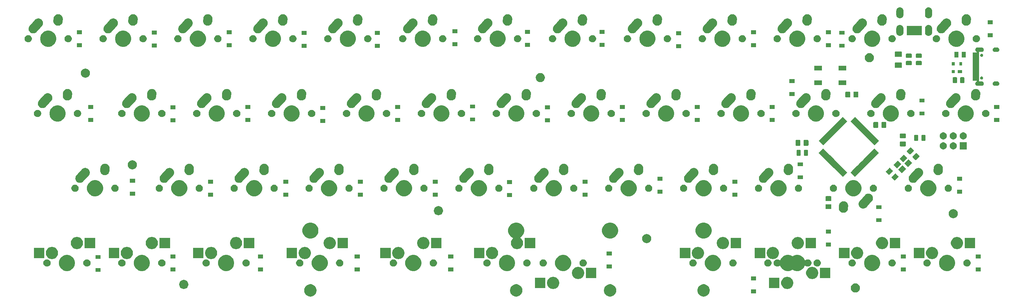
<source format=gbs>
G04 #@! TF.GenerationSoftware,KiCad,Pcbnew,(5.1.4-0-10_14)*
G04 #@! TF.CreationDate,2019-10-22T01:35:18+09:00*
G04 #@! TF.ProjectId,dombrick45,646f6d62-7269-4636-9b34-352e6b696361,rev?*
G04 #@! TF.SameCoordinates,Original*
G04 #@! TF.FileFunction,Soldermask,Bot*
G04 #@! TF.FilePolarity,Negative*
%FSLAX46Y46*%
G04 Gerber Fmt 4.6, Leading zero omitted, Abs format (unit mm)*
G04 Created by KiCad (PCBNEW (5.1.4-0-10_14)) date 2019-10-22 01:35:18*
%MOMM*%
%LPD*%
G04 APERTURE LIST*
%ADD10C,0.100000*%
G04 APERTURE END LIST*
D10*
G36*
X200478061Y-103895526D02*
G01*
X200596787Y-103944704D01*
X200764691Y-104014252D01*
X200850289Y-104071447D01*
X201022654Y-104186617D01*
X201242033Y-104405996D01*
X201300637Y-104493704D01*
X201414398Y-104663959D01*
X201433361Y-104709740D01*
X201533124Y-104950589D01*
X201550312Y-105037000D01*
X201581293Y-105192750D01*
X201593650Y-105254876D01*
X201593650Y-105565124D01*
X201533124Y-105869411D01*
X201509684Y-105926000D01*
X201414398Y-106156041D01*
X201414397Y-106156042D01*
X201242033Y-106414004D01*
X201022654Y-106633383D01*
X200850289Y-106748553D01*
X200764691Y-106805748D01*
X200596787Y-106875296D01*
X200478061Y-106924474D01*
X200325917Y-106954737D01*
X200173775Y-106985000D01*
X199863525Y-106985000D01*
X199711383Y-106954737D01*
X199559239Y-106924474D01*
X199440513Y-106875296D01*
X199272609Y-106805748D01*
X199187011Y-106748553D01*
X199014646Y-106633383D01*
X198795267Y-106414004D01*
X198622903Y-106156042D01*
X198622902Y-106156041D01*
X198527616Y-105926000D01*
X198504176Y-105869411D01*
X198443650Y-105565124D01*
X198443650Y-105254876D01*
X198456008Y-105192750D01*
X198486988Y-105037000D01*
X198504176Y-104950589D01*
X198603939Y-104709740D01*
X198622902Y-104663959D01*
X198736663Y-104493704D01*
X198795267Y-104405996D01*
X199014646Y-104186617D01*
X199187011Y-104071447D01*
X199272609Y-104014252D01*
X199440513Y-103944704D01*
X199559239Y-103895526D01*
X199711383Y-103865263D01*
X199863525Y-103835000D01*
X200173775Y-103835000D01*
X200478061Y-103895526D01*
X200478061Y-103895526D01*
G37*
G36*
X176703661Y-103895526D02*
G01*
X176822387Y-103944704D01*
X176990291Y-104014252D01*
X177075889Y-104071447D01*
X177248254Y-104186617D01*
X177467633Y-104405996D01*
X177526237Y-104493704D01*
X177639998Y-104663959D01*
X177658961Y-104709740D01*
X177758724Y-104950589D01*
X177775912Y-105037000D01*
X177806893Y-105192750D01*
X177819250Y-105254876D01*
X177819250Y-105565124D01*
X177758724Y-105869411D01*
X177735284Y-105926000D01*
X177639998Y-106156041D01*
X177639997Y-106156042D01*
X177467633Y-106414004D01*
X177248254Y-106633383D01*
X177075889Y-106748553D01*
X176990291Y-106805748D01*
X176822387Y-106875296D01*
X176703661Y-106924474D01*
X176551517Y-106954737D01*
X176399375Y-106985000D01*
X176089125Y-106985000D01*
X175936983Y-106954737D01*
X175784839Y-106924474D01*
X175666113Y-106875296D01*
X175498209Y-106805748D01*
X175412611Y-106748553D01*
X175240246Y-106633383D01*
X175020867Y-106414004D01*
X174848503Y-106156042D01*
X174848502Y-106156041D01*
X174753216Y-105926000D01*
X174729776Y-105869411D01*
X174669250Y-105565124D01*
X174669250Y-105254876D01*
X174681608Y-105192750D01*
X174712588Y-105037000D01*
X174729776Y-104950589D01*
X174829539Y-104709740D01*
X174848502Y-104663959D01*
X174962263Y-104493704D01*
X175020867Y-104405996D01*
X175240246Y-104186617D01*
X175412611Y-104071447D01*
X175498209Y-104014252D01*
X175666113Y-103944704D01*
X175784839Y-103895526D01*
X175936983Y-103865263D01*
X176089125Y-103835000D01*
X176399375Y-103835000D01*
X176703661Y-103895526D01*
X176703661Y-103895526D01*
G37*
G36*
X152827661Y-103895526D02*
G01*
X152946387Y-103944704D01*
X153114291Y-104014252D01*
X153199889Y-104071447D01*
X153372254Y-104186617D01*
X153591633Y-104405996D01*
X153650237Y-104493704D01*
X153763998Y-104663959D01*
X153782961Y-104709740D01*
X153882724Y-104950589D01*
X153899912Y-105037000D01*
X153930893Y-105192750D01*
X153943250Y-105254876D01*
X153943250Y-105565124D01*
X153882724Y-105869411D01*
X153859284Y-105926000D01*
X153763998Y-106156041D01*
X153763997Y-106156042D01*
X153591633Y-106414004D01*
X153372254Y-106633383D01*
X153199889Y-106748553D01*
X153114291Y-106805748D01*
X152946387Y-106875296D01*
X152827661Y-106924474D01*
X152675517Y-106954737D01*
X152523375Y-106985000D01*
X152213125Y-106985000D01*
X152060983Y-106954737D01*
X151908839Y-106924474D01*
X151790113Y-106875296D01*
X151622209Y-106805748D01*
X151536611Y-106748553D01*
X151364246Y-106633383D01*
X151144867Y-106414004D01*
X150972503Y-106156042D01*
X150972502Y-106156041D01*
X150877216Y-105926000D01*
X150853776Y-105869411D01*
X150793250Y-105565124D01*
X150793250Y-105254876D01*
X150805608Y-105192750D01*
X150836588Y-105037000D01*
X150853776Y-104950589D01*
X150953539Y-104709740D01*
X150972502Y-104663959D01*
X151086263Y-104493704D01*
X151144867Y-104405996D01*
X151364246Y-104186617D01*
X151536611Y-104071447D01*
X151622209Y-104014252D01*
X151790113Y-103944704D01*
X151908839Y-103895526D01*
X152060983Y-103865263D01*
X152213125Y-103835000D01*
X152523375Y-103835000D01*
X152827661Y-103895526D01*
X152827661Y-103895526D01*
G37*
G36*
X100478261Y-103895526D02*
G01*
X100596987Y-103944704D01*
X100764891Y-104014252D01*
X100850489Y-104071447D01*
X101022854Y-104186617D01*
X101242233Y-104405996D01*
X101300837Y-104493704D01*
X101414598Y-104663959D01*
X101433561Y-104709740D01*
X101533324Y-104950589D01*
X101550512Y-105037000D01*
X101581493Y-105192750D01*
X101593850Y-105254876D01*
X101593850Y-105565124D01*
X101533324Y-105869411D01*
X101509884Y-105926000D01*
X101414598Y-106156041D01*
X101414597Y-106156042D01*
X101242233Y-106414004D01*
X101022854Y-106633383D01*
X100850489Y-106748553D01*
X100764891Y-106805748D01*
X100596987Y-106875296D01*
X100478261Y-106924474D01*
X100326117Y-106954737D01*
X100173975Y-106985000D01*
X99863725Y-106985000D01*
X99711583Y-106954737D01*
X99559439Y-106924474D01*
X99440713Y-106875296D01*
X99272809Y-106805748D01*
X99187211Y-106748553D01*
X99014846Y-106633383D01*
X98795467Y-106414004D01*
X98623103Y-106156042D01*
X98623102Y-106156041D01*
X98527816Y-105926000D01*
X98504376Y-105869411D01*
X98443850Y-105565124D01*
X98443850Y-105254876D01*
X98456208Y-105192750D01*
X98487188Y-105037000D01*
X98504376Y-104950589D01*
X98604139Y-104709740D01*
X98623102Y-104663959D01*
X98736863Y-104493704D01*
X98795467Y-104405996D01*
X99014846Y-104186617D01*
X99187211Y-104071447D01*
X99272809Y-104014252D01*
X99440713Y-103944704D01*
X99559439Y-103895526D01*
X99711583Y-103865263D01*
X99863725Y-103835000D01*
X100173975Y-103835000D01*
X100478261Y-103895526D01*
X100478261Y-103895526D01*
G37*
G36*
X213376000Y-106194750D02*
G01*
X212074000Y-106194750D01*
X212074000Y-105192750D01*
X213376000Y-105192750D01*
X213376000Y-106194750D01*
X213376000Y-106194750D01*
G37*
G36*
X238857549Y-103646116D02*
G01*
X238968734Y-103668232D01*
X239178203Y-103754997D01*
X239366720Y-103880960D01*
X239527040Y-104041280D01*
X239647615Y-104221734D01*
X239653004Y-104229799D01*
X239657094Y-104239674D01*
X239739768Y-104439266D01*
X239761884Y-104550451D01*
X239784000Y-104661635D01*
X239784000Y-104888365D01*
X239780491Y-104906004D01*
X239739768Y-105110734D01*
X239653003Y-105320203D01*
X239527040Y-105508720D01*
X239366720Y-105669040D01*
X239178203Y-105795003D01*
X238968734Y-105881768D01*
X238857549Y-105903884D01*
X238746365Y-105926000D01*
X238519635Y-105926000D01*
X238408451Y-105903884D01*
X238297266Y-105881768D01*
X238087797Y-105795003D01*
X237899280Y-105669040D01*
X237738960Y-105508720D01*
X237612997Y-105320203D01*
X237526232Y-105110734D01*
X237485509Y-104906004D01*
X237482000Y-104888365D01*
X237482000Y-104661635D01*
X237504116Y-104550451D01*
X237526232Y-104439266D01*
X237608906Y-104239674D01*
X237612996Y-104229799D01*
X237618385Y-104221734D01*
X237738960Y-104041280D01*
X237899280Y-103880960D01*
X238087797Y-103754997D01*
X238297266Y-103668232D01*
X238408451Y-103646116D01*
X238519635Y-103624000D01*
X238746365Y-103624000D01*
X238857549Y-103646116D01*
X238857549Y-103646116D01*
G37*
G36*
X221600085Y-101983802D02*
G01*
X221749910Y-102013604D01*
X222032174Y-102130521D01*
X222286205Y-102300259D01*
X222502241Y-102516295D01*
X222671979Y-102770326D01*
X222788896Y-103052590D01*
X222848500Y-103352240D01*
X222848500Y-103657760D01*
X222788896Y-103957410D01*
X222671979Y-104239674D01*
X222502241Y-104493705D01*
X222286205Y-104709741D01*
X222032174Y-104879479D01*
X221749910Y-104996396D01*
X221600085Y-105026198D01*
X221450261Y-105056000D01*
X221144739Y-105056000D01*
X220994915Y-105026198D01*
X220845090Y-104996396D01*
X220562826Y-104879479D01*
X220308795Y-104709741D01*
X220092759Y-104493705D01*
X219923021Y-104239674D01*
X219806104Y-103957410D01*
X219746500Y-103657760D01*
X219746500Y-103352240D01*
X219806104Y-103052590D01*
X219923021Y-102770326D01*
X220092759Y-102516295D01*
X220308795Y-102300259D01*
X220562826Y-102130521D01*
X220845090Y-102013604D01*
X220994915Y-101983802D01*
X221144739Y-101954000D01*
X221450261Y-101954000D01*
X221600085Y-101983802D01*
X221600085Y-101983802D01*
G37*
G36*
X162068835Y-101983802D02*
G01*
X162218660Y-102013604D01*
X162500924Y-102130521D01*
X162754955Y-102300259D01*
X162970991Y-102516295D01*
X163140729Y-102770326D01*
X163257646Y-103052590D01*
X163317250Y-103352240D01*
X163317250Y-103657760D01*
X163257646Y-103957410D01*
X163140729Y-104239674D01*
X162970991Y-104493705D01*
X162754955Y-104709741D01*
X162500924Y-104879479D01*
X162218660Y-104996396D01*
X162068835Y-105026198D01*
X161919011Y-105056000D01*
X161613489Y-105056000D01*
X161463665Y-105026198D01*
X161313840Y-104996396D01*
X161031576Y-104879479D01*
X160777545Y-104709741D01*
X160561509Y-104493705D01*
X160391771Y-104239674D01*
X160274854Y-103957410D01*
X160215250Y-103657760D01*
X160215250Y-103352240D01*
X160274854Y-103052590D01*
X160391771Y-102770326D01*
X160561509Y-102516295D01*
X160777545Y-102300259D01*
X161031576Y-102130521D01*
X161313840Y-102013604D01*
X161463665Y-101983802D01*
X161613489Y-101954000D01*
X161919011Y-101954000D01*
X162068835Y-101983802D01*
X162068835Y-101983802D01*
G37*
G36*
X68042549Y-102757116D02*
G01*
X68153734Y-102779232D01*
X68363203Y-102865997D01*
X68551720Y-102991960D01*
X68712040Y-103152280D01*
X68838003Y-103340797D01*
X68838004Y-103340799D01*
X68842743Y-103352240D01*
X68924768Y-103550266D01*
X68946150Y-103657760D01*
X68969000Y-103772635D01*
X68969000Y-103999365D01*
X68960662Y-104041281D01*
X68924768Y-104221734D01*
X68838003Y-104431203D01*
X68712040Y-104619720D01*
X68551720Y-104780040D01*
X68363203Y-104906003D01*
X68153734Y-104992768D01*
X68042549Y-105014884D01*
X67931365Y-105037000D01*
X67704635Y-105037000D01*
X67593451Y-105014884D01*
X67482266Y-104992768D01*
X67272797Y-104906003D01*
X67084280Y-104780040D01*
X66923960Y-104619720D01*
X66797997Y-104431203D01*
X66711232Y-104221734D01*
X66675338Y-104041281D01*
X66667000Y-103999365D01*
X66667000Y-103772635D01*
X66689850Y-103657760D01*
X66711232Y-103550266D01*
X66793257Y-103352240D01*
X66797996Y-103340799D01*
X66797997Y-103340797D01*
X66923960Y-103152280D01*
X67084280Y-102991960D01*
X67272797Y-102865997D01*
X67482266Y-102779232D01*
X67593451Y-102757116D01*
X67704635Y-102735000D01*
X67931365Y-102735000D01*
X68042549Y-102757116D01*
X68042549Y-102757116D01*
G37*
G36*
X159790250Y-104806000D02*
G01*
X157138250Y-104806000D01*
X157138250Y-102204000D01*
X159790250Y-102204000D01*
X159790250Y-104806000D01*
X159790250Y-104806000D01*
G37*
G36*
X219321500Y-104806000D02*
G01*
X216669500Y-104806000D01*
X216669500Y-102204000D01*
X219321500Y-102204000D01*
X219321500Y-104806000D01*
X219321500Y-104806000D01*
G37*
G36*
X213376000Y-102894750D02*
G01*
X212074000Y-102894750D01*
X212074000Y-101892750D01*
X213376000Y-101892750D01*
X213376000Y-102894750D01*
X213376000Y-102894750D01*
G37*
G36*
X227950085Y-99443802D02*
G01*
X228099910Y-99473604D01*
X228382174Y-99590521D01*
X228636205Y-99760259D01*
X228852241Y-99976295D01*
X229021979Y-100230326D01*
X229138896Y-100512590D01*
X229198500Y-100812240D01*
X229198500Y-101117760D01*
X229138896Y-101417410D01*
X229021979Y-101699674D01*
X228852241Y-101953705D01*
X228636205Y-102169741D01*
X228382174Y-102339479D01*
X228099910Y-102456396D01*
X227950085Y-102486198D01*
X227800261Y-102516000D01*
X227494739Y-102516000D01*
X227344915Y-102486198D01*
X227195090Y-102456396D01*
X226912826Y-102339479D01*
X226658795Y-102169741D01*
X226442759Y-101953705D01*
X226273021Y-101699674D01*
X226156104Y-101417410D01*
X226096500Y-101117760D01*
X226096500Y-100812240D01*
X226156104Y-100512590D01*
X226273021Y-100230326D01*
X226442759Y-99976295D01*
X226658795Y-99760259D01*
X226912826Y-99590521D01*
X227195090Y-99473604D01*
X227344915Y-99443802D01*
X227494739Y-99414000D01*
X227800261Y-99414000D01*
X227950085Y-99443802D01*
X227950085Y-99443802D01*
G37*
G36*
X168418835Y-99443802D02*
G01*
X168568660Y-99473604D01*
X168850924Y-99590521D01*
X169104955Y-99760259D01*
X169320991Y-99976295D01*
X169490729Y-100230326D01*
X169607646Y-100512590D01*
X169667250Y-100812240D01*
X169667250Y-101117760D01*
X169607646Y-101417410D01*
X169490729Y-101699674D01*
X169320991Y-101953705D01*
X169104955Y-102169741D01*
X168850924Y-102339479D01*
X168568660Y-102456396D01*
X168418835Y-102486198D01*
X168269011Y-102516000D01*
X167963489Y-102516000D01*
X167813665Y-102486198D01*
X167663840Y-102456396D01*
X167381576Y-102339479D01*
X167127545Y-102169741D01*
X166911509Y-101953705D01*
X166741771Y-101699674D01*
X166624854Y-101417410D01*
X166565250Y-101117760D01*
X166565250Y-100812240D01*
X166624854Y-100512590D01*
X166741771Y-100230326D01*
X166911509Y-99976295D01*
X167127545Y-99760259D01*
X167381576Y-99590521D01*
X167663840Y-99473604D01*
X167813665Y-99443802D01*
X167963489Y-99414000D01*
X168269011Y-99414000D01*
X168418835Y-99443802D01*
X168418835Y-99443802D01*
G37*
G36*
X232248500Y-102266000D02*
G01*
X229596500Y-102266000D01*
X229596500Y-99664000D01*
X232248500Y-99664000D01*
X232248500Y-102266000D01*
X232248500Y-102266000D01*
G37*
G36*
X172717250Y-102266000D02*
G01*
X170065250Y-102266000D01*
X170065250Y-99664000D01*
X172717250Y-99664000D01*
X172717250Y-102266000D01*
X172717250Y-102266000D01*
G37*
G36*
X46688500Y-100703000D02*
G01*
X45386500Y-100703000D01*
X45386500Y-99701000D01*
X46688500Y-99701000D01*
X46688500Y-100703000D01*
X46688500Y-100703000D01*
G37*
G36*
X270526000Y-100576000D02*
G01*
X269224000Y-100576000D01*
X269224000Y-99574000D01*
X270526000Y-99574000D01*
X270526000Y-100576000D01*
X270526000Y-100576000D01*
G37*
G36*
X251476000Y-100576000D02*
G01*
X250174000Y-100576000D01*
X250174000Y-99574000D01*
X251476000Y-99574000D01*
X251476000Y-100576000D01*
X251476000Y-100576000D01*
G37*
G36*
X136382250Y-100576000D02*
G01*
X135080250Y-100576000D01*
X135080250Y-99574000D01*
X136382250Y-99574000D01*
X136382250Y-100576000D01*
X136382250Y-100576000D01*
G37*
G36*
X112569750Y-100576000D02*
G01*
X111267750Y-100576000D01*
X111267750Y-99574000D01*
X112569750Y-99574000D01*
X112569750Y-100576000D01*
X112569750Y-100576000D01*
G37*
G36*
X87963500Y-100576000D02*
G01*
X86661500Y-100576000D01*
X86661500Y-99574000D01*
X87963500Y-99574000D01*
X87963500Y-100576000D01*
X87963500Y-100576000D01*
G37*
G36*
X65738500Y-100576000D02*
G01*
X64436500Y-100576000D01*
X64436500Y-99574000D01*
X65738500Y-99574000D01*
X65738500Y-100576000D01*
X65738500Y-100576000D01*
G37*
G36*
X126802724Y-96458684D02*
G01*
X127020724Y-96548983D01*
X127174873Y-96612833D01*
X127509798Y-96836623D01*
X127794627Y-97121452D01*
X128018417Y-97456377D01*
X128050812Y-97534586D01*
X128172566Y-97828526D01*
X128251150Y-98223594D01*
X128251150Y-98626406D01*
X128172566Y-99021474D01*
X128121701Y-99144272D01*
X128018417Y-99393623D01*
X127794627Y-99728548D01*
X127509798Y-100013377D01*
X127174873Y-100237167D01*
X127020724Y-100301017D01*
X126802724Y-100391316D01*
X126407656Y-100469900D01*
X126004844Y-100469900D01*
X125609776Y-100391316D01*
X125391776Y-100301017D01*
X125237627Y-100237167D01*
X124902702Y-100013377D01*
X124617873Y-99728548D01*
X124394083Y-99393623D01*
X124290799Y-99144272D01*
X124239934Y-99021474D01*
X124161350Y-98626406D01*
X124161350Y-98223594D01*
X124239934Y-97828526D01*
X124361688Y-97534586D01*
X124394083Y-97456377D01*
X124617873Y-97121452D01*
X124902702Y-96836623D01*
X125237627Y-96612833D01*
X125391776Y-96548983D01*
X125609776Y-96458684D01*
X126004844Y-96380100D01*
X126407656Y-96380100D01*
X126802724Y-96458684D01*
X126802724Y-96458684D01*
G37*
G36*
X203002724Y-96458684D02*
G01*
X203220724Y-96548983D01*
X203374873Y-96612833D01*
X203709798Y-96836623D01*
X203994627Y-97121452D01*
X204218417Y-97456377D01*
X204250812Y-97534586D01*
X204372566Y-97828526D01*
X204451150Y-98223594D01*
X204451150Y-98626406D01*
X204372566Y-99021474D01*
X204321701Y-99144272D01*
X204218417Y-99393623D01*
X203994627Y-99728548D01*
X203709798Y-100013377D01*
X203374873Y-100237167D01*
X203220724Y-100301017D01*
X203002724Y-100391316D01*
X202607656Y-100469900D01*
X202204844Y-100469900D01*
X201809776Y-100391316D01*
X201591776Y-100301017D01*
X201437627Y-100237167D01*
X201102702Y-100013377D01*
X200817873Y-99728548D01*
X200594083Y-99393623D01*
X200490799Y-99144272D01*
X200439934Y-99021474D01*
X200361350Y-98626406D01*
X200361350Y-98223594D01*
X200439934Y-97828526D01*
X200561688Y-97534586D01*
X200594083Y-97456377D01*
X200817873Y-97121452D01*
X201102702Y-96836623D01*
X201437627Y-96612833D01*
X201591776Y-96548983D01*
X201809776Y-96458684D01*
X202204844Y-96380100D01*
X202607656Y-96380100D01*
X203002724Y-96458684D01*
X203002724Y-96458684D01*
G37*
G36*
X262533974Y-96458684D02*
G01*
X262751974Y-96548983D01*
X262906123Y-96612833D01*
X263241048Y-96836623D01*
X263525877Y-97121452D01*
X263749667Y-97456377D01*
X263782062Y-97534586D01*
X263903816Y-97828526D01*
X263982400Y-98223594D01*
X263982400Y-98626406D01*
X263903816Y-99021474D01*
X263852951Y-99144272D01*
X263749667Y-99393623D01*
X263525877Y-99728548D01*
X263241048Y-100013377D01*
X262906123Y-100237167D01*
X262751974Y-100301017D01*
X262533974Y-100391316D01*
X262138906Y-100469900D01*
X261736094Y-100469900D01*
X261341026Y-100391316D01*
X261123026Y-100301017D01*
X260968877Y-100237167D01*
X260633952Y-100013377D01*
X260349123Y-99728548D01*
X260125333Y-99393623D01*
X260022049Y-99144272D01*
X259971184Y-99021474D01*
X259892600Y-98626406D01*
X259892600Y-98223594D01*
X259971184Y-97828526D01*
X260092938Y-97534586D01*
X260125333Y-97456377D01*
X260349123Y-97121452D01*
X260633952Y-96836623D01*
X260968877Y-96612833D01*
X261123026Y-96548983D01*
X261341026Y-96458684D01*
X261736094Y-96380100D01*
X262138906Y-96380100D01*
X262533974Y-96458684D01*
X262533974Y-96458684D01*
G37*
G36*
X243483974Y-96458684D02*
G01*
X243701974Y-96548983D01*
X243856123Y-96612833D01*
X244191048Y-96836623D01*
X244475877Y-97121452D01*
X244699667Y-97456377D01*
X244732062Y-97534586D01*
X244853816Y-97828526D01*
X244932400Y-98223594D01*
X244932400Y-98626406D01*
X244853816Y-99021474D01*
X244802951Y-99144272D01*
X244699667Y-99393623D01*
X244475877Y-99728548D01*
X244191048Y-100013377D01*
X243856123Y-100237167D01*
X243701974Y-100301017D01*
X243483974Y-100391316D01*
X243088906Y-100469900D01*
X242686094Y-100469900D01*
X242291026Y-100391316D01*
X242073026Y-100301017D01*
X241918877Y-100237167D01*
X241583952Y-100013377D01*
X241299123Y-99728548D01*
X241075333Y-99393623D01*
X240972049Y-99144272D01*
X240921184Y-99021474D01*
X240842600Y-98626406D01*
X240842600Y-98223594D01*
X240921184Y-97828526D01*
X241042938Y-97534586D01*
X241075333Y-97456377D01*
X241299123Y-97121452D01*
X241583952Y-96836623D01*
X241918877Y-96612833D01*
X242073026Y-96548983D01*
X242291026Y-96458684D01*
X242686094Y-96380100D01*
X243088906Y-96380100D01*
X243483974Y-96458684D01*
X243483974Y-96458684D01*
G37*
G36*
X222052724Y-96458684D02*
G01*
X222270724Y-96548983D01*
X222424873Y-96612833D01*
X222577429Y-96714768D01*
X222599040Y-96726319D01*
X222622489Y-96733432D01*
X222646875Y-96735834D01*
X222671261Y-96733432D01*
X222694710Y-96726319D01*
X222716321Y-96714768D01*
X222868877Y-96612833D01*
X223023026Y-96548983D01*
X223241026Y-96458684D01*
X223636094Y-96380100D01*
X224038906Y-96380100D01*
X224433974Y-96458684D01*
X224651974Y-96548983D01*
X224806123Y-96612833D01*
X225141048Y-96836623D01*
X225425877Y-97121452D01*
X225649667Y-97456377D01*
X225682062Y-97534586D01*
X225737892Y-97669372D01*
X225749443Y-97690983D01*
X225764988Y-97709925D01*
X225783930Y-97725470D01*
X225805541Y-97737021D01*
X225828990Y-97744134D01*
X225853376Y-97746536D01*
X225877762Y-97744134D01*
X225901211Y-97737021D01*
X225922822Y-97725470D01*
X225941753Y-97709934D01*
X225945959Y-97705728D01*
X226097624Y-97604389D01*
X226266146Y-97534585D01*
X226445047Y-97499000D01*
X226627453Y-97499000D01*
X226806354Y-97534585D01*
X226974876Y-97604389D01*
X227126541Y-97705728D01*
X227255522Y-97834709D01*
X227356861Y-97986374D01*
X227426665Y-98154896D01*
X227462250Y-98333797D01*
X227462250Y-98516203D01*
X227426665Y-98695104D01*
X227356861Y-98863626D01*
X227255522Y-99015291D01*
X227126541Y-99144272D01*
X226974876Y-99245611D01*
X226806354Y-99315415D01*
X226627453Y-99351000D01*
X226445047Y-99351000D01*
X226266146Y-99315415D01*
X226097624Y-99245611D01*
X225945959Y-99144272D01*
X225941753Y-99140066D01*
X225922822Y-99124530D01*
X225901211Y-99112979D01*
X225877762Y-99105866D01*
X225853376Y-99103464D01*
X225828990Y-99105866D01*
X225805541Y-99112979D01*
X225783930Y-99124530D01*
X225764988Y-99140075D01*
X225749443Y-99159017D01*
X225737892Y-99180628D01*
X225649667Y-99393623D01*
X225425877Y-99728548D01*
X225141048Y-100013377D01*
X224806123Y-100237167D01*
X224651974Y-100301017D01*
X224433974Y-100391316D01*
X224038906Y-100469900D01*
X223636094Y-100469900D01*
X223241026Y-100391316D01*
X223023026Y-100301017D01*
X222868877Y-100237167D01*
X222716319Y-100135231D01*
X222694710Y-100123681D01*
X222671261Y-100116568D01*
X222646875Y-100114166D01*
X222622489Y-100116568D01*
X222599040Y-100123681D01*
X222577431Y-100135231D01*
X222424873Y-100237167D01*
X222270724Y-100301017D01*
X222052724Y-100391316D01*
X221657656Y-100469900D01*
X221254844Y-100469900D01*
X220859776Y-100391316D01*
X220641776Y-100301017D01*
X220487627Y-100237167D01*
X220152702Y-100013377D01*
X219867873Y-99728548D01*
X219644083Y-99393623D01*
X219555858Y-99180628D01*
X219544307Y-99159017D01*
X219528762Y-99140075D01*
X219509820Y-99124530D01*
X219488209Y-99112979D01*
X219464760Y-99105866D01*
X219440374Y-99103464D01*
X219415988Y-99105866D01*
X219392539Y-99112979D01*
X219370928Y-99124530D01*
X219351997Y-99140066D01*
X219347791Y-99144272D01*
X219196126Y-99245611D01*
X219027604Y-99315415D01*
X218848703Y-99351000D01*
X218666297Y-99351000D01*
X218487396Y-99315415D01*
X218318874Y-99245611D01*
X218167209Y-99144272D01*
X218038228Y-99015291D01*
X217936889Y-98863626D01*
X217867085Y-98695104D01*
X217831500Y-98516203D01*
X217831500Y-98333797D01*
X217867085Y-98154896D01*
X217936889Y-97986374D01*
X218038228Y-97834709D01*
X218167209Y-97705728D01*
X218318874Y-97604389D01*
X218487396Y-97534585D01*
X218666297Y-97499000D01*
X218848703Y-97499000D01*
X219027604Y-97534585D01*
X219196126Y-97604389D01*
X219347791Y-97705728D01*
X219351997Y-97709934D01*
X219370928Y-97725470D01*
X219392539Y-97737021D01*
X219415988Y-97744134D01*
X219440374Y-97746536D01*
X219464760Y-97744134D01*
X219488209Y-97737021D01*
X219509820Y-97725470D01*
X219528762Y-97709925D01*
X219544307Y-97690983D01*
X219555858Y-97669372D01*
X219611688Y-97534586D01*
X219644083Y-97456377D01*
X219867873Y-97121452D01*
X220152702Y-96836623D01*
X220487627Y-96612833D01*
X220641776Y-96548983D01*
X220859776Y-96458684D01*
X221254844Y-96380100D01*
X221657656Y-96380100D01*
X222052724Y-96458684D01*
X222052724Y-96458684D01*
G37*
G36*
X38696474Y-96458684D02*
G01*
X38914474Y-96548983D01*
X39068623Y-96612833D01*
X39403548Y-96836623D01*
X39688377Y-97121452D01*
X39912167Y-97456377D01*
X39944562Y-97534586D01*
X40066316Y-97828526D01*
X40144900Y-98223594D01*
X40144900Y-98626406D01*
X40066316Y-99021474D01*
X40015451Y-99144272D01*
X39912167Y-99393623D01*
X39688377Y-99728548D01*
X39403548Y-100013377D01*
X39068623Y-100237167D01*
X38914474Y-100301017D01*
X38696474Y-100391316D01*
X38301406Y-100469900D01*
X37898594Y-100469900D01*
X37503526Y-100391316D01*
X37285526Y-100301017D01*
X37131377Y-100237167D01*
X36796452Y-100013377D01*
X36511623Y-99728548D01*
X36287833Y-99393623D01*
X36184549Y-99144272D01*
X36133684Y-99021474D01*
X36055100Y-98626406D01*
X36055100Y-98223594D01*
X36133684Y-97828526D01*
X36255438Y-97534586D01*
X36287833Y-97456377D01*
X36511623Y-97121452D01*
X36796452Y-96836623D01*
X37131377Y-96612833D01*
X37285526Y-96548983D01*
X37503526Y-96458684D01*
X37898594Y-96380100D01*
X38301406Y-96380100D01*
X38696474Y-96458684D01*
X38696474Y-96458684D01*
G37*
G36*
X102990224Y-96458684D02*
G01*
X103208224Y-96548983D01*
X103362373Y-96612833D01*
X103697298Y-96836623D01*
X103982127Y-97121452D01*
X104205917Y-97456377D01*
X104238312Y-97534586D01*
X104360066Y-97828526D01*
X104438650Y-98223594D01*
X104438650Y-98626406D01*
X104360066Y-99021474D01*
X104309201Y-99144272D01*
X104205917Y-99393623D01*
X103982127Y-99728548D01*
X103697298Y-100013377D01*
X103362373Y-100237167D01*
X103208224Y-100301017D01*
X102990224Y-100391316D01*
X102595156Y-100469900D01*
X102192344Y-100469900D01*
X101797276Y-100391316D01*
X101579276Y-100301017D01*
X101425127Y-100237167D01*
X101090202Y-100013377D01*
X100805373Y-99728548D01*
X100581583Y-99393623D01*
X100478299Y-99144272D01*
X100427434Y-99021474D01*
X100348850Y-98626406D01*
X100348850Y-98223594D01*
X100427434Y-97828526D01*
X100549188Y-97534586D01*
X100581583Y-97456377D01*
X100805373Y-97121452D01*
X101090202Y-96836623D01*
X101425127Y-96612833D01*
X101579276Y-96548983D01*
X101797276Y-96458684D01*
X102192344Y-96380100D01*
X102595156Y-96380100D01*
X102990224Y-96458684D01*
X102990224Y-96458684D01*
G37*
G36*
X164902724Y-96458684D02*
G01*
X165120724Y-96548983D01*
X165274873Y-96612833D01*
X165609798Y-96836623D01*
X165894627Y-97121452D01*
X166118417Y-97456377D01*
X166150812Y-97534586D01*
X166272566Y-97828526D01*
X166351150Y-98223594D01*
X166351150Y-98626406D01*
X166272566Y-99021474D01*
X166221701Y-99144272D01*
X166118417Y-99393623D01*
X165894627Y-99728548D01*
X165609798Y-100013377D01*
X165274873Y-100237167D01*
X165120724Y-100301017D01*
X164902724Y-100391316D01*
X164507656Y-100469900D01*
X164104844Y-100469900D01*
X163709776Y-100391316D01*
X163491776Y-100301017D01*
X163337627Y-100237167D01*
X163002702Y-100013377D01*
X162717873Y-99728548D01*
X162494083Y-99393623D01*
X162390799Y-99144272D01*
X162339934Y-99021474D01*
X162261350Y-98626406D01*
X162261350Y-98223594D01*
X162339934Y-97828526D01*
X162461688Y-97534586D01*
X162494083Y-97456377D01*
X162717873Y-97121452D01*
X163002702Y-96836623D01*
X163337627Y-96612833D01*
X163491776Y-96548983D01*
X163709776Y-96458684D01*
X164104844Y-96380100D01*
X164507656Y-96380100D01*
X164902724Y-96458684D01*
X164902724Y-96458684D01*
G37*
G36*
X150615224Y-96458684D02*
G01*
X150833224Y-96548983D01*
X150987373Y-96612833D01*
X151322298Y-96836623D01*
X151607127Y-97121452D01*
X151830917Y-97456377D01*
X151863312Y-97534586D01*
X151985066Y-97828526D01*
X152063650Y-98223594D01*
X152063650Y-98626406D01*
X151985066Y-99021474D01*
X151934201Y-99144272D01*
X151830917Y-99393623D01*
X151607127Y-99728548D01*
X151322298Y-100013377D01*
X150987373Y-100237167D01*
X150833224Y-100301017D01*
X150615224Y-100391316D01*
X150220156Y-100469900D01*
X149817344Y-100469900D01*
X149422276Y-100391316D01*
X149204276Y-100301017D01*
X149050127Y-100237167D01*
X148715202Y-100013377D01*
X148430373Y-99728548D01*
X148206583Y-99393623D01*
X148103299Y-99144272D01*
X148052434Y-99021474D01*
X147973850Y-98626406D01*
X147973850Y-98223594D01*
X148052434Y-97828526D01*
X148174188Y-97534586D01*
X148206583Y-97456377D01*
X148430373Y-97121452D01*
X148715202Y-96836623D01*
X149050127Y-96612833D01*
X149204276Y-96548983D01*
X149422276Y-96458684D01*
X149817344Y-96380100D01*
X150220156Y-96380100D01*
X150615224Y-96458684D01*
X150615224Y-96458684D01*
G37*
G36*
X79177724Y-96458684D02*
G01*
X79395724Y-96548983D01*
X79549873Y-96612833D01*
X79884798Y-96836623D01*
X80169627Y-97121452D01*
X80393417Y-97456377D01*
X80425812Y-97534586D01*
X80547566Y-97828526D01*
X80626150Y-98223594D01*
X80626150Y-98626406D01*
X80547566Y-99021474D01*
X80496701Y-99144272D01*
X80393417Y-99393623D01*
X80169627Y-99728548D01*
X79884798Y-100013377D01*
X79549873Y-100237167D01*
X79395724Y-100301017D01*
X79177724Y-100391316D01*
X78782656Y-100469900D01*
X78379844Y-100469900D01*
X77984776Y-100391316D01*
X77766776Y-100301017D01*
X77612627Y-100237167D01*
X77277702Y-100013377D01*
X76992873Y-99728548D01*
X76769083Y-99393623D01*
X76665799Y-99144272D01*
X76614934Y-99021474D01*
X76536350Y-98626406D01*
X76536350Y-98223594D01*
X76614934Y-97828526D01*
X76736688Y-97534586D01*
X76769083Y-97456377D01*
X76992873Y-97121452D01*
X77277702Y-96836623D01*
X77612627Y-96612833D01*
X77766776Y-96548983D01*
X77984776Y-96458684D01*
X78379844Y-96380100D01*
X78782656Y-96380100D01*
X79177724Y-96458684D01*
X79177724Y-96458684D01*
G37*
G36*
X57746474Y-96458684D02*
G01*
X57964474Y-96548983D01*
X58118623Y-96612833D01*
X58453548Y-96836623D01*
X58738377Y-97121452D01*
X58962167Y-97456377D01*
X58994562Y-97534586D01*
X59116316Y-97828526D01*
X59194900Y-98223594D01*
X59194900Y-98626406D01*
X59116316Y-99021474D01*
X59065451Y-99144272D01*
X58962167Y-99393623D01*
X58738377Y-99728548D01*
X58453548Y-100013377D01*
X58118623Y-100237167D01*
X57964474Y-100301017D01*
X57746474Y-100391316D01*
X57351406Y-100469900D01*
X56948594Y-100469900D01*
X56553526Y-100391316D01*
X56335526Y-100301017D01*
X56181377Y-100237167D01*
X55846452Y-100013377D01*
X55561623Y-99728548D01*
X55337833Y-99393623D01*
X55234549Y-99144272D01*
X55183684Y-99021474D01*
X55105100Y-98626406D01*
X55105100Y-98223594D01*
X55183684Y-97828526D01*
X55305438Y-97534586D01*
X55337833Y-97456377D01*
X55561623Y-97121452D01*
X55846452Y-96836623D01*
X56181377Y-96612833D01*
X56335526Y-96548983D01*
X56553526Y-96458684D01*
X56948594Y-96380100D01*
X57351406Y-96380100D01*
X57746474Y-96458684D01*
X57746474Y-96458684D01*
G37*
G36*
X176673000Y-99815000D02*
G01*
X175371000Y-99815000D01*
X175371000Y-98813000D01*
X176673000Y-98813000D01*
X176673000Y-99815000D01*
X176673000Y-99815000D01*
G37*
G36*
X267287604Y-97534585D02*
G01*
X267456126Y-97604389D01*
X267607791Y-97705728D01*
X267736772Y-97834709D01*
X267838111Y-97986374D01*
X267907915Y-98154896D01*
X267943500Y-98333797D01*
X267943500Y-98516203D01*
X267907915Y-98695104D01*
X267838111Y-98863626D01*
X267736772Y-99015291D01*
X267607791Y-99144272D01*
X267456126Y-99245611D01*
X267287604Y-99315415D01*
X267108703Y-99351000D01*
X266926297Y-99351000D01*
X266747396Y-99315415D01*
X266578874Y-99245611D01*
X266427209Y-99144272D01*
X266298228Y-99015291D01*
X266196889Y-98863626D01*
X266127085Y-98695104D01*
X266091500Y-98516203D01*
X266091500Y-98333797D01*
X266127085Y-98154896D01*
X266196889Y-97986374D01*
X266298228Y-97834709D01*
X266427209Y-97705728D01*
X266578874Y-97604389D01*
X266747396Y-97534585D01*
X266926297Y-97499000D01*
X267108703Y-97499000D01*
X267287604Y-97534585D01*
X267287604Y-97534585D01*
G37*
G36*
X257127604Y-97534585D02*
G01*
X257296126Y-97604389D01*
X257447791Y-97705728D01*
X257576772Y-97834709D01*
X257678111Y-97986374D01*
X257747915Y-98154896D01*
X257783500Y-98333797D01*
X257783500Y-98516203D01*
X257747915Y-98695104D01*
X257678111Y-98863626D01*
X257576772Y-99015291D01*
X257447791Y-99144272D01*
X257296126Y-99245611D01*
X257127604Y-99315415D01*
X256948703Y-99351000D01*
X256766297Y-99351000D01*
X256587396Y-99315415D01*
X256418874Y-99245611D01*
X256267209Y-99144272D01*
X256138228Y-99015291D01*
X256036889Y-98863626D01*
X255967085Y-98695104D01*
X255931500Y-98516203D01*
X255931500Y-98333797D01*
X255967085Y-98154896D01*
X256036889Y-97986374D01*
X256138228Y-97834709D01*
X256267209Y-97705728D01*
X256418874Y-97604389D01*
X256587396Y-97534585D01*
X256766297Y-97499000D01*
X256948703Y-97499000D01*
X257127604Y-97534585D01*
X257127604Y-97534585D01*
G37*
G36*
X145208854Y-97534585D02*
G01*
X145377376Y-97604389D01*
X145529041Y-97705728D01*
X145658022Y-97834709D01*
X145759361Y-97986374D01*
X145829165Y-98154896D01*
X145864750Y-98333797D01*
X145864750Y-98516203D01*
X145829165Y-98695104D01*
X145759361Y-98863626D01*
X145658022Y-99015291D01*
X145529041Y-99144272D01*
X145377376Y-99245611D01*
X145208854Y-99315415D01*
X145029953Y-99351000D01*
X144847547Y-99351000D01*
X144668646Y-99315415D01*
X144500124Y-99245611D01*
X144348459Y-99144272D01*
X144219478Y-99015291D01*
X144118139Y-98863626D01*
X144048335Y-98695104D01*
X144012750Y-98516203D01*
X144012750Y-98333797D01*
X144048335Y-98154896D01*
X144118139Y-97986374D01*
X144219478Y-97834709D01*
X144348459Y-97705728D01*
X144500124Y-97604389D01*
X144668646Y-97534585D01*
X144847547Y-97499000D01*
X145029953Y-97499000D01*
X145208854Y-97534585D01*
X145208854Y-97534585D01*
G37*
G36*
X155368854Y-97534585D02*
G01*
X155537376Y-97604389D01*
X155689041Y-97705728D01*
X155818022Y-97834709D01*
X155919361Y-97986374D01*
X155989165Y-98154896D01*
X156024750Y-98333797D01*
X156024750Y-98516203D01*
X155989165Y-98695104D01*
X155919361Y-98863626D01*
X155818022Y-99015291D01*
X155689041Y-99144272D01*
X155537376Y-99245611D01*
X155368854Y-99315415D01*
X155189953Y-99351000D01*
X155007547Y-99351000D01*
X154828646Y-99315415D01*
X154660124Y-99245611D01*
X154508459Y-99144272D01*
X154379478Y-99015291D01*
X154278139Y-98863626D01*
X154208335Y-98695104D01*
X154172750Y-98516203D01*
X154172750Y-98333797D01*
X154208335Y-98154896D01*
X154278139Y-97986374D01*
X154379478Y-97834709D01*
X154508459Y-97705728D01*
X154660124Y-97604389D01*
X154828646Y-97534585D01*
X155007547Y-97499000D01*
X155189953Y-97499000D01*
X155368854Y-97534585D01*
X155368854Y-97534585D01*
G37*
G36*
X159496354Y-97534585D02*
G01*
X159664876Y-97604389D01*
X159816541Y-97705728D01*
X159945522Y-97834709D01*
X160046861Y-97986374D01*
X160116665Y-98154896D01*
X160152250Y-98333797D01*
X160152250Y-98516203D01*
X160116665Y-98695104D01*
X160046861Y-98863626D01*
X159945522Y-99015291D01*
X159816541Y-99144272D01*
X159664876Y-99245611D01*
X159496354Y-99315415D01*
X159317453Y-99351000D01*
X159135047Y-99351000D01*
X158956146Y-99315415D01*
X158787624Y-99245611D01*
X158635959Y-99144272D01*
X158506978Y-99015291D01*
X158405639Y-98863626D01*
X158335835Y-98695104D01*
X158300250Y-98516203D01*
X158300250Y-98333797D01*
X158335835Y-98154896D01*
X158405639Y-97986374D01*
X158506978Y-97834709D01*
X158635959Y-97705728D01*
X158787624Y-97604389D01*
X158956146Y-97534585D01*
X159135047Y-97499000D01*
X159317453Y-97499000D01*
X159496354Y-97534585D01*
X159496354Y-97534585D01*
G37*
G36*
X169656354Y-97534585D02*
G01*
X169824876Y-97604389D01*
X169976541Y-97705728D01*
X170105522Y-97834709D01*
X170206861Y-97986374D01*
X170276665Y-98154896D01*
X170312250Y-98333797D01*
X170312250Y-98516203D01*
X170276665Y-98695104D01*
X170206861Y-98863626D01*
X170105522Y-99015291D01*
X169976541Y-99144272D01*
X169824876Y-99245611D01*
X169656354Y-99315415D01*
X169477453Y-99351000D01*
X169295047Y-99351000D01*
X169116146Y-99315415D01*
X168947624Y-99245611D01*
X168795959Y-99144272D01*
X168666978Y-99015291D01*
X168565639Y-98863626D01*
X168495835Y-98695104D01*
X168460250Y-98516203D01*
X168460250Y-98333797D01*
X168495835Y-98154896D01*
X168565639Y-97986374D01*
X168666978Y-97834709D01*
X168795959Y-97705728D01*
X168947624Y-97604389D01*
X169116146Y-97534585D01*
X169295047Y-97499000D01*
X169477453Y-97499000D01*
X169656354Y-97534585D01*
X169656354Y-97534585D01*
G37*
G36*
X248237604Y-97534585D02*
G01*
X248406126Y-97604389D01*
X248557791Y-97705728D01*
X248686772Y-97834709D01*
X248788111Y-97986374D01*
X248857915Y-98154896D01*
X248893500Y-98333797D01*
X248893500Y-98516203D01*
X248857915Y-98695104D01*
X248788111Y-98863626D01*
X248686772Y-99015291D01*
X248557791Y-99144272D01*
X248406126Y-99245611D01*
X248237604Y-99315415D01*
X248058703Y-99351000D01*
X247876297Y-99351000D01*
X247697396Y-99315415D01*
X247528874Y-99245611D01*
X247377209Y-99144272D01*
X247248228Y-99015291D01*
X247146889Y-98863626D01*
X247077085Y-98695104D01*
X247041500Y-98516203D01*
X247041500Y-98333797D01*
X247077085Y-98154896D01*
X247146889Y-97986374D01*
X247248228Y-97834709D01*
X247377209Y-97705728D01*
X247528874Y-97604389D01*
X247697396Y-97534585D01*
X247876297Y-97499000D01*
X248058703Y-97499000D01*
X248237604Y-97534585D01*
X248237604Y-97534585D01*
G37*
G36*
X121396354Y-97534585D02*
G01*
X121564876Y-97604389D01*
X121716541Y-97705728D01*
X121845522Y-97834709D01*
X121946861Y-97986374D01*
X122016665Y-98154896D01*
X122052250Y-98333797D01*
X122052250Y-98516203D01*
X122016665Y-98695104D01*
X121946861Y-98863626D01*
X121845522Y-99015291D01*
X121716541Y-99144272D01*
X121564876Y-99245611D01*
X121396354Y-99315415D01*
X121217453Y-99351000D01*
X121035047Y-99351000D01*
X120856146Y-99315415D01*
X120687624Y-99245611D01*
X120535959Y-99144272D01*
X120406978Y-99015291D01*
X120305639Y-98863626D01*
X120235835Y-98695104D01*
X120200250Y-98516203D01*
X120200250Y-98333797D01*
X120235835Y-98154896D01*
X120305639Y-97986374D01*
X120406978Y-97834709D01*
X120535959Y-97705728D01*
X120687624Y-97604389D01*
X120856146Y-97534585D01*
X121035047Y-97499000D01*
X121217453Y-97499000D01*
X121396354Y-97534585D01*
X121396354Y-97534585D01*
G37*
G36*
X238077604Y-97534585D02*
G01*
X238246126Y-97604389D01*
X238397791Y-97705728D01*
X238526772Y-97834709D01*
X238628111Y-97986374D01*
X238697915Y-98154896D01*
X238733500Y-98333797D01*
X238733500Y-98516203D01*
X238697915Y-98695104D01*
X238628111Y-98863626D01*
X238526772Y-99015291D01*
X238397791Y-99144272D01*
X238246126Y-99245611D01*
X238077604Y-99315415D01*
X237898703Y-99351000D01*
X237716297Y-99351000D01*
X237537396Y-99315415D01*
X237368874Y-99245611D01*
X237217209Y-99144272D01*
X237088228Y-99015291D01*
X236986889Y-98863626D01*
X236917085Y-98695104D01*
X236881500Y-98516203D01*
X236881500Y-98333797D01*
X236917085Y-98154896D01*
X236986889Y-97986374D01*
X237088228Y-97834709D01*
X237217209Y-97705728D01*
X237368874Y-97604389D01*
X237537396Y-97534585D01*
X237716297Y-97499000D01*
X237898703Y-97499000D01*
X238077604Y-97534585D01*
X238077604Y-97534585D01*
G37*
G36*
X52340104Y-97534585D02*
G01*
X52508626Y-97604389D01*
X52660291Y-97705728D01*
X52789272Y-97834709D01*
X52890611Y-97986374D01*
X52960415Y-98154896D01*
X52996000Y-98333797D01*
X52996000Y-98516203D01*
X52960415Y-98695104D01*
X52890611Y-98863626D01*
X52789272Y-99015291D01*
X52660291Y-99144272D01*
X52508626Y-99245611D01*
X52340104Y-99315415D01*
X52161203Y-99351000D01*
X51978797Y-99351000D01*
X51799896Y-99315415D01*
X51631374Y-99245611D01*
X51479709Y-99144272D01*
X51350728Y-99015291D01*
X51249389Y-98863626D01*
X51179585Y-98695104D01*
X51144000Y-98516203D01*
X51144000Y-98333797D01*
X51179585Y-98154896D01*
X51249389Y-97986374D01*
X51350728Y-97834709D01*
X51479709Y-97705728D01*
X51631374Y-97604389D01*
X51799896Y-97534585D01*
X51978797Y-97499000D01*
X52161203Y-97499000D01*
X52340104Y-97534585D01*
X52340104Y-97534585D01*
G37*
G36*
X62500104Y-97534585D02*
G01*
X62668626Y-97604389D01*
X62820291Y-97705728D01*
X62949272Y-97834709D01*
X63050611Y-97986374D01*
X63120415Y-98154896D01*
X63156000Y-98333797D01*
X63156000Y-98516203D01*
X63120415Y-98695104D01*
X63050611Y-98863626D01*
X62949272Y-99015291D01*
X62820291Y-99144272D01*
X62668626Y-99245611D01*
X62500104Y-99315415D01*
X62321203Y-99351000D01*
X62138797Y-99351000D01*
X61959896Y-99315415D01*
X61791374Y-99245611D01*
X61639709Y-99144272D01*
X61510728Y-99015291D01*
X61409389Y-98863626D01*
X61339585Y-98695104D01*
X61304000Y-98516203D01*
X61304000Y-98333797D01*
X61339585Y-98154896D01*
X61409389Y-97986374D01*
X61510728Y-97834709D01*
X61639709Y-97705728D01*
X61791374Y-97604389D01*
X61959896Y-97534585D01*
X62138797Y-97499000D01*
X62321203Y-97499000D01*
X62500104Y-97534585D01*
X62500104Y-97534585D01*
G37*
G36*
X229187604Y-97534585D02*
G01*
X229356126Y-97604389D01*
X229507791Y-97705728D01*
X229636772Y-97834709D01*
X229738111Y-97986374D01*
X229807915Y-98154896D01*
X229843500Y-98333797D01*
X229843500Y-98516203D01*
X229807915Y-98695104D01*
X229738111Y-98863626D01*
X229636772Y-99015291D01*
X229507791Y-99144272D01*
X229356126Y-99245611D01*
X229187604Y-99315415D01*
X229008703Y-99351000D01*
X228826297Y-99351000D01*
X228647396Y-99315415D01*
X228478874Y-99245611D01*
X228327209Y-99144272D01*
X228198228Y-99015291D01*
X228096889Y-98863626D01*
X228027085Y-98695104D01*
X227991500Y-98516203D01*
X227991500Y-98333797D01*
X228027085Y-98154896D01*
X228096889Y-97986374D01*
X228198228Y-97834709D01*
X228327209Y-97705728D01*
X228478874Y-97604389D01*
X228647396Y-97534585D01*
X228826297Y-97499000D01*
X229008703Y-97499000D01*
X229187604Y-97534585D01*
X229187604Y-97534585D01*
G37*
G36*
X33290104Y-97534585D02*
G01*
X33458626Y-97604389D01*
X33610291Y-97705728D01*
X33739272Y-97834709D01*
X33840611Y-97986374D01*
X33910415Y-98154896D01*
X33946000Y-98333797D01*
X33946000Y-98516203D01*
X33910415Y-98695104D01*
X33840611Y-98863626D01*
X33739272Y-99015291D01*
X33610291Y-99144272D01*
X33458626Y-99245611D01*
X33290104Y-99315415D01*
X33111203Y-99351000D01*
X32928797Y-99351000D01*
X32749896Y-99315415D01*
X32581374Y-99245611D01*
X32429709Y-99144272D01*
X32300728Y-99015291D01*
X32199389Y-98863626D01*
X32129585Y-98695104D01*
X32094000Y-98516203D01*
X32094000Y-98333797D01*
X32129585Y-98154896D01*
X32199389Y-97986374D01*
X32300728Y-97834709D01*
X32429709Y-97705728D01*
X32581374Y-97604389D01*
X32749896Y-97534585D01*
X32928797Y-97499000D01*
X33111203Y-97499000D01*
X33290104Y-97534585D01*
X33290104Y-97534585D01*
G37*
G36*
X73771354Y-97534585D02*
G01*
X73939876Y-97604389D01*
X74091541Y-97705728D01*
X74220522Y-97834709D01*
X74321861Y-97986374D01*
X74391665Y-98154896D01*
X74427250Y-98333797D01*
X74427250Y-98516203D01*
X74391665Y-98695104D01*
X74321861Y-98863626D01*
X74220522Y-99015291D01*
X74091541Y-99144272D01*
X73939876Y-99245611D01*
X73771354Y-99315415D01*
X73592453Y-99351000D01*
X73410047Y-99351000D01*
X73231146Y-99315415D01*
X73062624Y-99245611D01*
X72910959Y-99144272D01*
X72781978Y-99015291D01*
X72680639Y-98863626D01*
X72610835Y-98695104D01*
X72575250Y-98516203D01*
X72575250Y-98333797D01*
X72610835Y-98154896D01*
X72680639Y-97986374D01*
X72781978Y-97834709D01*
X72910959Y-97705728D01*
X73062624Y-97604389D01*
X73231146Y-97534585D01*
X73410047Y-97499000D01*
X73592453Y-97499000D01*
X73771354Y-97534585D01*
X73771354Y-97534585D01*
G37*
G36*
X197596354Y-97534585D02*
G01*
X197764876Y-97604389D01*
X197916541Y-97705728D01*
X198045522Y-97834709D01*
X198146861Y-97986374D01*
X198216665Y-98154896D01*
X198252250Y-98333797D01*
X198252250Y-98516203D01*
X198216665Y-98695104D01*
X198146861Y-98863626D01*
X198045522Y-99015291D01*
X197916541Y-99144272D01*
X197764876Y-99245611D01*
X197596354Y-99315415D01*
X197417453Y-99351000D01*
X197235047Y-99351000D01*
X197056146Y-99315415D01*
X196887624Y-99245611D01*
X196735959Y-99144272D01*
X196606978Y-99015291D01*
X196505639Y-98863626D01*
X196435835Y-98695104D01*
X196400250Y-98516203D01*
X196400250Y-98333797D01*
X196435835Y-98154896D01*
X196505639Y-97986374D01*
X196606978Y-97834709D01*
X196735959Y-97705728D01*
X196887624Y-97604389D01*
X197056146Y-97534585D01*
X197235047Y-97499000D01*
X197417453Y-97499000D01*
X197596354Y-97534585D01*
X197596354Y-97534585D01*
G37*
G36*
X207756354Y-97534585D02*
G01*
X207924876Y-97604389D01*
X208076541Y-97705728D01*
X208205522Y-97834709D01*
X208306861Y-97986374D01*
X208376665Y-98154896D01*
X208412250Y-98333797D01*
X208412250Y-98516203D01*
X208376665Y-98695104D01*
X208306861Y-98863626D01*
X208205522Y-99015291D01*
X208076541Y-99144272D01*
X207924876Y-99245611D01*
X207756354Y-99315415D01*
X207577453Y-99351000D01*
X207395047Y-99351000D01*
X207216146Y-99315415D01*
X207047624Y-99245611D01*
X206895959Y-99144272D01*
X206766978Y-99015291D01*
X206665639Y-98863626D01*
X206595835Y-98695104D01*
X206560250Y-98516203D01*
X206560250Y-98333797D01*
X206595835Y-98154896D01*
X206665639Y-97986374D01*
X206766978Y-97834709D01*
X206895959Y-97705728D01*
X207047624Y-97604389D01*
X207216146Y-97534585D01*
X207395047Y-97499000D01*
X207577453Y-97499000D01*
X207756354Y-97534585D01*
X207756354Y-97534585D01*
G37*
G36*
X131556354Y-97534585D02*
G01*
X131724876Y-97604389D01*
X131876541Y-97705728D01*
X132005522Y-97834709D01*
X132106861Y-97986374D01*
X132176665Y-98154896D01*
X132212250Y-98333797D01*
X132212250Y-98516203D01*
X132176665Y-98695104D01*
X132106861Y-98863626D01*
X132005522Y-99015291D01*
X131876541Y-99144272D01*
X131724876Y-99245611D01*
X131556354Y-99315415D01*
X131377453Y-99351000D01*
X131195047Y-99351000D01*
X131016146Y-99315415D01*
X130847624Y-99245611D01*
X130695959Y-99144272D01*
X130566978Y-99015291D01*
X130465639Y-98863626D01*
X130395835Y-98695104D01*
X130360250Y-98516203D01*
X130360250Y-98333797D01*
X130395835Y-98154896D01*
X130465639Y-97986374D01*
X130566978Y-97834709D01*
X130695959Y-97705728D01*
X130847624Y-97604389D01*
X131016146Y-97534585D01*
X131195047Y-97499000D01*
X131377453Y-97499000D01*
X131556354Y-97534585D01*
X131556354Y-97534585D01*
G37*
G36*
X83931354Y-97534585D02*
G01*
X84099876Y-97604389D01*
X84251541Y-97705728D01*
X84380522Y-97834709D01*
X84481861Y-97986374D01*
X84551665Y-98154896D01*
X84587250Y-98333797D01*
X84587250Y-98516203D01*
X84551665Y-98695104D01*
X84481861Y-98863626D01*
X84380522Y-99015291D01*
X84251541Y-99144272D01*
X84099876Y-99245611D01*
X83931354Y-99315415D01*
X83752453Y-99351000D01*
X83570047Y-99351000D01*
X83391146Y-99315415D01*
X83222624Y-99245611D01*
X83070959Y-99144272D01*
X82941978Y-99015291D01*
X82840639Y-98863626D01*
X82770835Y-98695104D01*
X82735250Y-98516203D01*
X82735250Y-98333797D01*
X82770835Y-98154896D01*
X82840639Y-97986374D01*
X82941978Y-97834709D01*
X83070959Y-97705728D01*
X83222624Y-97604389D01*
X83391146Y-97534585D01*
X83570047Y-97499000D01*
X83752453Y-97499000D01*
X83931354Y-97534585D01*
X83931354Y-97534585D01*
G37*
G36*
X216646354Y-97534585D02*
G01*
X216814876Y-97604389D01*
X216966541Y-97705728D01*
X217095522Y-97834709D01*
X217196861Y-97986374D01*
X217266665Y-98154896D01*
X217302250Y-98333797D01*
X217302250Y-98516203D01*
X217266665Y-98695104D01*
X217196861Y-98863626D01*
X217095522Y-99015291D01*
X216966541Y-99144272D01*
X216814876Y-99245611D01*
X216646354Y-99315415D01*
X216467453Y-99351000D01*
X216285047Y-99351000D01*
X216106146Y-99315415D01*
X215937624Y-99245611D01*
X215785959Y-99144272D01*
X215656978Y-99015291D01*
X215555639Y-98863626D01*
X215485835Y-98695104D01*
X215450250Y-98516203D01*
X215450250Y-98333797D01*
X215485835Y-98154896D01*
X215555639Y-97986374D01*
X215656978Y-97834709D01*
X215785959Y-97705728D01*
X215937624Y-97604389D01*
X216106146Y-97534585D01*
X216285047Y-97499000D01*
X216467453Y-97499000D01*
X216646354Y-97534585D01*
X216646354Y-97534585D01*
G37*
G36*
X97583854Y-97534585D02*
G01*
X97752376Y-97604389D01*
X97904041Y-97705728D01*
X98033022Y-97834709D01*
X98134361Y-97986374D01*
X98204165Y-98154896D01*
X98239750Y-98333797D01*
X98239750Y-98516203D01*
X98204165Y-98695104D01*
X98134361Y-98863626D01*
X98033022Y-99015291D01*
X97904041Y-99144272D01*
X97752376Y-99245611D01*
X97583854Y-99315415D01*
X97404953Y-99351000D01*
X97222547Y-99351000D01*
X97043646Y-99315415D01*
X96875124Y-99245611D01*
X96723459Y-99144272D01*
X96594478Y-99015291D01*
X96493139Y-98863626D01*
X96423335Y-98695104D01*
X96387750Y-98516203D01*
X96387750Y-98333797D01*
X96423335Y-98154896D01*
X96493139Y-97986374D01*
X96594478Y-97834709D01*
X96723459Y-97705728D01*
X96875124Y-97604389D01*
X97043646Y-97534585D01*
X97222547Y-97499000D01*
X97404953Y-97499000D01*
X97583854Y-97534585D01*
X97583854Y-97534585D01*
G37*
G36*
X43450104Y-97534585D02*
G01*
X43618626Y-97604389D01*
X43770291Y-97705728D01*
X43899272Y-97834709D01*
X44000611Y-97986374D01*
X44070415Y-98154896D01*
X44106000Y-98333797D01*
X44106000Y-98516203D01*
X44070415Y-98695104D01*
X44000611Y-98863626D01*
X43899272Y-99015291D01*
X43770291Y-99144272D01*
X43618626Y-99245611D01*
X43450104Y-99315415D01*
X43271203Y-99351000D01*
X43088797Y-99351000D01*
X42909896Y-99315415D01*
X42741374Y-99245611D01*
X42589709Y-99144272D01*
X42460728Y-99015291D01*
X42359389Y-98863626D01*
X42289585Y-98695104D01*
X42254000Y-98516203D01*
X42254000Y-98333797D01*
X42289585Y-98154896D01*
X42359389Y-97986374D01*
X42460728Y-97834709D01*
X42589709Y-97705728D01*
X42741374Y-97604389D01*
X42909896Y-97534585D01*
X43088797Y-97499000D01*
X43271203Y-97499000D01*
X43450104Y-97534585D01*
X43450104Y-97534585D01*
G37*
G36*
X107743854Y-97534585D02*
G01*
X107912376Y-97604389D01*
X108064041Y-97705728D01*
X108193022Y-97834709D01*
X108294361Y-97986374D01*
X108364165Y-98154896D01*
X108399750Y-98333797D01*
X108399750Y-98516203D01*
X108364165Y-98695104D01*
X108294361Y-98863626D01*
X108193022Y-99015291D01*
X108064041Y-99144272D01*
X107912376Y-99245611D01*
X107743854Y-99315415D01*
X107564953Y-99351000D01*
X107382547Y-99351000D01*
X107203646Y-99315415D01*
X107035124Y-99245611D01*
X106883459Y-99144272D01*
X106754478Y-99015291D01*
X106653139Y-98863626D01*
X106583335Y-98695104D01*
X106547750Y-98516203D01*
X106547750Y-98333797D01*
X106583335Y-98154896D01*
X106653139Y-97986374D01*
X106754478Y-97834709D01*
X106883459Y-97705728D01*
X107035124Y-97604389D01*
X107203646Y-97534585D01*
X107382547Y-97499000D01*
X107564953Y-97499000D01*
X107743854Y-97534585D01*
X107743854Y-97534585D01*
G37*
G36*
X122698835Y-94363802D02*
G01*
X122848660Y-94393604D01*
X123130924Y-94510521D01*
X123384955Y-94680259D01*
X123600991Y-94896295D01*
X123770729Y-95150326D01*
X123887646Y-95432590D01*
X123947250Y-95732240D01*
X123947250Y-96037760D01*
X123887646Y-96337410D01*
X123770729Y-96619674D01*
X123600991Y-96873705D01*
X123384955Y-97089741D01*
X123130924Y-97259479D01*
X122848660Y-97376396D01*
X122714912Y-97403000D01*
X122549011Y-97436000D01*
X122243489Y-97436000D01*
X122077588Y-97403000D01*
X121943840Y-97376396D01*
X121661576Y-97259479D01*
X121407545Y-97089741D01*
X121191509Y-96873705D01*
X121021771Y-96619674D01*
X120904854Y-96337410D01*
X120845250Y-96037760D01*
X120845250Y-95732240D01*
X120904854Y-95432590D01*
X121021771Y-95150326D01*
X121191509Y-94896295D01*
X121407545Y-94680259D01*
X121661576Y-94510521D01*
X121943840Y-94393604D01*
X122093665Y-94363802D01*
X122243489Y-94334000D01*
X122549011Y-94334000D01*
X122698835Y-94363802D01*
X122698835Y-94363802D01*
G37*
G36*
X239380085Y-94363802D02*
G01*
X239529910Y-94393604D01*
X239812174Y-94510521D01*
X240066205Y-94680259D01*
X240282241Y-94896295D01*
X240451979Y-95150326D01*
X240568896Y-95432590D01*
X240628500Y-95732240D01*
X240628500Y-96037760D01*
X240568896Y-96337410D01*
X240451979Y-96619674D01*
X240282241Y-96873705D01*
X240066205Y-97089741D01*
X239812174Y-97259479D01*
X239529910Y-97376396D01*
X239396162Y-97403000D01*
X239230261Y-97436000D01*
X238924739Y-97436000D01*
X238758838Y-97403000D01*
X238625090Y-97376396D01*
X238342826Y-97259479D01*
X238088795Y-97089741D01*
X237872759Y-96873705D01*
X237703021Y-96619674D01*
X237586104Y-96337410D01*
X237526500Y-96037760D01*
X237526500Y-95732240D01*
X237586104Y-95432590D01*
X237703021Y-95150326D01*
X237872759Y-94896295D01*
X238088795Y-94680259D01*
X238342826Y-94510521D01*
X238625090Y-94393604D01*
X238774915Y-94363802D01*
X238924739Y-94334000D01*
X239230261Y-94334000D01*
X239380085Y-94363802D01*
X239380085Y-94363802D01*
G37*
G36*
X258430085Y-94363802D02*
G01*
X258579910Y-94393604D01*
X258862174Y-94510521D01*
X259116205Y-94680259D01*
X259332241Y-94896295D01*
X259501979Y-95150326D01*
X259618896Y-95432590D01*
X259678500Y-95732240D01*
X259678500Y-96037760D01*
X259618896Y-96337410D01*
X259501979Y-96619674D01*
X259332241Y-96873705D01*
X259116205Y-97089741D01*
X258862174Y-97259479D01*
X258579910Y-97376396D01*
X258446162Y-97403000D01*
X258280261Y-97436000D01*
X257974739Y-97436000D01*
X257808838Y-97403000D01*
X257675090Y-97376396D01*
X257392826Y-97259479D01*
X257138795Y-97089741D01*
X256922759Y-96873705D01*
X256753021Y-96619674D01*
X256636104Y-96337410D01*
X256576500Y-96037760D01*
X256576500Y-95732240D01*
X256636104Y-95432590D01*
X256753021Y-95150326D01*
X256922759Y-94896295D01*
X257138795Y-94680259D01*
X257392826Y-94510521D01*
X257675090Y-94393604D01*
X257824915Y-94363802D01*
X257974739Y-94334000D01*
X258280261Y-94334000D01*
X258430085Y-94363802D01*
X258430085Y-94363802D01*
G37*
G36*
X217948835Y-94363802D02*
G01*
X218098660Y-94393604D01*
X218380924Y-94510521D01*
X218634955Y-94680259D01*
X218850991Y-94896295D01*
X219020729Y-95150326D01*
X219137646Y-95432590D01*
X219197250Y-95732240D01*
X219197250Y-96037760D01*
X219137646Y-96337410D01*
X219020729Y-96619674D01*
X218850991Y-96873705D01*
X218634955Y-97089741D01*
X218380924Y-97259479D01*
X218098660Y-97376396D01*
X217964912Y-97403000D01*
X217799011Y-97436000D01*
X217493489Y-97436000D01*
X217327588Y-97403000D01*
X217193840Y-97376396D01*
X216911576Y-97259479D01*
X216657545Y-97089741D01*
X216441509Y-96873705D01*
X216271771Y-96619674D01*
X216154854Y-96337410D01*
X216095250Y-96037760D01*
X216095250Y-95732240D01*
X216154854Y-95432590D01*
X216271771Y-95150326D01*
X216441509Y-94896295D01*
X216657545Y-94680259D01*
X216911576Y-94510521D01*
X217193840Y-94393604D01*
X217343665Y-94363802D01*
X217493489Y-94334000D01*
X217799011Y-94334000D01*
X217948835Y-94363802D01*
X217948835Y-94363802D01*
G37*
G36*
X198898835Y-94363802D02*
G01*
X199048660Y-94393604D01*
X199330924Y-94510521D01*
X199584955Y-94680259D01*
X199800991Y-94896295D01*
X199970729Y-95150326D01*
X200087646Y-95432590D01*
X200147250Y-95732240D01*
X200147250Y-96037760D01*
X200087646Y-96337410D01*
X199970729Y-96619674D01*
X199800991Y-96873705D01*
X199584955Y-97089741D01*
X199330924Y-97259479D01*
X199048660Y-97376396D01*
X198914912Y-97403000D01*
X198749011Y-97436000D01*
X198443489Y-97436000D01*
X198277588Y-97403000D01*
X198143840Y-97376396D01*
X197861576Y-97259479D01*
X197607545Y-97089741D01*
X197391509Y-96873705D01*
X197221771Y-96619674D01*
X197104854Y-96337410D01*
X197045250Y-96037760D01*
X197045250Y-95732240D01*
X197104854Y-95432590D01*
X197221771Y-95150326D01*
X197391509Y-94896295D01*
X197607545Y-94680259D01*
X197861576Y-94510521D01*
X198143840Y-94393604D01*
X198293665Y-94363802D01*
X198443489Y-94334000D01*
X198749011Y-94334000D01*
X198898835Y-94363802D01*
X198898835Y-94363802D01*
G37*
G36*
X146511335Y-94363802D02*
G01*
X146661160Y-94393604D01*
X146943424Y-94510521D01*
X147197455Y-94680259D01*
X147413491Y-94896295D01*
X147583229Y-95150326D01*
X147700146Y-95432590D01*
X147759750Y-95732240D01*
X147759750Y-96037760D01*
X147700146Y-96337410D01*
X147583229Y-96619674D01*
X147413491Y-96873705D01*
X147197455Y-97089741D01*
X146943424Y-97259479D01*
X146661160Y-97376396D01*
X146527412Y-97403000D01*
X146361511Y-97436000D01*
X146055989Y-97436000D01*
X145890088Y-97403000D01*
X145756340Y-97376396D01*
X145474076Y-97259479D01*
X145220045Y-97089741D01*
X145004009Y-96873705D01*
X144834271Y-96619674D01*
X144717354Y-96337410D01*
X144657750Y-96037760D01*
X144657750Y-95732240D01*
X144717354Y-95432590D01*
X144834271Y-95150326D01*
X145004009Y-94896295D01*
X145220045Y-94680259D01*
X145474076Y-94510521D01*
X145756340Y-94393604D01*
X145906165Y-94363802D01*
X146055989Y-94334000D01*
X146361511Y-94334000D01*
X146511335Y-94363802D01*
X146511335Y-94363802D01*
G37*
G36*
X34592585Y-94363802D02*
G01*
X34742410Y-94393604D01*
X35024674Y-94510521D01*
X35278705Y-94680259D01*
X35494741Y-94896295D01*
X35664479Y-95150326D01*
X35781396Y-95432590D01*
X35841000Y-95732240D01*
X35841000Y-96037760D01*
X35781396Y-96337410D01*
X35664479Y-96619674D01*
X35494741Y-96873705D01*
X35278705Y-97089741D01*
X35024674Y-97259479D01*
X34742410Y-97376396D01*
X34608662Y-97403000D01*
X34442761Y-97436000D01*
X34137239Y-97436000D01*
X33971338Y-97403000D01*
X33837590Y-97376396D01*
X33555326Y-97259479D01*
X33301295Y-97089741D01*
X33085259Y-96873705D01*
X32915521Y-96619674D01*
X32798604Y-96337410D01*
X32739000Y-96037760D01*
X32739000Y-95732240D01*
X32798604Y-95432590D01*
X32915521Y-95150326D01*
X33085259Y-94896295D01*
X33301295Y-94680259D01*
X33555326Y-94510521D01*
X33837590Y-94393604D01*
X33987415Y-94363802D01*
X34137239Y-94334000D01*
X34442761Y-94334000D01*
X34592585Y-94363802D01*
X34592585Y-94363802D01*
G37*
G36*
X98886335Y-94363802D02*
G01*
X99036160Y-94393604D01*
X99318424Y-94510521D01*
X99572455Y-94680259D01*
X99788491Y-94896295D01*
X99958229Y-95150326D01*
X100075146Y-95432590D01*
X100134750Y-95732240D01*
X100134750Y-96037760D01*
X100075146Y-96337410D01*
X99958229Y-96619674D01*
X99788491Y-96873705D01*
X99572455Y-97089741D01*
X99318424Y-97259479D01*
X99036160Y-97376396D01*
X98902412Y-97403000D01*
X98736511Y-97436000D01*
X98430989Y-97436000D01*
X98265088Y-97403000D01*
X98131340Y-97376396D01*
X97849076Y-97259479D01*
X97595045Y-97089741D01*
X97379009Y-96873705D01*
X97209271Y-96619674D01*
X97092354Y-96337410D01*
X97032750Y-96037760D01*
X97032750Y-95732240D01*
X97092354Y-95432590D01*
X97209271Y-95150326D01*
X97379009Y-94896295D01*
X97595045Y-94680259D01*
X97849076Y-94510521D01*
X98131340Y-94393604D01*
X98281165Y-94363802D01*
X98430989Y-94334000D01*
X98736511Y-94334000D01*
X98886335Y-94363802D01*
X98886335Y-94363802D01*
G37*
G36*
X75073835Y-94363802D02*
G01*
X75223660Y-94393604D01*
X75505924Y-94510521D01*
X75759955Y-94680259D01*
X75975991Y-94896295D01*
X76145729Y-95150326D01*
X76262646Y-95432590D01*
X76322250Y-95732240D01*
X76322250Y-96037760D01*
X76262646Y-96337410D01*
X76145729Y-96619674D01*
X75975991Y-96873705D01*
X75759955Y-97089741D01*
X75505924Y-97259479D01*
X75223660Y-97376396D01*
X75089912Y-97403000D01*
X74924011Y-97436000D01*
X74618489Y-97436000D01*
X74452588Y-97403000D01*
X74318840Y-97376396D01*
X74036576Y-97259479D01*
X73782545Y-97089741D01*
X73566509Y-96873705D01*
X73396771Y-96619674D01*
X73279854Y-96337410D01*
X73220250Y-96037760D01*
X73220250Y-95732240D01*
X73279854Y-95432590D01*
X73396771Y-95150326D01*
X73566509Y-94896295D01*
X73782545Y-94680259D01*
X74036576Y-94510521D01*
X74318840Y-94393604D01*
X74468665Y-94363802D01*
X74618489Y-94334000D01*
X74924011Y-94334000D01*
X75073835Y-94363802D01*
X75073835Y-94363802D01*
G37*
G36*
X53642585Y-94363802D02*
G01*
X53792410Y-94393604D01*
X54074674Y-94510521D01*
X54328705Y-94680259D01*
X54544741Y-94896295D01*
X54714479Y-95150326D01*
X54831396Y-95432590D01*
X54891000Y-95732240D01*
X54891000Y-96037760D01*
X54831396Y-96337410D01*
X54714479Y-96619674D01*
X54544741Y-96873705D01*
X54328705Y-97089741D01*
X54074674Y-97259479D01*
X53792410Y-97376396D01*
X53658662Y-97403000D01*
X53492761Y-97436000D01*
X53187239Y-97436000D01*
X53021338Y-97403000D01*
X52887590Y-97376396D01*
X52605326Y-97259479D01*
X52351295Y-97089741D01*
X52135259Y-96873705D01*
X51965521Y-96619674D01*
X51848604Y-96337410D01*
X51789000Y-96037760D01*
X51789000Y-95732240D01*
X51848604Y-95432590D01*
X51965521Y-95150326D01*
X52135259Y-94896295D01*
X52351295Y-94680259D01*
X52605326Y-94510521D01*
X52887590Y-94393604D01*
X53037415Y-94363802D01*
X53187239Y-94334000D01*
X53492761Y-94334000D01*
X53642585Y-94363802D01*
X53642585Y-94363802D01*
G37*
G36*
X46688500Y-97403000D02*
G01*
X45386500Y-97403000D01*
X45386500Y-96401000D01*
X46688500Y-96401000D01*
X46688500Y-97403000D01*
X46688500Y-97403000D01*
G37*
G36*
X112569750Y-97276000D02*
G01*
X111267750Y-97276000D01*
X111267750Y-96274000D01*
X112569750Y-96274000D01*
X112569750Y-97276000D01*
X112569750Y-97276000D01*
G37*
G36*
X87963500Y-97276000D02*
G01*
X86661500Y-97276000D01*
X86661500Y-96274000D01*
X87963500Y-96274000D01*
X87963500Y-97276000D01*
X87963500Y-97276000D01*
G37*
G36*
X251476000Y-97276000D02*
G01*
X250174000Y-97276000D01*
X250174000Y-96274000D01*
X251476000Y-96274000D01*
X251476000Y-97276000D01*
X251476000Y-97276000D01*
G37*
G36*
X65738500Y-97276000D02*
G01*
X64436500Y-97276000D01*
X64436500Y-96274000D01*
X65738500Y-96274000D01*
X65738500Y-97276000D01*
X65738500Y-97276000D01*
G37*
G36*
X270526000Y-97276000D02*
G01*
X269224000Y-97276000D01*
X269224000Y-96274000D01*
X270526000Y-96274000D01*
X270526000Y-97276000D01*
X270526000Y-97276000D01*
G37*
G36*
X136382250Y-97276000D02*
G01*
X135080250Y-97276000D01*
X135080250Y-96274000D01*
X136382250Y-96274000D01*
X136382250Y-97276000D01*
X136382250Y-97276000D01*
G37*
G36*
X196647250Y-97186000D02*
G01*
X193995250Y-97186000D01*
X193995250Y-94584000D01*
X196647250Y-94584000D01*
X196647250Y-97186000D01*
X196647250Y-97186000D01*
G37*
G36*
X51391000Y-97186000D02*
G01*
X48739000Y-97186000D01*
X48739000Y-94584000D01*
X51391000Y-94584000D01*
X51391000Y-97186000D01*
X51391000Y-97186000D01*
G37*
G36*
X144259750Y-97186000D02*
G01*
X141607750Y-97186000D01*
X141607750Y-94584000D01*
X144259750Y-94584000D01*
X144259750Y-97186000D01*
X144259750Y-97186000D01*
G37*
G36*
X120447250Y-97186000D02*
G01*
X117795250Y-97186000D01*
X117795250Y-94584000D01*
X120447250Y-94584000D01*
X120447250Y-97186000D01*
X120447250Y-97186000D01*
G37*
G36*
X256178500Y-97186000D02*
G01*
X253526500Y-97186000D01*
X253526500Y-94584000D01*
X256178500Y-94584000D01*
X256178500Y-97186000D01*
X256178500Y-97186000D01*
G37*
G36*
X237128500Y-97186000D02*
G01*
X234476500Y-97186000D01*
X234476500Y-94584000D01*
X237128500Y-94584000D01*
X237128500Y-97186000D01*
X237128500Y-97186000D01*
G37*
G36*
X96634750Y-97186000D02*
G01*
X93982750Y-97186000D01*
X93982750Y-94584000D01*
X96634750Y-94584000D01*
X96634750Y-97186000D01*
X96634750Y-97186000D01*
G37*
G36*
X32341000Y-97186000D02*
G01*
X29689000Y-97186000D01*
X29689000Y-94584000D01*
X32341000Y-94584000D01*
X32341000Y-97186000D01*
X32341000Y-97186000D01*
G37*
G36*
X72822250Y-97186000D02*
G01*
X70170250Y-97186000D01*
X70170250Y-94584000D01*
X72822250Y-94584000D01*
X72822250Y-97186000D01*
X72822250Y-97186000D01*
G37*
G36*
X215697250Y-97186000D02*
G01*
X213045250Y-97186000D01*
X213045250Y-94584000D01*
X215697250Y-94584000D01*
X215697250Y-97186000D01*
X215697250Y-97186000D01*
G37*
G36*
X176673000Y-96515000D02*
G01*
X175371000Y-96515000D01*
X175371000Y-95513000D01*
X176673000Y-95513000D01*
X176673000Y-96515000D01*
X176673000Y-96515000D01*
G37*
G36*
X129048835Y-91823802D02*
G01*
X129198660Y-91853604D01*
X129480924Y-91970521D01*
X129734955Y-92140259D01*
X129950991Y-92356295D01*
X130120729Y-92610326D01*
X130237646Y-92892590D01*
X130297250Y-93192240D01*
X130297250Y-93497760D01*
X130237646Y-93797410D01*
X130120729Y-94079674D01*
X129950991Y-94333705D01*
X129734955Y-94549741D01*
X129480924Y-94719479D01*
X129198660Y-94836396D01*
X129048835Y-94866198D01*
X128899011Y-94896000D01*
X128593489Y-94896000D01*
X128443665Y-94866198D01*
X128293840Y-94836396D01*
X128011576Y-94719479D01*
X127757545Y-94549741D01*
X127541509Y-94333705D01*
X127371771Y-94079674D01*
X127254854Y-93797410D01*
X127195250Y-93497760D01*
X127195250Y-93192240D01*
X127254854Y-92892590D01*
X127371771Y-92610326D01*
X127541509Y-92356295D01*
X127757545Y-92140259D01*
X128011576Y-91970521D01*
X128293840Y-91853604D01*
X128443665Y-91823802D01*
X128593489Y-91794000D01*
X128899011Y-91794000D01*
X129048835Y-91823802D01*
X129048835Y-91823802D01*
G37*
G36*
X105236335Y-91823802D02*
G01*
X105386160Y-91853604D01*
X105668424Y-91970521D01*
X105922455Y-92140259D01*
X106138491Y-92356295D01*
X106308229Y-92610326D01*
X106425146Y-92892590D01*
X106484750Y-93192240D01*
X106484750Y-93497760D01*
X106425146Y-93797410D01*
X106308229Y-94079674D01*
X106138491Y-94333705D01*
X105922455Y-94549741D01*
X105668424Y-94719479D01*
X105386160Y-94836396D01*
X105236335Y-94866198D01*
X105086511Y-94896000D01*
X104780989Y-94896000D01*
X104631165Y-94866198D01*
X104481340Y-94836396D01*
X104199076Y-94719479D01*
X103945045Y-94549741D01*
X103729009Y-94333705D01*
X103559271Y-94079674D01*
X103442354Y-93797410D01*
X103382750Y-93497760D01*
X103382750Y-93192240D01*
X103442354Y-92892590D01*
X103559271Y-92610326D01*
X103729009Y-92356295D01*
X103945045Y-92140259D01*
X104199076Y-91970521D01*
X104481340Y-91853604D01*
X104631165Y-91823802D01*
X104780989Y-91794000D01*
X105086511Y-91794000D01*
X105236335Y-91823802D01*
X105236335Y-91823802D01*
G37*
G36*
X152964724Y-88203684D02*
G01*
X153182724Y-88293983D01*
X153336873Y-88357833D01*
X153671798Y-88581623D01*
X153956627Y-88866452D01*
X154180417Y-89201377D01*
X154180417Y-89201378D01*
X154334566Y-89573526D01*
X154413150Y-89968594D01*
X154413150Y-90371406D01*
X154334566Y-90766474D01*
X154268488Y-90926000D01*
X154180417Y-91138623D01*
X153956627Y-91473548D01*
X153671798Y-91758377D01*
X153479401Y-91886933D01*
X153460466Y-91902472D01*
X153444921Y-91921414D01*
X153433370Y-91943025D01*
X153426257Y-91966474D01*
X153423855Y-91990860D01*
X153426257Y-92015246D01*
X153433370Y-92038695D01*
X153444921Y-92060306D01*
X153460466Y-92079248D01*
X153479398Y-92094785D01*
X153547455Y-92140259D01*
X153763491Y-92356295D01*
X153933229Y-92610326D01*
X154050146Y-92892590D01*
X154109750Y-93192240D01*
X154109750Y-93497760D01*
X154050146Y-93797410D01*
X153933229Y-94079674D01*
X153763491Y-94333705D01*
X153547455Y-94549741D01*
X153293424Y-94719479D01*
X153011160Y-94836396D01*
X152861335Y-94866198D01*
X152711511Y-94896000D01*
X152405989Y-94896000D01*
X152256165Y-94866198D01*
X152106340Y-94836396D01*
X151824076Y-94719479D01*
X151570045Y-94549741D01*
X151354009Y-94333705D01*
X151184271Y-94079674D01*
X151067354Y-93797410D01*
X151007750Y-93497760D01*
X151007750Y-93192240D01*
X151067354Y-92892590D01*
X151184271Y-92610326D01*
X151354009Y-92356295D01*
X151499648Y-92210656D01*
X151515184Y-92191725D01*
X151526735Y-92170114D01*
X151533848Y-92146665D01*
X151536250Y-92122279D01*
X151533848Y-92097893D01*
X151526735Y-92074444D01*
X151515184Y-92052833D01*
X151499639Y-92033891D01*
X151480697Y-92018346D01*
X151459085Y-92006795D01*
X151399629Y-91982168D01*
X151399628Y-91982168D01*
X151399627Y-91982167D01*
X151064702Y-91758377D01*
X150779873Y-91473548D01*
X150556083Y-91138623D01*
X150468012Y-90926000D01*
X150401934Y-90766474D01*
X150323350Y-90371406D01*
X150323350Y-89968594D01*
X150401934Y-89573526D01*
X150556083Y-89201378D01*
X150556083Y-89201377D01*
X150779873Y-88866452D01*
X151064702Y-88581623D01*
X151399627Y-88357833D01*
X151553776Y-88293983D01*
X151771776Y-88203684D01*
X152166844Y-88125100D01*
X152569656Y-88125100D01*
X152964724Y-88203684D01*
X152964724Y-88203684D01*
G37*
G36*
X264780085Y-91823802D02*
G01*
X264929910Y-91853604D01*
X265212174Y-91970521D01*
X265466205Y-92140259D01*
X265682241Y-92356295D01*
X265851979Y-92610326D01*
X265968896Y-92892590D01*
X266028500Y-93192240D01*
X266028500Y-93497760D01*
X265968896Y-93797410D01*
X265851979Y-94079674D01*
X265682241Y-94333705D01*
X265466205Y-94549741D01*
X265212174Y-94719479D01*
X264929910Y-94836396D01*
X264780085Y-94866198D01*
X264630261Y-94896000D01*
X264324739Y-94896000D01*
X264174915Y-94866198D01*
X264025090Y-94836396D01*
X263742826Y-94719479D01*
X263488795Y-94549741D01*
X263272759Y-94333705D01*
X263103021Y-94079674D01*
X262986104Y-93797410D01*
X262926500Y-93497760D01*
X262926500Y-93192240D01*
X262986104Y-92892590D01*
X263103021Y-92610326D01*
X263272759Y-92356295D01*
X263488795Y-92140259D01*
X263742826Y-91970521D01*
X264025090Y-91853604D01*
X264174915Y-91823802D01*
X264324739Y-91794000D01*
X264630261Y-91794000D01*
X264780085Y-91823802D01*
X264780085Y-91823802D01*
G37*
G36*
X205248835Y-91823802D02*
G01*
X205398660Y-91853604D01*
X205680924Y-91970521D01*
X205934955Y-92140259D01*
X206150991Y-92356295D01*
X206320729Y-92610326D01*
X206437646Y-92892590D01*
X206497250Y-93192240D01*
X206497250Y-93497760D01*
X206437646Y-93797410D01*
X206320729Y-94079674D01*
X206150991Y-94333705D01*
X205934955Y-94549741D01*
X205680924Y-94719479D01*
X205398660Y-94836396D01*
X205248835Y-94866198D01*
X205099011Y-94896000D01*
X204793489Y-94896000D01*
X204643665Y-94866198D01*
X204493840Y-94836396D01*
X204211576Y-94719479D01*
X203957545Y-94549741D01*
X203741509Y-94333705D01*
X203571771Y-94079674D01*
X203454854Y-93797410D01*
X203395250Y-93497760D01*
X203395250Y-93192240D01*
X203454854Y-92892590D01*
X203571771Y-92610326D01*
X203741509Y-92356295D01*
X203957545Y-92140259D01*
X204211576Y-91970521D01*
X204493840Y-91853604D01*
X204643665Y-91823802D01*
X204793489Y-91794000D01*
X205099011Y-91794000D01*
X205248835Y-91823802D01*
X205248835Y-91823802D01*
G37*
G36*
X245730085Y-91823802D02*
G01*
X245879910Y-91853604D01*
X246162174Y-91970521D01*
X246416205Y-92140259D01*
X246632241Y-92356295D01*
X246801979Y-92610326D01*
X246918896Y-92892590D01*
X246978500Y-93192240D01*
X246978500Y-93497760D01*
X246918896Y-93797410D01*
X246801979Y-94079674D01*
X246632241Y-94333705D01*
X246416205Y-94549741D01*
X246162174Y-94719479D01*
X245879910Y-94836396D01*
X245730085Y-94866198D01*
X245580261Y-94896000D01*
X245274739Y-94896000D01*
X245124915Y-94866198D01*
X244975090Y-94836396D01*
X244692826Y-94719479D01*
X244438795Y-94549741D01*
X244222759Y-94333705D01*
X244053021Y-94079674D01*
X243936104Y-93797410D01*
X243876500Y-93497760D01*
X243876500Y-93192240D01*
X243936104Y-92892590D01*
X244053021Y-92610326D01*
X244222759Y-92356295D01*
X244438795Y-92140259D01*
X244692826Y-91970521D01*
X244975090Y-91853604D01*
X245124915Y-91823802D01*
X245274739Y-91794000D01*
X245580261Y-91794000D01*
X245730085Y-91823802D01*
X245730085Y-91823802D01*
G37*
G36*
X224298835Y-91823802D02*
G01*
X224448660Y-91853604D01*
X224730924Y-91970521D01*
X224984955Y-92140259D01*
X225200991Y-92356295D01*
X225370729Y-92610326D01*
X225487646Y-92892590D01*
X225547250Y-93192240D01*
X225547250Y-93497760D01*
X225487646Y-93797410D01*
X225370729Y-94079674D01*
X225200991Y-94333705D01*
X224984955Y-94549741D01*
X224730924Y-94719479D01*
X224448660Y-94836396D01*
X224298835Y-94866198D01*
X224149011Y-94896000D01*
X223843489Y-94896000D01*
X223693665Y-94866198D01*
X223543840Y-94836396D01*
X223261576Y-94719479D01*
X223007545Y-94549741D01*
X222791509Y-94333705D01*
X222621771Y-94079674D01*
X222504854Y-93797410D01*
X222445250Y-93497760D01*
X222445250Y-93192240D01*
X222504854Y-92892590D01*
X222621771Y-92610326D01*
X222791509Y-92356295D01*
X223007545Y-92140259D01*
X223261576Y-91970521D01*
X223543840Y-91853604D01*
X223693665Y-91823802D01*
X223843489Y-91794000D01*
X224149011Y-91794000D01*
X224298835Y-91823802D01*
X224298835Y-91823802D01*
G37*
G36*
X81423835Y-91823802D02*
G01*
X81573660Y-91853604D01*
X81855924Y-91970521D01*
X82109955Y-92140259D01*
X82325991Y-92356295D01*
X82495729Y-92610326D01*
X82612646Y-92892590D01*
X82672250Y-93192240D01*
X82672250Y-93497760D01*
X82612646Y-93797410D01*
X82495729Y-94079674D01*
X82325991Y-94333705D01*
X82109955Y-94549741D01*
X81855924Y-94719479D01*
X81573660Y-94836396D01*
X81423835Y-94866198D01*
X81274011Y-94896000D01*
X80968489Y-94896000D01*
X80818665Y-94866198D01*
X80668840Y-94836396D01*
X80386576Y-94719479D01*
X80132545Y-94549741D01*
X79916509Y-94333705D01*
X79746771Y-94079674D01*
X79629854Y-93797410D01*
X79570250Y-93497760D01*
X79570250Y-93192240D01*
X79629854Y-92892590D01*
X79746771Y-92610326D01*
X79916509Y-92356295D01*
X80132545Y-92140259D01*
X80386576Y-91970521D01*
X80668840Y-91853604D01*
X80818665Y-91823802D01*
X80968489Y-91794000D01*
X81274011Y-91794000D01*
X81423835Y-91823802D01*
X81423835Y-91823802D01*
G37*
G36*
X59992585Y-91823802D02*
G01*
X60142410Y-91853604D01*
X60424674Y-91970521D01*
X60678705Y-92140259D01*
X60894741Y-92356295D01*
X61064479Y-92610326D01*
X61181396Y-92892590D01*
X61241000Y-93192240D01*
X61241000Y-93497760D01*
X61181396Y-93797410D01*
X61064479Y-94079674D01*
X60894741Y-94333705D01*
X60678705Y-94549741D01*
X60424674Y-94719479D01*
X60142410Y-94836396D01*
X59992585Y-94866198D01*
X59842761Y-94896000D01*
X59537239Y-94896000D01*
X59387415Y-94866198D01*
X59237590Y-94836396D01*
X58955326Y-94719479D01*
X58701295Y-94549741D01*
X58485259Y-94333705D01*
X58315521Y-94079674D01*
X58198604Y-93797410D01*
X58139000Y-93497760D01*
X58139000Y-93192240D01*
X58198604Y-92892590D01*
X58315521Y-92610326D01*
X58485259Y-92356295D01*
X58701295Y-92140259D01*
X58955326Y-91970521D01*
X59237590Y-91853604D01*
X59387415Y-91823802D01*
X59537239Y-91794000D01*
X59842761Y-91794000D01*
X59992585Y-91823802D01*
X59992585Y-91823802D01*
G37*
G36*
X40942585Y-91823802D02*
G01*
X41092410Y-91853604D01*
X41374674Y-91970521D01*
X41628705Y-92140259D01*
X41844741Y-92356295D01*
X42014479Y-92610326D01*
X42131396Y-92892590D01*
X42191000Y-93192240D01*
X42191000Y-93497760D01*
X42131396Y-93797410D01*
X42014479Y-94079674D01*
X41844741Y-94333705D01*
X41628705Y-94549741D01*
X41374674Y-94719479D01*
X41092410Y-94836396D01*
X40942585Y-94866198D01*
X40792761Y-94896000D01*
X40487239Y-94896000D01*
X40337415Y-94866198D01*
X40187590Y-94836396D01*
X39905326Y-94719479D01*
X39651295Y-94549741D01*
X39435259Y-94333705D01*
X39265521Y-94079674D01*
X39148604Y-93797410D01*
X39089000Y-93497760D01*
X39089000Y-93192240D01*
X39148604Y-92892590D01*
X39265521Y-92610326D01*
X39435259Y-92356295D01*
X39651295Y-92140259D01*
X39905326Y-91970521D01*
X40187590Y-91853604D01*
X40337415Y-91823802D01*
X40487239Y-91794000D01*
X40792761Y-91794000D01*
X40942585Y-91823802D01*
X40942585Y-91823802D01*
G37*
G36*
X209574250Y-94646000D02*
G01*
X206922250Y-94646000D01*
X206922250Y-92044000D01*
X209574250Y-92044000D01*
X209574250Y-94646000D01*
X209574250Y-94646000D01*
G37*
G36*
X250055500Y-94646000D02*
G01*
X247403500Y-94646000D01*
X247403500Y-92044000D01*
X250055500Y-92044000D01*
X250055500Y-94646000D01*
X250055500Y-94646000D01*
G37*
G36*
X109561750Y-94646000D02*
G01*
X106909750Y-94646000D01*
X106909750Y-92044000D01*
X109561750Y-92044000D01*
X109561750Y-94646000D01*
X109561750Y-94646000D01*
G37*
G36*
X228624250Y-94646000D02*
G01*
X225972250Y-94646000D01*
X225972250Y-92044000D01*
X228624250Y-92044000D01*
X228624250Y-94646000D01*
X228624250Y-94646000D01*
G37*
G36*
X157186750Y-94646000D02*
G01*
X154534750Y-94646000D01*
X154534750Y-92044000D01*
X157186750Y-92044000D01*
X157186750Y-94646000D01*
X157186750Y-94646000D01*
G37*
G36*
X269105500Y-94646000D02*
G01*
X266453500Y-94646000D01*
X266453500Y-92044000D01*
X269105500Y-92044000D01*
X269105500Y-94646000D01*
X269105500Y-94646000D01*
G37*
G36*
X133374250Y-94646000D02*
G01*
X130722250Y-94646000D01*
X130722250Y-92044000D01*
X133374250Y-92044000D01*
X133374250Y-94646000D01*
X133374250Y-94646000D01*
G37*
G36*
X64318000Y-94646000D02*
G01*
X61666000Y-94646000D01*
X61666000Y-92044000D01*
X64318000Y-92044000D01*
X64318000Y-94646000D01*
X64318000Y-94646000D01*
G37*
G36*
X45268000Y-94646000D02*
G01*
X42616000Y-94646000D01*
X42616000Y-92044000D01*
X45268000Y-92044000D01*
X45268000Y-94646000D01*
X45268000Y-94646000D01*
G37*
G36*
X85749250Y-94646000D02*
G01*
X83097250Y-94646000D01*
X83097250Y-92044000D01*
X85749250Y-92044000D01*
X85749250Y-94646000D01*
X85749250Y-94646000D01*
G37*
G36*
X232426000Y-94226000D02*
G01*
X231124000Y-94226000D01*
X231124000Y-93224000D01*
X232426000Y-93224000D01*
X232426000Y-94226000D01*
X232426000Y-94226000D01*
G37*
G36*
X185771549Y-91073116D02*
G01*
X185882734Y-91095232D01*
X186092203Y-91181997D01*
X186280720Y-91307960D01*
X186441040Y-91468280D01*
X186567003Y-91656797D01*
X186653768Y-91866266D01*
X186669036Y-91943025D01*
X186684019Y-92018346D01*
X186698000Y-92088636D01*
X186698000Y-92315364D01*
X186653768Y-92537734D01*
X186567003Y-92747203D01*
X186441040Y-92935720D01*
X186280720Y-93096040D01*
X186092203Y-93222003D01*
X185882734Y-93308768D01*
X185771549Y-93330884D01*
X185660365Y-93353000D01*
X185433635Y-93353000D01*
X185322451Y-93330884D01*
X185211266Y-93308768D01*
X185001797Y-93222003D01*
X184813280Y-93096040D01*
X184652960Y-92935720D01*
X184526997Y-92747203D01*
X184440232Y-92537734D01*
X184396000Y-92315364D01*
X184396000Y-92088636D01*
X184409982Y-92018346D01*
X184424964Y-91943025D01*
X184440232Y-91866266D01*
X184526997Y-91656797D01*
X184652960Y-91468280D01*
X184813280Y-91307960D01*
X185001797Y-91181997D01*
X185211266Y-91095232D01*
X185322451Y-91073116D01*
X185433635Y-91051000D01*
X185660365Y-91051000D01*
X185771549Y-91073116D01*
X185771549Y-91073116D01*
G37*
G36*
X200615124Y-88203684D02*
G01*
X200833124Y-88293983D01*
X200987273Y-88357833D01*
X201322198Y-88581623D01*
X201607027Y-88866452D01*
X201830817Y-89201377D01*
X201830817Y-89201378D01*
X201984966Y-89573526D01*
X202063550Y-89968594D01*
X202063550Y-90371406D01*
X201984966Y-90766474D01*
X201918888Y-90926000D01*
X201830817Y-91138623D01*
X201607027Y-91473548D01*
X201322198Y-91758377D01*
X200987273Y-91982167D01*
X200850802Y-92038695D01*
X200615124Y-92136316D01*
X200220056Y-92214900D01*
X199817244Y-92214900D01*
X199422176Y-92136316D01*
X199186498Y-92038695D01*
X199050027Y-91982167D01*
X198715102Y-91758377D01*
X198430273Y-91473548D01*
X198206483Y-91138623D01*
X198118412Y-90926000D01*
X198052334Y-90766474D01*
X197973750Y-90371406D01*
X197973750Y-89968594D01*
X198052334Y-89573526D01*
X198206483Y-89201378D01*
X198206483Y-89201377D01*
X198430273Y-88866452D01*
X198715102Y-88581623D01*
X199050027Y-88357833D01*
X199204176Y-88293983D01*
X199422176Y-88203684D01*
X199817244Y-88125100D01*
X200220056Y-88125100D01*
X200615124Y-88203684D01*
X200615124Y-88203684D01*
G37*
G36*
X100615324Y-88203684D02*
G01*
X100833324Y-88293983D01*
X100987473Y-88357833D01*
X101322398Y-88581623D01*
X101607227Y-88866452D01*
X101831017Y-89201377D01*
X101831017Y-89201378D01*
X101985166Y-89573526D01*
X102063750Y-89968594D01*
X102063750Y-90371406D01*
X101985166Y-90766474D01*
X101919088Y-90926000D01*
X101831017Y-91138623D01*
X101607227Y-91473548D01*
X101322398Y-91758377D01*
X100987473Y-91982167D01*
X100851002Y-92038695D01*
X100615324Y-92136316D01*
X100220256Y-92214900D01*
X99817444Y-92214900D01*
X99422376Y-92136316D01*
X99186698Y-92038695D01*
X99050227Y-91982167D01*
X98715302Y-91758377D01*
X98430473Y-91473548D01*
X98206683Y-91138623D01*
X98118612Y-90926000D01*
X98052534Y-90766474D01*
X97973950Y-90371406D01*
X97973950Y-89968594D01*
X98052534Y-89573526D01*
X98206683Y-89201378D01*
X98206683Y-89201377D01*
X98430473Y-88866452D01*
X98715302Y-88581623D01*
X99050227Y-88357833D01*
X99204376Y-88293983D01*
X99422376Y-88203684D01*
X99817444Y-88125100D01*
X100220256Y-88125100D01*
X100615324Y-88203684D01*
X100615324Y-88203684D01*
G37*
G36*
X176840724Y-88203684D02*
G01*
X177058724Y-88293983D01*
X177212873Y-88357833D01*
X177547798Y-88581623D01*
X177832627Y-88866452D01*
X178056417Y-89201377D01*
X178056417Y-89201378D01*
X178210566Y-89573526D01*
X178289150Y-89968594D01*
X178289150Y-90371406D01*
X178210566Y-90766474D01*
X178144488Y-90926000D01*
X178056417Y-91138623D01*
X177832627Y-91473548D01*
X177547798Y-91758377D01*
X177212873Y-91982167D01*
X177076402Y-92038695D01*
X176840724Y-92136316D01*
X176445656Y-92214900D01*
X176042844Y-92214900D01*
X175647776Y-92136316D01*
X175412098Y-92038695D01*
X175275627Y-91982167D01*
X174940702Y-91758377D01*
X174655873Y-91473548D01*
X174432083Y-91138623D01*
X174344012Y-90926000D01*
X174277934Y-90766474D01*
X174199350Y-90371406D01*
X174199350Y-89968594D01*
X174277934Y-89573526D01*
X174432083Y-89201378D01*
X174432083Y-89201377D01*
X174655873Y-88866452D01*
X174940702Y-88581623D01*
X175275627Y-88357833D01*
X175429776Y-88293983D01*
X175647776Y-88203684D01*
X176042844Y-88125100D01*
X176445656Y-88125100D01*
X176840724Y-88203684D01*
X176840724Y-88203684D01*
G37*
G36*
X232426000Y-90926000D02*
G01*
X231124000Y-90926000D01*
X231124000Y-89924000D01*
X232426000Y-89924000D01*
X232426000Y-90926000D01*
X232426000Y-90926000D01*
G37*
G36*
X245253000Y-88004000D02*
G01*
X243951000Y-88004000D01*
X243951000Y-87002000D01*
X245253000Y-87002000D01*
X245253000Y-88004000D01*
X245253000Y-88004000D01*
G37*
G36*
X263749549Y-84723116D02*
G01*
X263860734Y-84745232D01*
X263988192Y-84798027D01*
X264067862Y-84831027D01*
X264070203Y-84831997D01*
X264258720Y-84957960D01*
X264419040Y-85118280D01*
X264545003Y-85306797D01*
X264631768Y-85516266D01*
X264676000Y-85738636D01*
X264676000Y-85965364D01*
X264631768Y-86187734D01*
X264545003Y-86397203D01*
X264419040Y-86585720D01*
X264258720Y-86746040D01*
X264070203Y-86872003D01*
X263860734Y-86958768D01*
X263749549Y-86980884D01*
X263638365Y-87003000D01*
X263411635Y-87003000D01*
X263300451Y-86980884D01*
X263189266Y-86958768D01*
X262979797Y-86872003D01*
X262791280Y-86746040D01*
X262630960Y-86585720D01*
X262504997Y-86397203D01*
X262418232Y-86187734D01*
X262374000Y-85965364D01*
X262374000Y-85738636D01*
X262418232Y-85516266D01*
X262504997Y-85306797D01*
X262630960Y-85118280D01*
X262791280Y-84957960D01*
X262979797Y-84831997D01*
X262982139Y-84831027D01*
X263061808Y-84798027D01*
X263189266Y-84745232D01*
X263300451Y-84723116D01*
X263411635Y-84701000D01*
X263638365Y-84701000D01*
X263749549Y-84723116D01*
X263749549Y-84723116D01*
G37*
G36*
X132812549Y-83961116D02*
G01*
X132923734Y-83983232D01*
X133133203Y-84069997D01*
X133321720Y-84195960D01*
X133482040Y-84356280D01*
X133607974Y-84544754D01*
X133608004Y-84544799D01*
X133611171Y-84552446D01*
X133694768Y-84754266D01*
X133703473Y-84798028D01*
X133739000Y-84976635D01*
X133739000Y-85203365D01*
X133734601Y-85225481D01*
X133694768Y-85425734D01*
X133608003Y-85635203D01*
X133482040Y-85823720D01*
X133321720Y-85984040D01*
X133133203Y-86110003D01*
X132923734Y-86196768D01*
X132812549Y-86218884D01*
X132701365Y-86241000D01*
X132474635Y-86241000D01*
X132363451Y-86218884D01*
X132252266Y-86196768D01*
X132042797Y-86110003D01*
X131854280Y-85984040D01*
X131693960Y-85823720D01*
X131567997Y-85635203D01*
X131481232Y-85425734D01*
X131441399Y-85225481D01*
X131437000Y-85203365D01*
X131437000Y-84976635D01*
X131472527Y-84798028D01*
X131481232Y-84754266D01*
X131564829Y-84552446D01*
X131567996Y-84544799D01*
X131568026Y-84544754D01*
X131693960Y-84356280D01*
X131854280Y-84195960D01*
X132042797Y-84069997D01*
X132252266Y-83983232D01*
X132363451Y-83961116D01*
X132474635Y-83939000D01*
X132701365Y-83939000D01*
X132812549Y-83961116D01*
X132812549Y-83961116D01*
G37*
G36*
X235934730Y-82734624D02*
G01*
X236151255Y-82816961D01*
X236347557Y-82939959D01*
X236516090Y-83098889D01*
X236650380Y-83287645D01*
X236745265Y-83498973D01*
X236797098Y-83724751D01*
X236802188Y-83898277D01*
X236762005Y-84480925D01*
X236761296Y-84491204D01*
X236761000Y-84499804D01*
X236761000Y-84570827D01*
X236742118Y-84665753D01*
X236741456Y-84669357D01*
X236725376Y-84764730D01*
X236722915Y-84771203D01*
X236717159Y-84791228D01*
X236715807Y-84798027D01*
X236701736Y-84831997D01*
X236678763Y-84887460D01*
X236677411Y-84890864D01*
X236643038Y-84981255D01*
X236639364Y-84987119D01*
X236629813Y-85005635D01*
X236627158Y-85012045D01*
X236573343Y-85092585D01*
X236571423Y-85095551D01*
X236520041Y-85177557D01*
X236515289Y-85182596D01*
X236502311Y-85198893D01*
X236498463Y-85204652D01*
X236429997Y-85273118D01*
X236427476Y-85275715D01*
X236361111Y-85346090D01*
X236355478Y-85350098D01*
X236339556Y-85363559D01*
X236334656Y-85368459D01*
X236254152Y-85422250D01*
X236251202Y-85424284D01*
X236172355Y-85480380D01*
X236166033Y-85483219D01*
X236147810Y-85493306D01*
X236142045Y-85497158D01*
X236052535Y-85534234D01*
X236049372Y-85535599D01*
X235961027Y-85575265D01*
X235954275Y-85576815D01*
X235934438Y-85583152D01*
X235928027Y-85585807D01*
X235833050Y-85604699D01*
X235829599Y-85605438D01*
X235735249Y-85627098D01*
X235728341Y-85627301D01*
X235707630Y-85629647D01*
X235700826Y-85631000D01*
X235604027Y-85631000D01*
X235600363Y-85631054D01*
X235503698Y-85633889D01*
X235503697Y-85633889D01*
X235496882Y-85632740D01*
X235476100Y-85631000D01*
X235469173Y-85631000D01*
X235374246Y-85612118D01*
X235370642Y-85611456D01*
X235343781Y-85606927D01*
X235275270Y-85595376D01*
X235268797Y-85592915D01*
X235248772Y-85587159D01*
X235241973Y-85585807D01*
X235182522Y-85561181D01*
X235152540Y-85548763D01*
X235149136Y-85547411D01*
X235118224Y-85535656D01*
X235058745Y-85513038D01*
X235052881Y-85509364D01*
X235034365Y-85499813D01*
X235027955Y-85497158D01*
X234947415Y-85443343D01*
X234944449Y-85441423D01*
X234862443Y-85390041D01*
X234857404Y-85385289D01*
X234841107Y-85372311D01*
X234835348Y-85368463D01*
X234766882Y-85299997D01*
X234764285Y-85297476D01*
X234693910Y-85231111D01*
X234689902Y-85225478D01*
X234676441Y-85209556D01*
X234671541Y-85204656D01*
X234617750Y-85124152D01*
X234615716Y-85121202D01*
X234559620Y-85042355D01*
X234556781Y-85036033D01*
X234546693Y-85017808D01*
X234542842Y-85012045D01*
X234505766Y-84922535D01*
X234504401Y-84919372D01*
X234464735Y-84831027D01*
X234463185Y-84824275D01*
X234456848Y-84804438D01*
X234454193Y-84798027D01*
X234435301Y-84703050D01*
X234434562Y-84699599D01*
X234412902Y-84605249D01*
X234412699Y-84598340D01*
X234410353Y-84577630D01*
X234409000Y-84570826D01*
X234409000Y-84474015D01*
X234408947Y-84470415D01*
X234407812Y-84431723D01*
X234408705Y-84418774D01*
X234409000Y-84410204D01*
X234409000Y-84339173D01*
X234415396Y-84307019D01*
X234417500Y-84291248D01*
X234455762Y-83736455D01*
X234484624Y-83565270D01*
X234566962Y-83348745D01*
X234689959Y-83152443D01*
X234795912Y-83040088D01*
X234848888Y-82983910D01*
X234968991Y-82898464D01*
X235037645Y-82849620D01*
X235248973Y-82754735D01*
X235474751Y-82702901D01*
X235706302Y-82696110D01*
X235934730Y-82734624D01*
X235934730Y-82734624D01*
G37*
G36*
X245253000Y-84704000D02*
G01*
X243951000Y-84704000D01*
X243951000Y-83702000D01*
X245253000Y-83702000D01*
X245253000Y-84704000D01*
X245253000Y-84704000D01*
G37*
G36*
X232363674Y-83452465D02*
G01*
X232401367Y-83463899D01*
X232436103Y-83482466D01*
X232466548Y-83507452D01*
X232491534Y-83537897D01*
X232510101Y-83572633D01*
X232521535Y-83610326D01*
X232526000Y-83655661D01*
X232526000Y-84492339D01*
X232521535Y-84537674D01*
X232510101Y-84575367D01*
X232491534Y-84610103D01*
X232466548Y-84640548D01*
X232436103Y-84665534D01*
X232401367Y-84684101D01*
X232363674Y-84695535D01*
X232318339Y-84700000D01*
X231231661Y-84700000D01*
X231186326Y-84695535D01*
X231148633Y-84684101D01*
X231113897Y-84665534D01*
X231083452Y-84640548D01*
X231058466Y-84610103D01*
X231039899Y-84575367D01*
X231028465Y-84537674D01*
X231024000Y-84492339D01*
X231024000Y-83655661D01*
X231028465Y-83610326D01*
X231039899Y-83572633D01*
X231058466Y-83537897D01*
X231083452Y-83507452D01*
X231113897Y-83482466D01*
X231148633Y-83463899D01*
X231186326Y-83452465D01*
X231231661Y-83448000D01*
X232318339Y-83448000D01*
X232363674Y-83452465D01*
X232363674Y-83452465D01*
G37*
G36*
X242102530Y-80745246D02*
G01*
X242327519Y-80800407D01*
X242437973Y-80851972D01*
X242537421Y-80898398D01*
X242537423Y-80898400D01*
X242537424Y-80898400D01*
X242724177Y-81035461D01*
X242880603Y-81206321D01*
X243000689Y-81404417D01*
X243079823Y-81622134D01*
X243114961Y-81851104D01*
X243104754Y-82082531D01*
X243049593Y-82307520D01*
X243016770Y-82377827D01*
X242951602Y-82517421D01*
X242951600Y-82517423D01*
X242951600Y-82517424D01*
X242848886Y-82657378D01*
X241705176Y-83932045D01*
X241562215Y-84091375D01*
X241551320Y-84105409D01*
X241538461Y-84124654D01*
X241481418Y-84181697D01*
X241476768Y-84186606D01*
X241461721Y-84203376D01*
X241440309Y-84222979D01*
X241436328Y-84226787D01*
X241374656Y-84288459D01*
X241360850Y-84297684D01*
X241345892Y-84309418D01*
X241333674Y-84320604D01*
X241259204Y-84365748D01*
X241254557Y-84368707D01*
X241182045Y-84417158D01*
X241182044Y-84417159D01*
X241182043Y-84417159D01*
X241166708Y-84423511D01*
X241149751Y-84432099D01*
X241135581Y-84440689D01*
X241053711Y-84470446D01*
X241048605Y-84472431D01*
X240968027Y-84505807D01*
X240951748Y-84509045D01*
X240933453Y-84514157D01*
X240917864Y-84519823D01*
X240831715Y-84533044D01*
X240826338Y-84533991D01*
X240740827Y-84551000D01*
X240724233Y-84551000D01*
X240705290Y-84552445D01*
X240688893Y-84554961D01*
X240601794Y-84551120D01*
X240596354Y-84551000D01*
X240509172Y-84551000D01*
X240492903Y-84547764D01*
X240474044Y-84545485D01*
X240457468Y-84544754D01*
X240372777Y-84523990D01*
X240367482Y-84522816D01*
X240281973Y-84505807D01*
X240266638Y-84499455D01*
X240248599Y-84493545D01*
X240232479Y-84489593D01*
X240153503Y-84452723D01*
X240148506Y-84450523D01*
X240067955Y-84417158D01*
X240054159Y-84407940D01*
X240037603Y-84398616D01*
X240022575Y-84391600D01*
X239952320Y-84340039D01*
X239947808Y-84336878D01*
X239875344Y-84288459D01*
X239863617Y-84276732D01*
X239849191Y-84264351D01*
X239835821Y-84254539D01*
X239806927Y-84222979D01*
X239776979Y-84190267D01*
X239773171Y-84186286D01*
X239711542Y-84124657D01*
X239711540Y-84124654D01*
X239702326Y-84110865D01*
X239690592Y-84095907D01*
X239679394Y-84083676D01*
X239634218Y-84009152D01*
X239631285Y-84004544D01*
X239582842Y-83932045D01*
X239576495Y-83916722D01*
X239567906Y-83899764D01*
X239559309Y-83885583D01*
X239529532Y-83803658D01*
X239527553Y-83798565D01*
X239494193Y-83718027D01*
X239490958Y-83701763D01*
X239485846Y-83683468D01*
X239480175Y-83667866D01*
X239466945Y-83581658D01*
X239465999Y-83576287D01*
X239449000Y-83490827D01*
X239449000Y-83474248D01*
X239447555Y-83455306D01*
X239445037Y-83438895D01*
X239448881Y-83351751D01*
X239449000Y-83346311D01*
X239449000Y-83259175D01*
X239452234Y-83242917D01*
X239454512Y-83224059D01*
X239455244Y-83207470D01*
X239476008Y-83122778D01*
X239477192Y-83117442D01*
X239480883Y-83098889D01*
X239494193Y-83031973D01*
X239500538Y-83016654D01*
X239506454Y-82998596D01*
X239510405Y-82982481D01*
X239547288Y-82903477D01*
X239549480Y-82898497D01*
X239582842Y-82817955D01*
X239592052Y-82804172D01*
X239601382Y-82787605D01*
X239608397Y-82772578D01*
X239659965Y-82702314D01*
X239663126Y-82697802D01*
X239690137Y-82657378D01*
X239711541Y-82625344D01*
X239768547Y-82568338D01*
X239773183Y-82563444D01*
X240412338Y-81851104D01*
X241098276Y-81086624D01*
X241226318Y-80969400D01*
X241226317Y-80969400D01*
X241226321Y-80969397D01*
X241424416Y-80849311D01*
X241642133Y-80770177D01*
X241871104Y-80735039D01*
X242102530Y-80745246D01*
X242102530Y-80745246D01*
G37*
G36*
X232363674Y-81402465D02*
G01*
X232401367Y-81413899D01*
X232436103Y-81432466D01*
X232466548Y-81457452D01*
X232491534Y-81487897D01*
X232510101Y-81522633D01*
X232521535Y-81560326D01*
X232526000Y-81605661D01*
X232526000Y-82442339D01*
X232521535Y-82487674D01*
X232510101Y-82525367D01*
X232491534Y-82560103D01*
X232466548Y-82590548D01*
X232436103Y-82615534D01*
X232401367Y-82634101D01*
X232363674Y-82645535D01*
X232318339Y-82650000D01*
X231231661Y-82650000D01*
X231186326Y-82645535D01*
X231148633Y-82634101D01*
X231113897Y-82615534D01*
X231083452Y-82590548D01*
X231058466Y-82560103D01*
X231039899Y-82525367D01*
X231028465Y-82487674D01*
X231024000Y-82442339D01*
X231024000Y-81605661D01*
X231028465Y-81560326D01*
X231039899Y-81522633D01*
X231058466Y-81487897D01*
X231083452Y-81457452D01*
X231113897Y-81432466D01*
X231148633Y-81413899D01*
X231186326Y-81402465D01*
X231231661Y-81398000D01*
X232318339Y-81398000D01*
X232363674Y-81402465D01*
X232363674Y-81402465D01*
G37*
G36*
X151304750Y-81588500D02*
G01*
X150002750Y-81588500D01*
X150002750Y-80586500D01*
X151304750Y-80586500D01*
X151304750Y-81588500D01*
X151304750Y-81588500D01*
G37*
G36*
X208613500Y-81526000D02*
G01*
X207311500Y-81526000D01*
X207311500Y-80524000D01*
X208613500Y-80524000D01*
X208613500Y-81526000D01*
X208613500Y-81526000D01*
G37*
G36*
X132413500Y-81526000D02*
G01*
X131111500Y-81526000D01*
X131111500Y-80524000D01*
X132413500Y-80524000D01*
X132413500Y-81526000D01*
X132413500Y-81526000D01*
G37*
G36*
X94408750Y-81526000D02*
G01*
X93106750Y-81526000D01*
X93106750Y-80524000D01*
X94408750Y-80524000D01*
X94408750Y-81526000D01*
X94408750Y-81526000D01*
G37*
G36*
X170513500Y-81526000D02*
G01*
X169211500Y-81526000D01*
X169211500Y-80524000D01*
X170513500Y-80524000D01*
X170513500Y-81526000D01*
X170513500Y-81526000D01*
G37*
G36*
X75263500Y-81526000D02*
G01*
X73961500Y-81526000D01*
X73961500Y-80524000D01*
X75263500Y-80524000D01*
X75263500Y-81526000D01*
X75263500Y-81526000D01*
G37*
G36*
X113363500Y-81526000D02*
G01*
X112061500Y-81526000D01*
X112061500Y-80524000D01*
X113363500Y-80524000D01*
X113363500Y-81526000D01*
X113363500Y-81526000D01*
G37*
G36*
X45840224Y-77408684D02*
G01*
X46058224Y-77498983D01*
X46212373Y-77562833D01*
X46547298Y-77786623D01*
X46832127Y-78071452D01*
X47055917Y-78406377D01*
X47088312Y-78484586D01*
X47210066Y-78778526D01*
X47288650Y-79173594D01*
X47288650Y-79576406D01*
X47210066Y-79971474D01*
X47159201Y-80094272D01*
X47055917Y-80343623D01*
X46832127Y-80678548D01*
X46547298Y-80963377D01*
X46212373Y-81187167D01*
X46084219Y-81240250D01*
X45840224Y-81341316D01*
X45445156Y-81419900D01*
X45042344Y-81419900D01*
X44647276Y-81341316D01*
X44403281Y-81240250D01*
X44275127Y-81187167D01*
X43940202Y-80963377D01*
X43655373Y-80678548D01*
X43431583Y-80343623D01*
X43328299Y-80094272D01*
X43277434Y-79971474D01*
X43198850Y-79576406D01*
X43198850Y-79173594D01*
X43277434Y-78778526D01*
X43399188Y-78484586D01*
X43431583Y-78406377D01*
X43655373Y-78071452D01*
X43940202Y-77786623D01*
X44275127Y-77562833D01*
X44429276Y-77498983D01*
X44647276Y-77408684D01*
X45042344Y-77330100D01*
X45445156Y-77330100D01*
X45840224Y-77408684D01*
X45840224Y-77408684D01*
G37*
G36*
X143471474Y-77408684D02*
G01*
X143689474Y-77498983D01*
X143843623Y-77562833D01*
X144178548Y-77786623D01*
X144463377Y-78071452D01*
X144687167Y-78406377D01*
X144719562Y-78484586D01*
X144841316Y-78778526D01*
X144919900Y-79173594D01*
X144919900Y-79576406D01*
X144841316Y-79971474D01*
X144790451Y-80094272D01*
X144687167Y-80343623D01*
X144463377Y-80678548D01*
X144178548Y-80963377D01*
X143843623Y-81187167D01*
X143715469Y-81240250D01*
X143471474Y-81341316D01*
X143076406Y-81419900D01*
X142673594Y-81419900D01*
X142278526Y-81341316D01*
X142034531Y-81240250D01*
X141906377Y-81187167D01*
X141571452Y-80963377D01*
X141286623Y-80678548D01*
X141062833Y-80343623D01*
X140959549Y-80094272D01*
X140908684Y-79971474D01*
X140830100Y-79576406D01*
X140830100Y-79173594D01*
X140908684Y-78778526D01*
X141030438Y-78484586D01*
X141062833Y-78406377D01*
X141286623Y-78071452D01*
X141571452Y-77786623D01*
X141906377Y-77562833D01*
X142060526Y-77498983D01*
X142278526Y-77408684D01*
X142673594Y-77330100D01*
X143076406Y-77330100D01*
X143471474Y-77408684D01*
X143471474Y-77408684D01*
G37*
G36*
X200621474Y-77408684D02*
G01*
X200839474Y-77498983D01*
X200993623Y-77562833D01*
X201328548Y-77786623D01*
X201613377Y-78071452D01*
X201837167Y-78406377D01*
X201869562Y-78484586D01*
X201991316Y-78778526D01*
X202069900Y-79173594D01*
X202069900Y-79576406D01*
X201991316Y-79971474D01*
X201940451Y-80094272D01*
X201837167Y-80343623D01*
X201613377Y-80678548D01*
X201328548Y-80963377D01*
X200993623Y-81187167D01*
X200865469Y-81240250D01*
X200621474Y-81341316D01*
X200226406Y-81419900D01*
X199823594Y-81419900D01*
X199428526Y-81341316D01*
X199184531Y-81240250D01*
X199056377Y-81187167D01*
X198721452Y-80963377D01*
X198436623Y-80678548D01*
X198212833Y-80343623D01*
X198109549Y-80094272D01*
X198058684Y-79971474D01*
X197980100Y-79576406D01*
X197980100Y-79173594D01*
X198058684Y-78778526D01*
X198180438Y-78484586D01*
X198212833Y-78406377D01*
X198436623Y-78071452D01*
X198721452Y-77786623D01*
X199056377Y-77562833D01*
X199210526Y-77498983D01*
X199428526Y-77408684D01*
X199823594Y-77330100D01*
X200226406Y-77330100D01*
X200621474Y-77408684D01*
X200621474Y-77408684D01*
G37*
G36*
X124421474Y-77408684D02*
G01*
X124639474Y-77498983D01*
X124793623Y-77562833D01*
X125128548Y-77786623D01*
X125413377Y-78071452D01*
X125637167Y-78406377D01*
X125669562Y-78484586D01*
X125791316Y-78778526D01*
X125869900Y-79173594D01*
X125869900Y-79576406D01*
X125791316Y-79971474D01*
X125740451Y-80094272D01*
X125637167Y-80343623D01*
X125413377Y-80678548D01*
X125128548Y-80963377D01*
X124793623Y-81187167D01*
X124665469Y-81240250D01*
X124421474Y-81341316D01*
X124026406Y-81419900D01*
X123623594Y-81419900D01*
X123228526Y-81341316D01*
X122984531Y-81240250D01*
X122856377Y-81187167D01*
X122521452Y-80963377D01*
X122236623Y-80678548D01*
X122012833Y-80343623D01*
X121909549Y-80094272D01*
X121858684Y-79971474D01*
X121780100Y-79576406D01*
X121780100Y-79173594D01*
X121858684Y-78778526D01*
X121980438Y-78484586D01*
X122012833Y-78406377D01*
X122236623Y-78071452D01*
X122521452Y-77786623D01*
X122856377Y-77562833D01*
X123010526Y-77498983D01*
X123228526Y-77408684D01*
X123623594Y-77330100D01*
X124026406Y-77330100D01*
X124421474Y-77408684D01*
X124421474Y-77408684D01*
G37*
G36*
X67271474Y-77408684D02*
G01*
X67489474Y-77498983D01*
X67643623Y-77562833D01*
X67978548Y-77786623D01*
X68263377Y-78071452D01*
X68487167Y-78406377D01*
X68519562Y-78484586D01*
X68641316Y-78778526D01*
X68719900Y-79173594D01*
X68719900Y-79576406D01*
X68641316Y-79971474D01*
X68590451Y-80094272D01*
X68487167Y-80343623D01*
X68263377Y-80678548D01*
X67978548Y-80963377D01*
X67643623Y-81187167D01*
X67515469Y-81240250D01*
X67271474Y-81341316D01*
X66876406Y-81419900D01*
X66473594Y-81419900D01*
X66078526Y-81341316D01*
X65834531Y-81240250D01*
X65706377Y-81187167D01*
X65371452Y-80963377D01*
X65086623Y-80678548D01*
X64862833Y-80343623D01*
X64759549Y-80094272D01*
X64708684Y-79971474D01*
X64630100Y-79576406D01*
X64630100Y-79173594D01*
X64708684Y-78778526D01*
X64830438Y-78484586D01*
X64862833Y-78406377D01*
X65086623Y-78071452D01*
X65371452Y-77786623D01*
X65706377Y-77562833D01*
X65860526Y-77498983D01*
X66078526Y-77408684D01*
X66473594Y-77330100D01*
X66876406Y-77330100D01*
X67271474Y-77408684D01*
X67271474Y-77408684D01*
G37*
G36*
X86321474Y-77408684D02*
G01*
X86539474Y-77498983D01*
X86693623Y-77562833D01*
X87028548Y-77786623D01*
X87313377Y-78071452D01*
X87537167Y-78406377D01*
X87569562Y-78484586D01*
X87691316Y-78778526D01*
X87769900Y-79173594D01*
X87769900Y-79576406D01*
X87691316Y-79971474D01*
X87640451Y-80094272D01*
X87537167Y-80343623D01*
X87313377Y-80678548D01*
X87028548Y-80963377D01*
X86693623Y-81187167D01*
X86565469Y-81240250D01*
X86321474Y-81341316D01*
X85926406Y-81419900D01*
X85523594Y-81419900D01*
X85128526Y-81341316D01*
X84884531Y-81240250D01*
X84756377Y-81187167D01*
X84421452Y-80963377D01*
X84136623Y-80678548D01*
X83912833Y-80343623D01*
X83809549Y-80094272D01*
X83758684Y-79971474D01*
X83680100Y-79576406D01*
X83680100Y-79173594D01*
X83758684Y-78778526D01*
X83880438Y-78484586D01*
X83912833Y-78406377D01*
X84136623Y-78071452D01*
X84421452Y-77786623D01*
X84756377Y-77562833D01*
X84910526Y-77498983D01*
X85128526Y-77408684D01*
X85523594Y-77330100D01*
X85926406Y-77330100D01*
X86321474Y-77408684D01*
X86321474Y-77408684D01*
G37*
G36*
X105371474Y-77408684D02*
G01*
X105589474Y-77498983D01*
X105743623Y-77562833D01*
X106078548Y-77786623D01*
X106363377Y-78071452D01*
X106587167Y-78406377D01*
X106619562Y-78484586D01*
X106741316Y-78778526D01*
X106819900Y-79173594D01*
X106819900Y-79576406D01*
X106741316Y-79971474D01*
X106690451Y-80094272D01*
X106587167Y-80343623D01*
X106363377Y-80678548D01*
X106078548Y-80963377D01*
X105743623Y-81187167D01*
X105615469Y-81240250D01*
X105371474Y-81341316D01*
X104976406Y-81419900D01*
X104573594Y-81419900D01*
X104178526Y-81341316D01*
X103934531Y-81240250D01*
X103806377Y-81187167D01*
X103471452Y-80963377D01*
X103186623Y-80678548D01*
X102962833Y-80343623D01*
X102859549Y-80094272D01*
X102808684Y-79971474D01*
X102730100Y-79576406D01*
X102730100Y-79173594D01*
X102808684Y-78778526D01*
X102930438Y-78484586D01*
X102962833Y-78406377D01*
X103186623Y-78071452D01*
X103471452Y-77786623D01*
X103806377Y-77562833D01*
X103960526Y-77498983D01*
X104178526Y-77408684D01*
X104573594Y-77330100D01*
X104976406Y-77330100D01*
X105371474Y-77408684D01*
X105371474Y-77408684D01*
G37*
G36*
X162521474Y-77408684D02*
G01*
X162739474Y-77498983D01*
X162893623Y-77562833D01*
X163228548Y-77786623D01*
X163513377Y-78071452D01*
X163737167Y-78406377D01*
X163769562Y-78484586D01*
X163891316Y-78778526D01*
X163969900Y-79173594D01*
X163969900Y-79576406D01*
X163891316Y-79971474D01*
X163840451Y-80094272D01*
X163737167Y-80343623D01*
X163513377Y-80678548D01*
X163228548Y-80963377D01*
X162893623Y-81187167D01*
X162765469Y-81240250D01*
X162521474Y-81341316D01*
X162126406Y-81419900D01*
X161723594Y-81419900D01*
X161328526Y-81341316D01*
X161084531Y-81240250D01*
X160956377Y-81187167D01*
X160621452Y-80963377D01*
X160336623Y-80678548D01*
X160112833Y-80343623D01*
X160009549Y-80094272D01*
X159958684Y-79971474D01*
X159880100Y-79576406D01*
X159880100Y-79173594D01*
X159958684Y-78778526D01*
X160080438Y-78484586D01*
X160112833Y-78406377D01*
X160336623Y-78071452D01*
X160621452Y-77786623D01*
X160956377Y-77562833D01*
X161110526Y-77498983D01*
X161328526Y-77408684D01*
X161723594Y-77330100D01*
X162126406Y-77330100D01*
X162521474Y-77408684D01*
X162521474Y-77408684D01*
G37*
G36*
X181571474Y-77408684D02*
G01*
X181789474Y-77498983D01*
X181943623Y-77562833D01*
X182278548Y-77786623D01*
X182563377Y-78071452D01*
X182787167Y-78406377D01*
X182819562Y-78484586D01*
X182941316Y-78778526D01*
X183019900Y-79173594D01*
X183019900Y-79576406D01*
X182941316Y-79971474D01*
X182890451Y-80094272D01*
X182787167Y-80343623D01*
X182563377Y-80678548D01*
X182278548Y-80963377D01*
X181943623Y-81187167D01*
X181815469Y-81240250D01*
X181571474Y-81341316D01*
X181176406Y-81419900D01*
X180773594Y-81419900D01*
X180378526Y-81341316D01*
X180134531Y-81240250D01*
X180006377Y-81187167D01*
X179671452Y-80963377D01*
X179386623Y-80678548D01*
X179162833Y-80343623D01*
X179059549Y-80094272D01*
X179008684Y-79971474D01*
X178930100Y-79576406D01*
X178930100Y-79173594D01*
X179008684Y-78778526D01*
X179130438Y-78484586D01*
X179162833Y-78406377D01*
X179386623Y-78071452D01*
X179671452Y-77786623D01*
X180006377Y-77562833D01*
X180160526Y-77498983D01*
X180378526Y-77408684D01*
X180773594Y-77330100D01*
X181176406Y-77330100D01*
X181571474Y-77408684D01*
X181571474Y-77408684D01*
G37*
G36*
X219671474Y-77408684D02*
G01*
X219889474Y-77498983D01*
X220043623Y-77562833D01*
X220378548Y-77786623D01*
X220663377Y-78071452D01*
X220887167Y-78406377D01*
X220919562Y-78484586D01*
X221041316Y-78778526D01*
X221119900Y-79173594D01*
X221119900Y-79576406D01*
X221041316Y-79971474D01*
X220990451Y-80094272D01*
X220887167Y-80343623D01*
X220663377Y-80678548D01*
X220378548Y-80963377D01*
X220043623Y-81187167D01*
X219915469Y-81240250D01*
X219671474Y-81341316D01*
X219276406Y-81419900D01*
X218873594Y-81419900D01*
X218478526Y-81341316D01*
X218234531Y-81240250D01*
X218106377Y-81187167D01*
X217771452Y-80963377D01*
X217486623Y-80678548D01*
X217262833Y-80343623D01*
X217159549Y-80094272D01*
X217108684Y-79971474D01*
X217030100Y-79576406D01*
X217030100Y-79173594D01*
X217108684Y-78778526D01*
X217230438Y-78484586D01*
X217262833Y-78406377D01*
X217486623Y-78071452D01*
X217771452Y-77786623D01*
X218106377Y-77562833D01*
X218260526Y-77498983D01*
X218478526Y-77408684D01*
X218873594Y-77330100D01*
X219276406Y-77330100D01*
X219671474Y-77408684D01*
X219671474Y-77408684D01*
G37*
G36*
X238721474Y-77408684D02*
G01*
X238939474Y-77498983D01*
X239093623Y-77562833D01*
X239428548Y-77786623D01*
X239713377Y-78071452D01*
X239937167Y-78406377D01*
X239969562Y-78484586D01*
X240091316Y-78778526D01*
X240169900Y-79173594D01*
X240169900Y-79576406D01*
X240091316Y-79971474D01*
X240040451Y-80094272D01*
X239937167Y-80343623D01*
X239713377Y-80678548D01*
X239428548Y-80963377D01*
X239093623Y-81187167D01*
X238965469Y-81240250D01*
X238721474Y-81341316D01*
X238326406Y-81419900D01*
X237923594Y-81419900D01*
X237528526Y-81341316D01*
X237284531Y-81240250D01*
X237156377Y-81187167D01*
X236821452Y-80963377D01*
X236536623Y-80678548D01*
X236312833Y-80343623D01*
X236209549Y-80094272D01*
X236158684Y-79971474D01*
X236080100Y-79576406D01*
X236080100Y-79173594D01*
X236158684Y-78778526D01*
X236280438Y-78484586D01*
X236312833Y-78406377D01*
X236536623Y-78071452D01*
X236821452Y-77786623D01*
X237156377Y-77562833D01*
X237310526Y-77498983D01*
X237528526Y-77408684D01*
X237923594Y-77330100D01*
X238326406Y-77330100D01*
X238721474Y-77408684D01*
X238721474Y-77408684D01*
G37*
G36*
X257771474Y-77408684D02*
G01*
X257989474Y-77498983D01*
X258143623Y-77562833D01*
X258478548Y-77786623D01*
X258763377Y-78071452D01*
X258987167Y-78406377D01*
X259019562Y-78484586D01*
X259141316Y-78778526D01*
X259219900Y-79173594D01*
X259219900Y-79576406D01*
X259141316Y-79971474D01*
X259090451Y-80094272D01*
X258987167Y-80343623D01*
X258763377Y-80678548D01*
X258478548Y-80963377D01*
X258143623Y-81187167D01*
X258015469Y-81240250D01*
X257771474Y-81341316D01*
X257376406Y-81419900D01*
X256973594Y-81419900D01*
X256578526Y-81341316D01*
X256334531Y-81240250D01*
X256206377Y-81187167D01*
X255871452Y-80963377D01*
X255586623Y-80678548D01*
X255362833Y-80343623D01*
X255259549Y-80094272D01*
X255208684Y-79971474D01*
X255130100Y-79576406D01*
X255130100Y-79173594D01*
X255208684Y-78778526D01*
X255330438Y-78484586D01*
X255362833Y-78406377D01*
X255586623Y-78071452D01*
X255871452Y-77786623D01*
X256206377Y-77562833D01*
X256360526Y-77498983D01*
X256578526Y-77408684D01*
X256973594Y-77330100D01*
X257376406Y-77330100D01*
X257771474Y-77408684D01*
X257771474Y-77408684D01*
G37*
G36*
X55419750Y-81240250D02*
G01*
X54117750Y-81240250D01*
X54117750Y-80238250D01*
X55419750Y-80238250D01*
X55419750Y-81240250D01*
X55419750Y-81240250D01*
G37*
G36*
X189563500Y-80732250D02*
G01*
X188261500Y-80732250D01*
X188261500Y-79730250D01*
X189563500Y-79730250D01*
X189563500Y-80732250D01*
X189563500Y-80732250D01*
G37*
G36*
X265763500Y-80732250D02*
G01*
X264461500Y-80732250D01*
X264461500Y-79730250D01*
X265763500Y-79730250D01*
X265763500Y-80732250D01*
X265763500Y-80732250D01*
G37*
G36*
X224425104Y-78484585D02*
G01*
X224593626Y-78554389D01*
X224745291Y-78655728D01*
X224874272Y-78784709D01*
X224975611Y-78936374D01*
X225045415Y-79104896D01*
X225081000Y-79283797D01*
X225081000Y-79466203D01*
X225045415Y-79645104D01*
X224975611Y-79813626D01*
X224874272Y-79965291D01*
X224745291Y-80094272D01*
X224593626Y-80195611D01*
X224425104Y-80265415D01*
X224246203Y-80301000D01*
X224063797Y-80301000D01*
X223884896Y-80265415D01*
X223716374Y-80195611D01*
X223564709Y-80094272D01*
X223435728Y-79965291D01*
X223334389Y-79813626D01*
X223264585Y-79645104D01*
X223229000Y-79466203D01*
X223229000Y-79283797D01*
X223264585Y-79104896D01*
X223334389Y-78936374D01*
X223435728Y-78784709D01*
X223564709Y-78655728D01*
X223716374Y-78554389D01*
X223884896Y-78484585D01*
X224063797Y-78449000D01*
X224246203Y-78449000D01*
X224425104Y-78484585D01*
X224425104Y-78484585D01*
G37*
G36*
X72025104Y-78484585D02*
G01*
X72193626Y-78554389D01*
X72345291Y-78655728D01*
X72474272Y-78784709D01*
X72575611Y-78936374D01*
X72645415Y-79104896D01*
X72681000Y-79283797D01*
X72681000Y-79466203D01*
X72645415Y-79645104D01*
X72575611Y-79813626D01*
X72474272Y-79965291D01*
X72345291Y-80094272D01*
X72193626Y-80195611D01*
X72025104Y-80265415D01*
X71846203Y-80301000D01*
X71663797Y-80301000D01*
X71484896Y-80265415D01*
X71316374Y-80195611D01*
X71164709Y-80094272D01*
X71035728Y-79965291D01*
X70934389Y-79813626D01*
X70864585Y-79645104D01*
X70829000Y-79466203D01*
X70829000Y-79283797D01*
X70864585Y-79104896D01*
X70934389Y-78936374D01*
X71035728Y-78784709D01*
X71164709Y-78655728D01*
X71316374Y-78554389D01*
X71484896Y-78484585D01*
X71663797Y-78449000D01*
X71846203Y-78449000D01*
X72025104Y-78484585D01*
X72025104Y-78484585D01*
G37*
G36*
X214265104Y-78484585D02*
G01*
X214433626Y-78554389D01*
X214585291Y-78655728D01*
X214714272Y-78784709D01*
X214815611Y-78936374D01*
X214885415Y-79104896D01*
X214921000Y-79283797D01*
X214921000Y-79466203D01*
X214885415Y-79645104D01*
X214815611Y-79813626D01*
X214714272Y-79965291D01*
X214585291Y-80094272D01*
X214433626Y-80195611D01*
X214265104Y-80265415D01*
X214086203Y-80301000D01*
X213903797Y-80301000D01*
X213724896Y-80265415D01*
X213556374Y-80195611D01*
X213404709Y-80094272D01*
X213275728Y-79965291D01*
X213174389Y-79813626D01*
X213104585Y-79645104D01*
X213069000Y-79466203D01*
X213069000Y-79283797D01*
X213104585Y-79104896D01*
X213174389Y-78936374D01*
X213275728Y-78784709D01*
X213404709Y-78655728D01*
X213556374Y-78554389D01*
X213724896Y-78484585D01*
X213903797Y-78449000D01*
X214086203Y-78449000D01*
X214265104Y-78484585D01*
X214265104Y-78484585D01*
G37*
G36*
X262525104Y-78484585D02*
G01*
X262693626Y-78554389D01*
X262845291Y-78655728D01*
X262974272Y-78784709D01*
X263075611Y-78936374D01*
X263145415Y-79104896D01*
X263181000Y-79283797D01*
X263181000Y-79466203D01*
X263145415Y-79645104D01*
X263075611Y-79813626D01*
X262974272Y-79965291D01*
X262845291Y-80094272D01*
X262693626Y-80195611D01*
X262525104Y-80265415D01*
X262346203Y-80301000D01*
X262163797Y-80301000D01*
X261984896Y-80265415D01*
X261816374Y-80195611D01*
X261664709Y-80094272D01*
X261535728Y-79965291D01*
X261434389Y-79813626D01*
X261364585Y-79645104D01*
X261329000Y-79466203D01*
X261329000Y-79283797D01*
X261364585Y-79104896D01*
X261434389Y-78936374D01*
X261535728Y-78784709D01*
X261664709Y-78655728D01*
X261816374Y-78554389D01*
X261984896Y-78484585D01*
X262163797Y-78449000D01*
X262346203Y-78449000D01*
X262525104Y-78484585D01*
X262525104Y-78484585D01*
G37*
G36*
X91075104Y-78484585D02*
G01*
X91243626Y-78554389D01*
X91395291Y-78655728D01*
X91524272Y-78784709D01*
X91625611Y-78936374D01*
X91695415Y-79104896D01*
X91731000Y-79283797D01*
X91731000Y-79466203D01*
X91695415Y-79645104D01*
X91625611Y-79813626D01*
X91524272Y-79965291D01*
X91395291Y-80094272D01*
X91243626Y-80195611D01*
X91075104Y-80265415D01*
X90896203Y-80301000D01*
X90713797Y-80301000D01*
X90534896Y-80265415D01*
X90366374Y-80195611D01*
X90214709Y-80094272D01*
X90085728Y-79965291D01*
X89984389Y-79813626D01*
X89914585Y-79645104D01*
X89879000Y-79466203D01*
X89879000Y-79283797D01*
X89914585Y-79104896D01*
X89984389Y-78936374D01*
X90085728Y-78784709D01*
X90214709Y-78655728D01*
X90366374Y-78554389D01*
X90534896Y-78484585D01*
X90713797Y-78449000D01*
X90896203Y-78449000D01*
X91075104Y-78484585D01*
X91075104Y-78484585D01*
G37*
G36*
X167275104Y-78484585D02*
G01*
X167443626Y-78554389D01*
X167595291Y-78655728D01*
X167724272Y-78784709D01*
X167825611Y-78936374D01*
X167895415Y-79104896D01*
X167931000Y-79283797D01*
X167931000Y-79466203D01*
X167895415Y-79645104D01*
X167825611Y-79813626D01*
X167724272Y-79965291D01*
X167595291Y-80094272D01*
X167443626Y-80195611D01*
X167275104Y-80265415D01*
X167096203Y-80301000D01*
X166913797Y-80301000D01*
X166734896Y-80265415D01*
X166566374Y-80195611D01*
X166414709Y-80094272D01*
X166285728Y-79965291D01*
X166184389Y-79813626D01*
X166114585Y-79645104D01*
X166079000Y-79466203D01*
X166079000Y-79283797D01*
X166114585Y-79104896D01*
X166184389Y-78936374D01*
X166285728Y-78784709D01*
X166414709Y-78655728D01*
X166566374Y-78554389D01*
X166734896Y-78484585D01*
X166913797Y-78449000D01*
X167096203Y-78449000D01*
X167275104Y-78484585D01*
X167275104Y-78484585D01*
G37*
G36*
X252365104Y-78484585D02*
G01*
X252533626Y-78554389D01*
X252685291Y-78655728D01*
X252814272Y-78784709D01*
X252915611Y-78936374D01*
X252985415Y-79104896D01*
X253021000Y-79283797D01*
X253021000Y-79466203D01*
X252985415Y-79645104D01*
X252915611Y-79813626D01*
X252814272Y-79965291D01*
X252685291Y-80094272D01*
X252533626Y-80195611D01*
X252365104Y-80265415D01*
X252186203Y-80301000D01*
X252003797Y-80301000D01*
X251824896Y-80265415D01*
X251656374Y-80195611D01*
X251504709Y-80094272D01*
X251375728Y-79965291D01*
X251274389Y-79813626D01*
X251204585Y-79645104D01*
X251169000Y-79466203D01*
X251169000Y-79283797D01*
X251204585Y-79104896D01*
X251274389Y-78936374D01*
X251375728Y-78784709D01*
X251504709Y-78655728D01*
X251656374Y-78554389D01*
X251824896Y-78484585D01*
X252003797Y-78449000D01*
X252186203Y-78449000D01*
X252365104Y-78484585D01*
X252365104Y-78484585D01*
G37*
G36*
X157115104Y-78484585D02*
G01*
X157283626Y-78554389D01*
X157435291Y-78655728D01*
X157564272Y-78784709D01*
X157665611Y-78936374D01*
X157735415Y-79104896D01*
X157771000Y-79283797D01*
X157771000Y-79466203D01*
X157735415Y-79645104D01*
X157665611Y-79813626D01*
X157564272Y-79965291D01*
X157435291Y-80094272D01*
X157283626Y-80195611D01*
X157115104Y-80265415D01*
X156936203Y-80301000D01*
X156753797Y-80301000D01*
X156574896Y-80265415D01*
X156406374Y-80195611D01*
X156254709Y-80094272D01*
X156125728Y-79965291D01*
X156024389Y-79813626D01*
X155954585Y-79645104D01*
X155919000Y-79466203D01*
X155919000Y-79283797D01*
X155954585Y-79104896D01*
X156024389Y-78936374D01*
X156125728Y-78784709D01*
X156254709Y-78655728D01*
X156406374Y-78554389D01*
X156574896Y-78484585D01*
X156753797Y-78449000D01*
X156936203Y-78449000D01*
X157115104Y-78484585D01*
X157115104Y-78484585D01*
G37*
G36*
X195215104Y-78484585D02*
G01*
X195383626Y-78554389D01*
X195535291Y-78655728D01*
X195664272Y-78784709D01*
X195765611Y-78936374D01*
X195835415Y-79104896D01*
X195871000Y-79283797D01*
X195871000Y-79466203D01*
X195835415Y-79645104D01*
X195765611Y-79813626D01*
X195664272Y-79965291D01*
X195535291Y-80094272D01*
X195383626Y-80195611D01*
X195215104Y-80265415D01*
X195036203Y-80301000D01*
X194853797Y-80301000D01*
X194674896Y-80265415D01*
X194506374Y-80195611D01*
X194354709Y-80094272D01*
X194225728Y-79965291D01*
X194124389Y-79813626D01*
X194054585Y-79645104D01*
X194019000Y-79466203D01*
X194019000Y-79283797D01*
X194054585Y-79104896D01*
X194124389Y-78936374D01*
X194225728Y-78784709D01*
X194354709Y-78655728D01*
X194506374Y-78554389D01*
X194674896Y-78484585D01*
X194853797Y-78449000D01*
X195036203Y-78449000D01*
X195215104Y-78484585D01*
X195215104Y-78484585D01*
G37*
G36*
X233315104Y-78484585D02*
G01*
X233483626Y-78554389D01*
X233635291Y-78655728D01*
X233764272Y-78784709D01*
X233865611Y-78936374D01*
X233935415Y-79104896D01*
X233971000Y-79283797D01*
X233971000Y-79466203D01*
X233935415Y-79645104D01*
X233865611Y-79813626D01*
X233764272Y-79965291D01*
X233635291Y-80094272D01*
X233483626Y-80195611D01*
X233315104Y-80265415D01*
X233136203Y-80301000D01*
X232953797Y-80301000D01*
X232774896Y-80265415D01*
X232606374Y-80195611D01*
X232454709Y-80094272D01*
X232325728Y-79965291D01*
X232224389Y-79813626D01*
X232154585Y-79645104D01*
X232119000Y-79466203D01*
X232119000Y-79283797D01*
X232154585Y-79104896D01*
X232224389Y-78936374D01*
X232325728Y-78784709D01*
X232454709Y-78655728D01*
X232606374Y-78554389D01*
X232774896Y-78484585D01*
X232953797Y-78449000D01*
X233136203Y-78449000D01*
X233315104Y-78484585D01*
X233315104Y-78484585D01*
G37*
G36*
X205375104Y-78484585D02*
G01*
X205543626Y-78554389D01*
X205695291Y-78655728D01*
X205824272Y-78784709D01*
X205925611Y-78936374D01*
X205995415Y-79104896D01*
X206031000Y-79283797D01*
X206031000Y-79466203D01*
X205995415Y-79645104D01*
X205925611Y-79813626D01*
X205824272Y-79965291D01*
X205695291Y-80094272D01*
X205543626Y-80195611D01*
X205375104Y-80265415D01*
X205196203Y-80301000D01*
X205013797Y-80301000D01*
X204834896Y-80265415D01*
X204666374Y-80195611D01*
X204514709Y-80094272D01*
X204385728Y-79965291D01*
X204284389Y-79813626D01*
X204214585Y-79645104D01*
X204179000Y-79466203D01*
X204179000Y-79283797D01*
X204214585Y-79104896D01*
X204284389Y-78936374D01*
X204385728Y-78784709D01*
X204514709Y-78655728D01*
X204666374Y-78554389D01*
X204834896Y-78484585D01*
X205013797Y-78449000D01*
X205196203Y-78449000D01*
X205375104Y-78484585D01*
X205375104Y-78484585D01*
G37*
G36*
X243475104Y-78484585D02*
G01*
X243643626Y-78554389D01*
X243795291Y-78655728D01*
X243924272Y-78784709D01*
X244025611Y-78936374D01*
X244095415Y-79104896D01*
X244131000Y-79283797D01*
X244131000Y-79466203D01*
X244095415Y-79645104D01*
X244025611Y-79813626D01*
X243924272Y-79965291D01*
X243795291Y-80094272D01*
X243643626Y-80195611D01*
X243475104Y-80265415D01*
X243296203Y-80301000D01*
X243113797Y-80301000D01*
X242934896Y-80265415D01*
X242766374Y-80195611D01*
X242614709Y-80094272D01*
X242485728Y-79965291D01*
X242384389Y-79813626D01*
X242314585Y-79645104D01*
X242279000Y-79466203D01*
X242279000Y-79283797D01*
X242314585Y-79104896D01*
X242384389Y-78936374D01*
X242485728Y-78784709D01*
X242614709Y-78655728D01*
X242766374Y-78554389D01*
X242934896Y-78484585D01*
X243113797Y-78449000D01*
X243296203Y-78449000D01*
X243475104Y-78484585D01*
X243475104Y-78484585D01*
G37*
G36*
X186325104Y-78484585D02*
G01*
X186493626Y-78554389D01*
X186645291Y-78655728D01*
X186774272Y-78784709D01*
X186875611Y-78936374D01*
X186945415Y-79104896D01*
X186981000Y-79283797D01*
X186981000Y-79466203D01*
X186945415Y-79645104D01*
X186875611Y-79813626D01*
X186774272Y-79965291D01*
X186645291Y-80094272D01*
X186493626Y-80195611D01*
X186325104Y-80265415D01*
X186146203Y-80301000D01*
X185963797Y-80301000D01*
X185784896Y-80265415D01*
X185616374Y-80195611D01*
X185464709Y-80094272D01*
X185335728Y-79965291D01*
X185234389Y-79813626D01*
X185164585Y-79645104D01*
X185129000Y-79466203D01*
X185129000Y-79283797D01*
X185164585Y-79104896D01*
X185234389Y-78936374D01*
X185335728Y-78784709D01*
X185464709Y-78655728D01*
X185616374Y-78554389D01*
X185784896Y-78484585D01*
X185963797Y-78449000D01*
X186146203Y-78449000D01*
X186325104Y-78484585D01*
X186325104Y-78484585D01*
G37*
G36*
X176165104Y-78484585D02*
G01*
X176333626Y-78554389D01*
X176485291Y-78655728D01*
X176614272Y-78784709D01*
X176715611Y-78936374D01*
X176785415Y-79104896D01*
X176821000Y-79283797D01*
X176821000Y-79466203D01*
X176785415Y-79645104D01*
X176715611Y-79813626D01*
X176614272Y-79965291D01*
X176485291Y-80094272D01*
X176333626Y-80195611D01*
X176165104Y-80265415D01*
X175986203Y-80301000D01*
X175803797Y-80301000D01*
X175624896Y-80265415D01*
X175456374Y-80195611D01*
X175304709Y-80094272D01*
X175175728Y-79965291D01*
X175074389Y-79813626D01*
X175004585Y-79645104D01*
X174969000Y-79466203D01*
X174969000Y-79283797D01*
X175004585Y-79104896D01*
X175074389Y-78936374D01*
X175175728Y-78784709D01*
X175304709Y-78655728D01*
X175456374Y-78554389D01*
X175624896Y-78484585D01*
X175803797Y-78449000D01*
X175986203Y-78449000D01*
X176165104Y-78484585D01*
X176165104Y-78484585D01*
G37*
G36*
X50593854Y-78484585D02*
G01*
X50762376Y-78554389D01*
X50914041Y-78655728D01*
X51043022Y-78784709D01*
X51144361Y-78936374D01*
X51214165Y-79104896D01*
X51249750Y-79283797D01*
X51249750Y-79466203D01*
X51214165Y-79645104D01*
X51144361Y-79813626D01*
X51043022Y-79965291D01*
X50914041Y-80094272D01*
X50762376Y-80195611D01*
X50593854Y-80265415D01*
X50414953Y-80301000D01*
X50232547Y-80301000D01*
X50053646Y-80265415D01*
X49885124Y-80195611D01*
X49733459Y-80094272D01*
X49604478Y-79965291D01*
X49503139Y-79813626D01*
X49433335Y-79645104D01*
X49397750Y-79466203D01*
X49397750Y-79283797D01*
X49433335Y-79104896D01*
X49503139Y-78936374D01*
X49604478Y-78784709D01*
X49733459Y-78655728D01*
X49885124Y-78554389D01*
X50053646Y-78484585D01*
X50232547Y-78449000D01*
X50414953Y-78449000D01*
X50593854Y-78484585D01*
X50593854Y-78484585D01*
G37*
G36*
X40433854Y-78484585D02*
G01*
X40602376Y-78554389D01*
X40754041Y-78655728D01*
X40883022Y-78784709D01*
X40984361Y-78936374D01*
X41054165Y-79104896D01*
X41089750Y-79283797D01*
X41089750Y-79466203D01*
X41054165Y-79645104D01*
X40984361Y-79813626D01*
X40883022Y-79965291D01*
X40754041Y-80094272D01*
X40602376Y-80195611D01*
X40433854Y-80265415D01*
X40254953Y-80301000D01*
X40072547Y-80301000D01*
X39893646Y-80265415D01*
X39725124Y-80195611D01*
X39573459Y-80094272D01*
X39444478Y-79965291D01*
X39343139Y-79813626D01*
X39273335Y-79645104D01*
X39237750Y-79466203D01*
X39237750Y-79283797D01*
X39273335Y-79104896D01*
X39343139Y-78936374D01*
X39444478Y-78784709D01*
X39573459Y-78655728D01*
X39725124Y-78554389D01*
X39893646Y-78484585D01*
X40072547Y-78449000D01*
X40254953Y-78449000D01*
X40433854Y-78484585D01*
X40433854Y-78484585D01*
G37*
G36*
X138065104Y-78484585D02*
G01*
X138233626Y-78554389D01*
X138385291Y-78655728D01*
X138514272Y-78784709D01*
X138615611Y-78936374D01*
X138685415Y-79104896D01*
X138721000Y-79283797D01*
X138721000Y-79466203D01*
X138685415Y-79645104D01*
X138615611Y-79813626D01*
X138514272Y-79965291D01*
X138385291Y-80094272D01*
X138233626Y-80195611D01*
X138065104Y-80265415D01*
X137886203Y-80301000D01*
X137703797Y-80301000D01*
X137524896Y-80265415D01*
X137356374Y-80195611D01*
X137204709Y-80094272D01*
X137075728Y-79965291D01*
X136974389Y-79813626D01*
X136904585Y-79645104D01*
X136869000Y-79466203D01*
X136869000Y-79283797D01*
X136904585Y-79104896D01*
X136974389Y-78936374D01*
X137075728Y-78784709D01*
X137204709Y-78655728D01*
X137356374Y-78554389D01*
X137524896Y-78484585D01*
X137703797Y-78449000D01*
X137886203Y-78449000D01*
X138065104Y-78484585D01*
X138065104Y-78484585D01*
G37*
G36*
X148225104Y-78484585D02*
G01*
X148393626Y-78554389D01*
X148545291Y-78655728D01*
X148674272Y-78784709D01*
X148775611Y-78936374D01*
X148845415Y-79104896D01*
X148881000Y-79283797D01*
X148881000Y-79466203D01*
X148845415Y-79645104D01*
X148775611Y-79813626D01*
X148674272Y-79965291D01*
X148545291Y-80094272D01*
X148393626Y-80195611D01*
X148225104Y-80265415D01*
X148046203Y-80301000D01*
X147863797Y-80301000D01*
X147684896Y-80265415D01*
X147516374Y-80195611D01*
X147364709Y-80094272D01*
X147235728Y-79965291D01*
X147134389Y-79813626D01*
X147064585Y-79645104D01*
X147029000Y-79466203D01*
X147029000Y-79283797D01*
X147064585Y-79104896D01*
X147134389Y-78936374D01*
X147235728Y-78784709D01*
X147364709Y-78655728D01*
X147516374Y-78554389D01*
X147684896Y-78484585D01*
X147863797Y-78449000D01*
X148046203Y-78449000D01*
X148225104Y-78484585D01*
X148225104Y-78484585D01*
G37*
G36*
X119015104Y-78484585D02*
G01*
X119183626Y-78554389D01*
X119335291Y-78655728D01*
X119464272Y-78784709D01*
X119565611Y-78936374D01*
X119635415Y-79104896D01*
X119671000Y-79283797D01*
X119671000Y-79466203D01*
X119635415Y-79645104D01*
X119565611Y-79813626D01*
X119464272Y-79965291D01*
X119335291Y-80094272D01*
X119183626Y-80195611D01*
X119015104Y-80265415D01*
X118836203Y-80301000D01*
X118653797Y-80301000D01*
X118474896Y-80265415D01*
X118306374Y-80195611D01*
X118154709Y-80094272D01*
X118025728Y-79965291D01*
X117924389Y-79813626D01*
X117854585Y-79645104D01*
X117819000Y-79466203D01*
X117819000Y-79283797D01*
X117854585Y-79104896D01*
X117924389Y-78936374D01*
X118025728Y-78784709D01*
X118154709Y-78655728D01*
X118306374Y-78554389D01*
X118474896Y-78484585D01*
X118653797Y-78449000D01*
X118836203Y-78449000D01*
X119015104Y-78484585D01*
X119015104Y-78484585D01*
G37*
G36*
X129175104Y-78484585D02*
G01*
X129343626Y-78554389D01*
X129495291Y-78655728D01*
X129624272Y-78784709D01*
X129725611Y-78936374D01*
X129795415Y-79104896D01*
X129831000Y-79283797D01*
X129831000Y-79466203D01*
X129795415Y-79645104D01*
X129725611Y-79813626D01*
X129624272Y-79965291D01*
X129495291Y-80094272D01*
X129343626Y-80195611D01*
X129175104Y-80265415D01*
X128996203Y-80301000D01*
X128813797Y-80301000D01*
X128634896Y-80265415D01*
X128466374Y-80195611D01*
X128314709Y-80094272D01*
X128185728Y-79965291D01*
X128084389Y-79813626D01*
X128014585Y-79645104D01*
X127979000Y-79466203D01*
X127979000Y-79283797D01*
X128014585Y-79104896D01*
X128084389Y-78936374D01*
X128185728Y-78784709D01*
X128314709Y-78655728D01*
X128466374Y-78554389D01*
X128634896Y-78484585D01*
X128813797Y-78449000D01*
X128996203Y-78449000D01*
X129175104Y-78484585D01*
X129175104Y-78484585D01*
G37*
G36*
X99965104Y-78484585D02*
G01*
X100133626Y-78554389D01*
X100285291Y-78655728D01*
X100414272Y-78784709D01*
X100515611Y-78936374D01*
X100585415Y-79104896D01*
X100621000Y-79283797D01*
X100621000Y-79466203D01*
X100585415Y-79645104D01*
X100515611Y-79813626D01*
X100414272Y-79965291D01*
X100285291Y-80094272D01*
X100133626Y-80195611D01*
X99965104Y-80265415D01*
X99786203Y-80301000D01*
X99603797Y-80301000D01*
X99424896Y-80265415D01*
X99256374Y-80195611D01*
X99104709Y-80094272D01*
X98975728Y-79965291D01*
X98874389Y-79813626D01*
X98804585Y-79645104D01*
X98769000Y-79466203D01*
X98769000Y-79283797D01*
X98804585Y-79104896D01*
X98874389Y-78936374D01*
X98975728Y-78784709D01*
X99104709Y-78655728D01*
X99256374Y-78554389D01*
X99424896Y-78484585D01*
X99603797Y-78449000D01*
X99786203Y-78449000D01*
X99965104Y-78484585D01*
X99965104Y-78484585D01*
G37*
G36*
X110125104Y-78484585D02*
G01*
X110293626Y-78554389D01*
X110445291Y-78655728D01*
X110574272Y-78784709D01*
X110675611Y-78936374D01*
X110745415Y-79104896D01*
X110781000Y-79283797D01*
X110781000Y-79466203D01*
X110745415Y-79645104D01*
X110675611Y-79813626D01*
X110574272Y-79965291D01*
X110445291Y-80094272D01*
X110293626Y-80195611D01*
X110125104Y-80265415D01*
X109946203Y-80301000D01*
X109763797Y-80301000D01*
X109584896Y-80265415D01*
X109416374Y-80195611D01*
X109264709Y-80094272D01*
X109135728Y-79965291D01*
X109034389Y-79813626D01*
X108964585Y-79645104D01*
X108929000Y-79466203D01*
X108929000Y-79283797D01*
X108964585Y-79104896D01*
X109034389Y-78936374D01*
X109135728Y-78784709D01*
X109264709Y-78655728D01*
X109416374Y-78554389D01*
X109584896Y-78484585D01*
X109763797Y-78449000D01*
X109946203Y-78449000D01*
X110125104Y-78484585D01*
X110125104Y-78484585D01*
G37*
G36*
X61865104Y-78484585D02*
G01*
X62033626Y-78554389D01*
X62185291Y-78655728D01*
X62314272Y-78784709D01*
X62415611Y-78936374D01*
X62485415Y-79104896D01*
X62521000Y-79283797D01*
X62521000Y-79466203D01*
X62485415Y-79645104D01*
X62415611Y-79813626D01*
X62314272Y-79965291D01*
X62185291Y-80094272D01*
X62033626Y-80195611D01*
X61865104Y-80265415D01*
X61686203Y-80301000D01*
X61503797Y-80301000D01*
X61324896Y-80265415D01*
X61156374Y-80195611D01*
X61004709Y-80094272D01*
X60875728Y-79965291D01*
X60774389Y-79813626D01*
X60704585Y-79645104D01*
X60669000Y-79466203D01*
X60669000Y-79283797D01*
X60704585Y-79104896D01*
X60774389Y-78936374D01*
X60875728Y-78784709D01*
X61004709Y-78655728D01*
X61156374Y-78554389D01*
X61324896Y-78484585D01*
X61503797Y-78449000D01*
X61686203Y-78449000D01*
X61865104Y-78484585D01*
X61865104Y-78484585D01*
G37*
G36*
X80915104Y-78484585D02*
G01*
X81083626Y-78554389D01*
X81235291Y-78655728D01*
X81364272Y-78784709D01*
X81465611Y-78936374D01*
X81535415Y-79104896D01*
X81571000Y-79283797D01*
X81571000Y-79466203D01*
X81535415Y-79645104D01*
X81465611Y-79813626D01*
X81364272Y-79965291D01*
X81235291Y-80094272D01*
X81083626Y-80195611D01*
X80915104Y-80265415D01*
X80736203Y-80301000D01*
X80553797Y-80301000D01*
X80374896Y-80265415D01*
X80206374Y-80195611D01*
X80054709Y-80094272D01*
X79925728Y-79965291D01*
X79824389Y-79813626D01*
X79754585Y-79645104D01*
X79719000Y-79466203D01*
X79719000Y-79283797D01*
X79754585Y-79104896D01*
X79824389Y-78936374D01*
X79925728Y-78784709D01*
X80054709Y-78655728D01*
X80206374Y-78554389D01*
X80374896Y-78484585D01*
X80553797Y-78449000D01*
X80736203Y-78449000D01*
X80915104Y-78484585D01*
X80915104Y-78484585D01*
G37*
G36*
X151304750Y-78288500D02*
G01*
X150002750Y-78288500D01*
X150002750Y-77286500D01*
X151304750Y-77286500D01*
X151304750Y-78288500D01*
X151304750Y-78288500D01*
G37*
G36*
X94408750Y-78226000D02*
G01*
X93106750Y-78226000D01*
X93106750Y-77224000D01*
X94408750Y-77224000D01*
X94408750Y-78226000D01*
X94408750Y-78226000D01*
G37*
G36*
X132413500Y-78226000D02*
G01*
X131111500Y-78226000D01*
X131111500Y-77224000D01*
X132413500Y-77224000D01*
X132413500Y-78226000D01*
X132413500Y-78226000D01*
G37*
G36*
X75263500Y-78226000D02*
G01*
X73961500Y-78226000D01*
X73961500Y-77224000D01*
X75263500Y-77224000D01*
X75263500Y-78226000D01*
X75263500Y-78226000D01*
G37*
G36*
X208613500Y-78226000D02*
G01*
X207311500Y-78226000D01*
X207311500Y-77224000D01*
X208613500Y-77224000D01*
X208613500Y-78226000D01*
X208613500Y-78226000D01*
G37*
G36*
X170513500Y-78226000D02*
G01*
X169211500Y-78226000D01*
X169211500Y-77224000D01*
X170513500Y-77224000D01*
X170513500Y-78226000D01*
X170513500Y-78226000D01*
G37*
G36*
X113363500Y-78226000D02*
G01*
X112061500Y-78226000D01*
X112061500Y-77224000D01*
X113363500Y-77224000D01*
X113363500Y-78226000D01*
X113363500Y-78226000D01*
G37*
G36*
X254698205Y-74198881D02*
G01*
X254703645Y-74199000D01*
X254790828Y-74199000D01*
X254807097Y-74202236D01*
X254825956Y-74204515D01*
X254842532Y-74205246D01*
X254927223Y-74226010D01*
X254932518Y-74227184D01*
X255018027Y-74244193D01*
X255033362Y-74250545D01*
X255051401Y-74256455D01*
X255067521Y-74260407D01*
X255146504Y-74297280D01*
X255151494Y-74299477D01*
X255232045Y-74332842D01*
X255245841Y-74342060D01*
X255262393Y-74351382D01*
X255277426Y-74358400D01*
X255347694Y-74409971D01*
X255352192Y-74413122D01*
X255424656Y-74461541D01*
X255436383Y-74473268D01*
X255450809Y-74485648D01*
X255464179Y-74495461D01*
X255464180Y-74495462D01*
X255523021Y-74559733D01*
X255526829Y-74563714D01*
X255588459Y-74625344D01*
X255597674Y-74639135D01*
X255609396Y-74654078D01*
X255620605Y-74666321D01*
X255665799Y-74740874D01*
X255668746Y-74745501D01*
X255717158Y-74817955D01*
X255723505Y-74833277D01*
X255732092Y-74850231D01*
X255740691Y-74864417D01*
X255770478Y-74946368D01*
X255772452Y-74951448D01*
X255805807Y-75031973D01*
X255808498Y-75045500D01*
X255809041Y-75048233D01*
X255814158Y-75066542D01*
X255819825Y-75082134D01*
X255833055Y-75168345D01*
X255834001Y-75173713D01*
X255851000Y-75259173D01*
X255851000Y-75275752D01*
X255852444Y-75294692D01*
X255854963Y-75311104D01*
X255851120Y-75398249D01*
X255851000Y-75403689D01*
X255851000Y-75490825D01*
X255847766Y-75507083D01*
X255845488Y-75525941D01*
X255844756Y-75542531D01*
X255823988Y-75627237D01*
X255822812Y-75632537D01*
X255805807Y-75718027D01*
X255799457Y-75733357D01*
X255793549Y-75751393D01*
X255789595Y-75767520D01*
X255752711Y-75846526D01*
X255750511Y-75851523D01*
X255717158Y-75932045D01*
X255707944Y-75945835D01*
X255698622Y-75962387D01*
X255691602Y-75977424D01*
X255640011Y-76047720D01*
X255636866Y-76052210D01*
X255588461Y-76124654D01*
X255531460Y-76181655D01*
X255526811Y-76186563D01*
X255195544Y-76555761D01*
X254201723Y-77663376D01*
X254073679Y-77780602D01*
X253974631Y-77840645D01*
X253875583Y-77900689D01*
X253657866Y-77979823D01*
X253428895Y-78014961D01*
X253197470Y-78004754D01*
X252972481Y-77949593D01*
X252867727Y-77900689D01*
X252762579Y-77851602D01*
X252665838Y-77780602D01*
X252575823Y-77714539D01*
X252501394Y-77633241D01*
X252419398Y-77543679D01*
X252337564Y-77408685D01*
X252299311Y-77345583D01*
X252220177Y-77127866D01*
X252185039Y-76898895D01*
X252195246Y-76667470D01*
X252250407Y-76442481D01*
X252313863Y-76306556D01*
X252348398Y-76232580D01*
X252353429Y-76225725D01*
X252451114Y-76092622D01*
X253167047Y-75294713D01*
X253737787Y-74658621D01*
X253748681Y-74644589D01*
X253761539Y-74625346D01*
X253818573Y-74568312D01*
X253823223Y-74563403D01*
X253838278Y-74546624D01*
X253859701Y-74527011D01*
X253863682Y-74523203D01*
X253925346Y-74461539D01*
X253939143Y-74452320D01*
X253954102Y-74440585D01*
X253966321Y-74429398D01*
X253998385Y-74409961D01*
X254040830Y-74384231D01*
X254045421Y-74381308D01*
X254117955Y-74332842D01*
X254133300Y-74326486D01*
X254150248Y-74317901D01*
X254164416Y-74309312D01*
X254164417Y-74309312D01*
X254164418Y-74309311D01*
X254246312Y-74279545D01*
X254251410Y-74277563D01*
X254331973Y-74244193D01*
X254348252Y-74240955D01*
X254366542Y-74235844D01*
X254382135Y-74230177D01*
X254468300Y-74216954D01*
X254473663Y-74216009D01*
X254559173Y-74199000D01*
X254575766Y-74199000D01*
X254594709Y-74197555D01*
X254611106Y-74195039D01*
X254698205Y-74198881D01*
X254698205Y-74198881D01*
G37*
G36*
X121348205Y-74198881D02*
G01*
X121353645Y-74199000D01*
X121440828Y-74199000D01*
X121457097Y-74202236D01*
X121475956Y-74204515D01*
X121492532Y-74205246D01*
X121577223Y-74226010D01*
X121582518Y-74227184D01*
X121668027Y-74244193D01*
X121683362Y-74250545D01*
X121701401Y-74256455D01*
X121717521Y-74260407D01*
X121796504Y-74297280D01*
X121801494Y-74299477D01*
X121882045Y-74332842D01*
X121895841Y-74342060D01*
X121912393Y-74351382D01*
X121927426Y-74358400D01*
X121997694Y-74409971D01*
X122002192Y-74413122D01*
X122074656Y-74461541D01*
X122086383Y-74473268D01*
X122100809Y-74485648D01*
X122114179Y-74495461D01*
X122114180Y-74495462D01*
X122173021Y-74559733D01*
X122176829Y-74563714D01*
X122238459Y-74625344D01*
X122247674Y-74639135D01*
X122259396Y-74654078D01*
X122270605Y-74666321D01*
X122315799Y-74740874D01*
X122318746Y-74745501D01*
X122367158Y-74817955D01*
X122373505Y-74833277D01*
X122382092Y-74850231D01*
X122390691Y-74864417D01*
X122420478Y-74946368D01*
X122422452Y-74951448D01*
X122455807Y-75031973D01*
X122458498Y-75045500D01*
X122459041Y-75048233D01*
X122464158Y-75066542D01*
X122469825Y-75082134D01*
X122483055Y-75168345D01*
X122484001Y-75173713D01*
X122501000Y-75259173D01*
X122501000Y-75275752D01*
X122502444Y-75294692D01*
X122504963Y-75311104D01*
X122501120Y-75398249D01*
X122501000Y-75403689D01*
X122501000Y-75490825D01*
X122497766Y-75507083D01*
X122495488Y-75525941D01*
X122494756Y-75542531D01*
X122473988Y-75627237D01*
X122472812Y-75632537D01*
X122455807Y-75718027D01*
X122449457Y-75733357D01*
X122443549Y-75751393D01*
X122439595Y-75767520D01*
X122402711Y-75846526D01*
X122400511Y-75851523D01*
X122367158Y-75932045D01*
X122357944Y-75945835D01*
X122348622Y-75962387D01*
X122341602Y-75977424D01*
X122290011Y-76047720D01*
X122286866Y-76052210D01*
X122238461Y-76124654D01*
X122181460Y-76181655D01*
X122176811Y-76186563D01*
X121845544Y-76555761D01*
X120851723Y-77663376D01*
X120723679Y-77780602D01*
X120624630Y-77840646D01*
X120525583Y-77900689D01*
X120307866Y-77979823D01*
X120078895Y-78014961D01*
X119847470Y-78004754D01*
X119622481Y-77949593D01*
X119517727Y-77900689D01*
X119412579Y-77851602D01*
X119315838Y-77780602D01*
X119225823Y-77714539D01*
X119151394Y-77633241D01*
X119069398Y-77543679D01*
X118987564Y-77408685D01*
X118949311Y-77345583D01*
X118870177Y-77127866D01*
X118835039Y-76898895D01*
X118845246Y-76667470D01*
X118900407Y-76442481D01*
X118963863Y-76306556D01*
X118998398Y-76232580D01*
X119003429Y-76225725D01*
X119101114Y-76092622D01*
X119817047Y-75294713D01*
X120387787Y-74658621D01*
X120398681Y-74644589D01*
X120411539Y-74625346D01*
X120468573Y-74568312D01*
X120473223Y-74563403D01*
X120488278Y-74546624D01*
X120509701Y-74527011D01*
X120513682Y-74523203D01*
X120575346Y-74461539D01*
X120589143Y-74452320D01*
X120604102Y-74440585D01*
X120616321Y-74429398D01*
X120648385Y-74409961D01*
X120690830Y-74384231D01*
X120695421Y-74381308D01*
X120767955Y-74332842D01*
X120783300Y-74326486D01*
X120800248Y-74317901D01*
X120814416Y-74309312D01*
X120814417Y-74309312D01*
X120814418Y-74309311D01*
X120896312Y-74279545D01*
X120901410Y-74277563D01*
X120981973Y-74244193D01*
X120998252Y-74240955D01*
X121016542Y-74235844D01*
X121032135Y-74230177D01*
X121118300Y-74216954D01*
X121123663Y-74216009D01*
X121209173Y-74199000D01*
X121225766Y-74199000D01*
X121244709Y-74197555D01*
X121261106Y-74195039D01*
X121348205Y-74198881D01*
X121348205Y-74198881D01*
G37*
G36*
X42766955Y-74198881D02*
G01*
X42772395Y-74199000D01*
X42859578Y-74199000D01*
X42875847Y-74202236D01*
X42894706Y-74204515D01*
X42911282Y-74205246D01*
X42995973Y-74226010D01*
X43001268Y-74227184D01*
X43086777Y-74244193D01*
X43102112Y-74250545D01*
X43120151Y-74256455D01*
X43136271Y-74260407D01*
X43215254Y-74297280D01*
X43220244Y-74299477D01*
X43300795Y-74332842D01*
X43314591Y-74342060D01*
X43331143Y-74351382D01*
X43346176Y-74358400D01*
X43416444Y-74409971D01*
X43420942Y-74413122D01*
X43493406Y-74461541D01*
X43505133Y-74473268D01*
X43519559Y-74485648D01*
X43532929Y-74495461D01*
X43532930Y-74495462D01*
X43591771Y-74559733D01*
X43595579Y-74563714D01*
X43657209Y-74625344D01*
X43666424Y-74639135D01*
X43678146Y-74654078D01*
X43689355Y-74666321D01*
X43734549Y-74740874D01*
X43737496Y-74745501D01*
X43785908Y-74817955D01*
X43792255Y-74833277D01*
X43800842Y-74850231D01*
X43809441Y-74864417D01*
X43839228Y-74946368D01*
X43841202Y-74951448D01*
X43874557Y-75031973D01*
X43877248Y-75045500D01*
X43877791Y-75048233D01*
X43882908Y-75066542D01*
X43888575Y-75082134D01*
X43901805Y-75168345D01*
X43902751Y-75173713D01*
X43919750Y-75259173D01*
X43919750Y-75275752D01*
X43921194Y-75294692D01*
X43923713Y-75311104D01*
X43919870Y-75398249D01*
X43919750Y-75403689D01*
X43919750Y-75490825D01*
X43916516Y-75507083D01*
X43914238Y-75525941D01*
X43913506Y-75542531D01*
X43892738Y-75627237D01*
X43891562Y-75632537D01*
X43874557Y-75718027D01*
X43868207Y-75733357D01*
X43862299Y-75751393D01*
X43858345Y-75767520D01*
X43821461Y-75846526D01*
X43819261Y-75851523D01*
X43785908Y-75932045D01*
X43776694Y-75945835D01*
X43767372Y-75962387D01*
X43760352Y-75977424D01*
X43708761Y-76047720D01*
X43705616Y-76052210D01*
X43657211Y-76124654D01*
X43600210Y-76181655D01*
X43595561Y-76186563D01*
X43264294Y-76555761D01*
X42270473Y-77663376D01*
X42142429Y-77780602D01*
X42043380Y-77840646D01*
X41944333Y-77900689D01*
X41726616Y-77979823D01*
X41497645Y-78014961D01*
X41266220Y-78004754D01*
X41041231Y-77949593D01*
X40936477Y-77900689D01*
X40831329Y-77851602D01*
X40734588Y-77780602D01*
X40644573Y-77714539D01*
X40570144Y-77633241D01*
X40488148Y-77543679D01*
X40406314Y-77408685D01*
X40368061Y-77345583D01*
X40288927Y-77127866D01*
X40253789Y-76898895D01*
X40263996Y-76667470D01*
X40319157Y-76442481D01*
X40382613Y-76306556D01*
X40417148Y-76232580D01*
X40422179Y-76225725D01*
X40519864Y-76092622D01*
X41235797Y-75294713D01*
X41806537Y-74658621D01*
X41817431Y-74644589D01*
X41830289Y-74625346D01*
X41887323Y-74568312D01*
X41891973Y-74563403D01*
X41907028Y-74546624D01*
X41928451Y-74527011D01*
X41932432Y-74523203D01*
X41994096Y-74461539D01*
X42007893Y-74452320D01*
X42022852Y-74440585D01*
X42035071Y-74429398D01*
X42067135Y-74409961D01*
X42109580Y-74384231D01*
X42114171Y-74381308D01*
X42186705Y-74332842D01*
X42202050Y-74326486D01*
X42218998Y-74317901D01*
X42233166Y-74309312D01*
X42233167Y-74309312D01*
X42233168Y-74309311D01*
X42315062Y-74279545D01*
X42320160Y-74277563D01*
X42400723Y-74244193D01*
X42417002Y-74240955D01*
X42435292Y-74235844D01*
X42450885Y-74230177D01*
X42537050Y-74216954D01*
X42542413Y-74216009D01*
X42627923Y-74199000D01*
X42644516Y-74199000D01*
X42663459Y-74197555D01*
X42679856Y-74195039D01*
X42766955Y-74198881D01*
X42766955Y-74198881D01*
G37*
G36*
X140398205Y-74198881D02*
G01*
X140403645Y-74199000D01*
X140490828Y-74199000D01*
X140507097Y-74202236D01*
X140525956Y-74204515D01*
X140542532Y-74205246D01*
X140627223Y-74226010D01*
X140632518Y-74227184D01*
X140718027Y-74244193D01*
X140733362Y-74250545D01*
X140751401Y-74256455D01*
X140767521Y-74260407D01*
X140846504Y-74297280D01*
X140851494Y-74299477D01*
X140932045Y-74332842D01*
X140945841Y-74342060D01*
X140962393Y-74351382D01*
X140977426Y-74358400D01*
X141047694Y-74409971D01*
X141052192Y-74413122D01*
X141124656Y-74461541D01*
X141136383Y-74473268D01*
X141150809Y-74485648D01*
X141164179Y-74495461D01*
X141164180Y-74495462D01*
X141223021Y-74559733D01*
X141226829Y-74563714D01*
X141288459Y-74625344D01*
X141297674Y-74639135D01*
X141309396Y-74654078D01*
X141320605Y-74666321D01*
X141365799Y-74740874D01*
X141368746Y-74745501D01*
X141417158Y-74817955D01*
X141423505Y-74833277D01*
X141432092Y-74850231D01*
X141440691Y-74864417D01*
X141470478Y-74946368D01*
X141472452Y-74951448D01*
X141505807Y-75031973D01*
X141508498Y-75045500D01*
X141509041Y-75048233D01*
X141514158Y-75066542D01*
X141519825Y-75082134D01*
X141533055Y-75168345D01*
X141534001Y-75173713D01*
X141551000Y-75259173D01*
X141551000Y-75275752D01*
X141552444Y-75294692D01*
X141554963Y-75311104D01*
X141551120Y-75398249D01*
X141551000Y-75403689D01*
X141551000Y-75490825D01*
X141547766Y-75507083D01*
X141545488Y-75525941D01*
X141544756Y-75542531D01*
X141523988Y-75627237D01*
X141522812Y-75632537D01*
X141505807Y-75718027D01*
X141499457Y-75733357D01*
X141493549Y-75751393D01*
X141489595Y-75767520D01*
X141452711Y-75846526D01*
X141450511Y-75851523D01*
X141417158Y-75932045D01*
X141407944Y-75945835D01*
X141398622Y-75962387D01*
X141391602Y-75977424D01*
X141340011Y-76047720D01*
X141336866Y-76052210D01*
X141288461Y-76124654D01*
X141231460Y-76181655D01*
X141226811Y-76186563D01*
X140895544Y-76555761D01*
X139901723Y-77663376D01*
X139773679Y-77780602D01*
X139674630Y-77840646D01*
X139575583Y-77900689D01*
X139357866Y-77979823D01*
X139128895Y-78014961D01*
X138897470Y-78004754D01*
X138672481Y-77949593D01*
X138567727Y-77900689D01*
X138462579Y-77851602D01*
X138365838Y-77780602D01*
X138275823Y-77714539D01*
X138201394Y-77633241D01*
X138119398Y-77543679D01*
X138037564Y-77408685D01*
X137999311Y-77345583D01*
X137920177Y-77127866D01*
X137885039Y-76898895D01*
X137895246Y-76667470D01*
X137950407Y-76442481D01*
X138013863Y-76306556D01*
X138048398Y-76232580D01*
X138053429Y-76225725D01*
X138151114Y-76092622D01*
X138867047Y-75294713D01*
X139437787Y-74658621D01*
X139448681Y-74644589D01*
X139461539Y-74625346D01*
X139518573Y-74568312D01*
X139523223Y-74563403D01*
X139538278Y-74546624D01*
X139559701Y-74527011D01*
X139563682Y-74523203D01*
X139625346Y-74461539D01*
X139639143Y-74452320D01*
X139654102Y-74440585D01*
X139666321Y-74429398D01*
X139698385Y-74409961D01*
X139740830Y-74384231D01*
X139745421Y-74381308D01*
X139817955Y-74332842D01*
X139833300Y-74326486D01*
X139850248Y-74317901D01*
X139864416Y-74309312D01*
X139864417Y-74309312D01*
X139864418Y-74309311D01*
X139946312Y-74279545D01*
X139951410Y-74277563D01*
X140031973Y-74244193D01*
X140048252Y-74240955D01*
X140066542Y-74235844D01*
X140082135Y-74230177D01*
X140168300Y-74216954D01*
X140173663Y-74216009D01*
X140259173Y-74199000D01*
X140275766Y-74199000D01*
X140294709Y-74197555D01*
X140311106Y-74195039D01*
X140398205Y-74198881D01*
X140398205Y-74198881D01*
G37*
G36*
X178498205Y-74198881D02*
G01*
X178503645Y-74199000D01*
X178590828Y-74199000D01*
X178607097Y-74202236D01*
X178625956Y-74204515D01*
X178642532Y-74205246D01*
X178727223Y-74226010D01*
X178732518Y-74227184D01*
X178818027Y-74244193D01*
X178833362Y-74250545D01*
X178851401Y-74256455D01*
X178867521Y-74260407D01*
X178946504Y-74297280D01*
X178951494Y-74299477D01*
X179032045Y-74332842D01*
X179045841Y-74342060D01*
X179062393Y-74351382D01*
X179077426Y-74358400D01*
X179147694Y-74409971D01*
X179152192Y-74413122D01*
X179224656Y-74461541D01*
X179236383Y-74473268D01*
X179250809Y-74485648D01*
X179264179Y-74495461D01*
X179264180Y-74495462D01*
X179323021Y-74559733D01*
X179326829Y-74563714D01*
X179388459Y-74625344D01*
X179397674Y-74639135D01*
X179409396Y-74654078D01*
X179420605Y-74666321D01*
X179465799Y-74740874D01*
X179468746Y-74745501D01*
X179517158Y-74817955D01*
X179523505Y-74833277D01*
X179532092Y-74850231D01*
X179540691Y-74864417D01*
X179570478Y-74946368D01*
X179572452Y-74951448D01*
X179605807Y-75031973D01*
X179608498Y-75045500D01*
X179609041Y-75048233D01*
X179614158Y-75066542D01*
X179619825Y-75082134D01*
X179633055Y-75168345D01*
X179634001Y-75173713D01*
X179651000Y-75259173D01*
X179651000Y-75275752D01*
X179652444Y-75294692D01*
X179654963Y-75311104D01*
X179651120Y-75398249D01*
X179651000Y-75403689D01*
X179651000Y-75490825D01*
X179647766Y-75507083D01*
X179645488Y-75525941D01*
X179644756Y-75542531D01*
X179623988Y-75627237D01*
X179622812Y-75632537D01*
X179605807Y-75718027D01*
X179599457Y-75733357D01*
X179593549Y-75751393D01*
X179589595Y-75767520D01*
X179552711Y-75846526D01*
X179550511Y-75851523D01*
X179517158Y-75932045D01*
X179507944Y-75945835D01*
X179498622Y-75962387D01*
X179491602Y-75977424D01*
X179440011Y-76047720D01*
X179436866Y-76052210D01*
X179388461Y-76124654D01*
X179331460Y-76181655D01*
X179326811Y-76186563D01*
X178995544Y-76555761D01*
X178001723Y-77663376D01*
X177873679Y-77780602D01*
X177774631Y-77840645D01*
X177675583Y-77900689D01*
X177457866Y-77979823D01*
X177228895Y-78014961D01*
X176997470Y-78004754D01*
X176772481Y-77949593D01*
X176667727Y-77900689D01*
X176562579Y-77851602D01*
X176465838Y-77780602D01*
X176375823Y-77714539D01*
X176301394Y-77633241D01*
X176219398Y-77543679D01*
X176137564Y-77408685D01*
X176099311Y-77345583D01*
X176020177Y-77127866D01*
X175985039Y-76898895D01*
X175995246Y-76667470D01*
X176050407Y-76442481D01*
X176113863Y-76306556D01*
X176148398Y-76232580D01*
X176153429Y-76225725D01*
X176251114Y-76092622D01*
X176967047Y-75294713D01*
X177537787Y-74658621D01*
X177548681Y-74644589D01*
X177561539Y-74625346D01*
X177618573Y-74568312D01*
X177623223Y-74563403D01*
X177638278Y-74546624D01*
X177659701Y-74527011D01*
X177663682Y-74523203D01*
X177725346Y-74461539D01*
X177739143Y-74452320D01*
X177754102Y-74440585D01*
X177766321Y-74429398D01*
X177798385Y-74409961D01*
X177840830Y-74384231D01*
X177845421Y-74381308D01*
X177917955Y-74332842D01*
X177933300Y-74326486D01*
X177950248Y-74317901D01*
X177964416Y-74309312D01*
X177964417Y-74309312D01*
X177964418Y-74309311D01*
X178046312Y-74279545D01*
X178051410Y-74277563D01*
X178131973Y-74244193D01*
X178148252Y-74240955D01*
X178166542Y-74235844D01*
X178182135Y-74230177D01*
X178268300Y-74216954D01*
X178273663Y-74216009D01*
X178359173Y-74199000D01*
X178375766Y-74199000D01*
X178394709Y-74197555D01*
X178411106Y-74195039D01*
X178498205Y-74198881D01*
X178498205Y-74198881D01*
G37*
G36*
X159448205Y-74198881D02*
G01*
X159453645Y-74199000D01*
X159540828Y-74199000D01*
X159557097Y-74202236D01*
X159575956Y-74204515D01*
X159592532Y-74205246D01*
X159677223Y-74226010D01*
X159682518Y-74227184D01*
X159768027Y-74244193D01*
X159783362Y-74250545D01*
X159801401Y-74256455D01*
X159817521Y-74260407D01*
X159896504Y-74297280D01*
X159901494Y-74299477D01*
X159982045Y-74332842D01*
X159995841Y-74342060D01*
X160012393Y-74351382D01*
X160027426Y-74358400D01*
X160097694Y-74409971D01*
X160102192Y-74413122D01*
X160174656Y-74461541D01*
X160186383Y-74473268D01*
X160200809Y-74485648D01*
X160214179Y-74495461D01*
X160214180Y-74495462D01*
X160273021Y-74559733D01*
X160276829Y-74563714D01*
X160338459Y-74625344D01*
X160347674Y-74639135D01*
X160359396Y-74654078D01*
X160370605Y-74666321D01*
X160415799Y-74740874D01*
X160418746Y-74745501D01*
X160467158Y-74817955D01*
X160473505Y-74833277D01*
X160482092Y-74850231D01*
X160490691Y-74864417D01*
X160520478Y-74946368D01*
X160522452Y-74951448D01*
X160555807Y-75031973D01*
X160558498Y-75045500D01*
X160559041Y-75048233D01*
X160564158Y-75066542D01*
X160569825Y-75082134D01*
X160583055Y-75168345D01*
X160584001Y-75173713D01*
X160601000Y-75259173D01*
X160601000Y-75275752D01*
X160602444Y-75294692D01*
X160604963Y-75311104D01*
X160601120Y-75398249D01*
X160601000Y-75403689D01*
X160601000Y-75490825D01*
X160597766Y-75507083D01*
X160595488Y-75525941D01*
X160594756Y-75542531D01*
X160573988Y-75627237D01*
X160572812Y-75632537D01*
X160555807Y-75718027D01*
X160549457Y-75733357D01*
X160543549Y-75751393D01*
X160539595Y-75767520D01*
X160502711Y-75846526D01*
X160500511Y-75851523D01*
X160467158Y-75932045D01*
X160457944Y-75945835D01*
X160448622Y-75962387D01*
X160441602Y-75977424D01*
X160390011Y-76047720D01*
X160386866Y-76052210D01*
X160338461Y-76124654D01*
X160281460Y-76181655D01*
X160276811Y-76186563D01*
X159945544Y-76555761D01*
X158951723Y-77663376D01*
X158823679Y-77780602D01*
X158724631Y-77840645D01*
X158625583Y-77900689D01*
X158407866Y-77979823D01*
X158178895Y-78014961D01*
X157947470Y-78004754D01*
X157722481Y-77949593D01*
X157617727Y-77900689D01*
X157512579Y-77851602D01*
X157415838Y-77780602D01*
X157325823Y-77714539D01*
X157251394Y-77633241D01*
X157169398Y-77543679D01*
X157087564Y-77408685D01*
X157049311Y-77345583D01*
X156970177Y-77127866D01*
X156935039Y-76898895D01*
X156945246Y-76667470D01*
X157000407Y-76442481D01*
X157063863Y-76306556D01*
X157098398Y-76232580D01*
X157103429Y-76225725D01*
X157201114Y-76092622D01*
X157917047Y-75294713D01*
X158487787Y-74658621D01*
X158498681Y-74644589D01*
X158511539Y-74625346D01*
X158568573Y-74568312D01*
X158573223Y-74563403D01*
X158588278Y-74546624D01*
X158609701Y-74527011D01*
X158613682Y-74523203D01*
X158675346Y-74461539D01*
X158689143Y-74452320D01*
X158704102Y-74440585D01*
X158716321Y-74429398D01*
X158748385Y-74409961D01*
X158790830Y-74384231D01*
X158795421Y-74381308D01*
X158867955Y-74332842D01*
X158883300Y-74326486D01*
X158900248Y-74317901D01*
X158914416Y-74309312D01*
X158914417Y-74309312D01*
X158914418Y-74309311D01*
X158996312Y-74279545D01*
X159001410Y-74277563D01*
X159081973Y-74244193D01*
X159098252Y-74240955D01*
X159116542Y-74235844D01*
X159132135Y-74230177D01*
X159218300Y-74216954D01*
X159223663Y-74216009D01*
X159309173Y-74199000D01*
X159325766Y-74199000D01*
X159344709Y-74197555D01*
X159361106Y-74195039D01*
X159448205Y-74198881D01*
X159448205Y-74198881D01*
G37*
G36*
X216598205Y-74198881D02*
G01*
X216603645Y-74199000D01*
X216690828Y-74199000D01*
X216707097Y-74202236D01*
X216725956Y-74204515D01*
X216742532Y-74205246D01*
X216827223Y-74226010D01*
X216832518Y-74227184D01*
X216918027Y-74244193D01*
X216933362Y-74250545D01*
X216951401Y-74256455D01*
X216967521Y-74260407D01*
X217046504Y-74297280D01*
X217051494Y-74299477D01*
X217132045Y-74332842D01*
X217145841Y-74342060D01*
X217162393Y-74351382D01*
X217177426Y-74358400D01*
X217247694Y-74409971D01*
X217252192Y-74413122D01*
X217324656Y-74461541D01*
X217336383Y-74473268D01*
X217350809Y-74485648D01*
X217364179Y-74495461D01*
X217364180Y-74495462D01*
X217423021Y-74559733D01*
X217426829Y-74563714D01*
X217488459Y-74625344D01*
X217497674Y-74639135D01*
X217509396Y-74654078D01*
X217520605Y-74666321D01*
X217565799Y-74740874D01*
X217568746Y-74745501D01*
X217617158Y-74817955D01*
X217623505Y-74833277D01*
X217632092Y-74850231D01*
X217640691Y-74864417D01*
X217670478Y-74946368D01*
X217672452Y-74951448D01*
X217705807Y-75031973D01*
X217708498Y-75045500D01*
X217709041Y-75048233D01*
X217714158Y-75066542D01*
X217719825Y-75082134D01*
X217733055Y-75168345D01*
X217734001Y-75173713D01*
X217751000Y-75259173D01*
X217751000Y-75275752D01*
X217752444Y-75294692D01*
X217754963Y-75311104D01*
X217751120Y-75398249D01*
X217751000Y-75403689D01*
X217751000Y-75490825D01*
X217747766Y-75507083D01*
X217745488Y-75525941D01*
X217744756Y-75542531D01*
X217723988Y-75627237D01*
X217722812Y-75632537D01*
X217705807Y-75718027D01*
X217699457Y-75733357D01*
X217693549Y-75751393D01*
X217689595Y-75767520D01*
X217652711Y-75846526D01*
X217650511Y-75851523D01*
X217617158Y-75932045D01*
X217607944Y-75945835D01*
X217598622Y-75962387D01*
X217591602Y-75977424D01*
X217540011Y-76047720D01*
X217536866Y-76052210D01*
X217488461Y-76124654D01*
X217431460Y-76181655D01*
X217426811Y-76186563D01*
X217095544Y-76555761D01*
X216101723Y-77663376D01*
X215973679Y-77780602D01*
X215874631Y-77840645D01*
X215775583Y-77900689D01*
X215557866Y-77979823D01*
X215328895Y-78014961D01*
X215097470Y-78004754D01*
X214872481Y-77949593D01*
X214767727Y-77900689D01*
X214662579Y-77851602D01*
X214565838Y-77780602D01*
X214475823Y-77714539D01*
X214401394Y-77633241D01*
X214319398Y-77543679D01*
X214237564Y-77408685D01*
X214199311Y-77345583D01*
X214120177Y-77127866D01*
X214085039Y-76898895D01*
X214095246Y-76667470D01*
X214150407Y-76442481D01*
X214213863Y-76306556D01*
X214248398Y-76232580D01*
X214253429Y-76225725D01*
X214351114Y-76092622D01*
X215067047Y-75294713D01*
X215637787Y-74658621D01*
X215648681Y-74644589D01*
X215661539Y-74625346D01*
X215718573Y-74568312D01*
X215723223Y-74563403D01*
X215738278Y-74546624D01*
X215759701Y-74527011D01*
X215763682Y-74523203D01*
X215825346Y-74461539D01*
X215839143Y-74452320D01*
X215854102Y-74440585D01*
X215866321Y-74429398D01*
X215898385Y-74409961D01*
X215940830Y-74384231D01*
X215945421Y-74381308D01*
X216017955Y-74332842D01*
X216033300Y-74326486D01*
X216050248Y-74317901D01*
X216064416Y-74309312D01*
X216064417Y-74309312D01*
X216064418Y-74309311D01*
X216146312Y-74279545D01*
X216151410Y-74277563D01*
X216231973Y-74244193D01*
X216248252Y-74240955D01*
X216266542Y-74235844D01*
X216282135Y-74230177D01*
X216368300Y-74216954D01*
X216373663Y-74216009D01*
X216459173Y-74199000D01*
X216475766Y-74199000D01*
X216494709Y-74197555D01*
X216511106Y-74195039D01*
X216598205Y-74198881D01*
X216598205Y-74198881D01*
G37*
G36*
X102298205Y-74198881D02*
G01*
X102303645Y-74199000D01*
X102390828Y-74199000D01*
X102407097Y-74202236D01*
X102425956Y-74204515D01*
X102442532Y-74205246D01*
X102527223Y-74226010D01*
X102532518Y-74227184D01*
X102618027Y-74244193D01*
X102633362Y-74250545D01*
X102651401Y-74256455D01*
X102667521Y-74260407D01*
X102746504Y-74297280D01*
X102751494Y-74299477D01*
X102832045Y-74332842D01*
X102845841Y-74342060D01*
X102862393Y-74351382D01*
X102877426Y-74358400D01*
X102947694Y-74409971D01*
X102952192Y-74413122D01*
X103024656Y-74461541D01*
X103036383Y-74473268D01*
X103050809Y-74485648D01*
X103064179Y-74495461D01*
X103064180Y-74495462D01*
X103123021Y-74559733D01*
X103126829Y-74563714D01*
X103188459Y-74625344D01*
X103197674Y-74639135D01*
X103209396Y-74654078D01*
X103220605Y-74666321D01*
X103265799Y-74740874D01*
X103268746Y-74745501D01*
X103317158Y-74817955D01*
X103323505Y-74833277D01*
X103332092Y-74850231D01*
X103340691Y-74864417D01*
X103370478Y-74946368D01*
X103372452Y-74951448D01*
X103405807Y-75031973D01*
X103408498Y-75045500D01*
X103409041Y-75048233D01*
X103414158Y-75066542D01*
X103419825Y-75082134D01*
X103433055Y-75168345D01*
X103434001Y-75173713D01*
X103451000Y-75259173D01*
X103451000Y-75275752D01*
X103452444Y-75294692D01*
X103454963Y-75311104D01*
X103451120Y-75398249D01*
X103451000Y-75403689D01*
X103451000Y-75490825D01*
X103447766Y-75507083D01*
X103445488Y-75525941D01*
X103444756Y-75542531D01*
X103423988Y-75627237D01*
X103422812Y-75632537D01*
X103405807Y-75718027D01*
X103399457Y-75733357D01*
X103393549Y-75751393D01*
X103389595Y-75767520D01*
X103352711Y-75846526D01*
X103350511Y-75851523D01*
X103317158Y-75932045D01*
X103307944Y-75945835D01*
X103298622Y-75962387D01*
X103291602Y-75977424D01*
X103240011Y-76047720D01*
X103236866Y-76052210D01*
X103188461Y-76124654D01*
X103131460Y-76181655D01*
X103126811Y-76186563D01*
X102795544Y-76555761D01*
X101801723Y-77663376D01*
X101673679Y-77780602D01*
X101574630Y-77840646D01*
X101475583Y-77900689D01*
X101257866Y-77979823D01*
X101028895Y-78014961D01*
X100797470Y-78004754D01*
X100572481Y-77949593D01*
X100467727Y-77900689D01*
X100362579Y-77851602D01*
X100265838Y-77780602D01*
X100175823Y-77714539D01*
X100101394Y-77633241D01*
X100019398Y-77543679D01*
X99937564Y-77408685D01*
X99899311Y-77345583D01*
X99820177Y-77127866D01*
X99785039Y-76898895D01*
X99795246Y-76667470D01*
X99850407Y-76442481D01*
X99913863Y-76306556D01*
X99948398Y-76232580D01*
X99953429Y-76225725D01*
X100051114Y-76092622D01*
X100767047Y-75294713D01*
X101337787Y-74658621D01*
X101348681Y-74644589D01*
X101361539Y-74625346D01*
X101418573Y-74568312D01*
X101423223Y-74563403D01*
X101438278Y-74546624D01*
X101459701Y-74527011D01*
X101463682Y-74523203D01*
X101525346Y-74461539D01*
X101539143Y-74452320D01*
X101554102Y-74440585D01*
X101566321Y-74429398D01*
X101598385Y-74409961D01*
X101640830Y-74384231D01*
X101645421Y-74381308D01*
X101717955Y-74332842D01*
X101733300Y-74326486D01*
X101750248Y-74317901D01*
X101764416Y-74309312D01*
X101764417Y-74309312D01*
X101764418Y-74309311D01*
X101846312Y-74279545D01*
X101851410Y-74277563D01*
X101931973Y-74244193D01*
X101948252Y-74240955D01*
X101966542Y-74235844D01*
X101982135Y-74230177D01*
X102068300Y-74216954D01*
X102073663Y-74216009D01*
X102159173Y-74199000D01*
X102175766Y-74199000D01*
X102194709Y-74197555D01*
X102211106Y-74195039D01*
X102298205Y-74198881D01*
X102298205Y-74198881D01*
G37*
G36*
X197548205Y-74198881D02*
G01*
X197553645Y-74199000D01*
X197640828Y-74199000D01*
X197657097Y-74202236D01*
X197675956Y-74204515D01*
X197692532Y-74205246D01*
X197777223Y-74226010D01*
X197782518Y-74227184D01*
X197868027Y-74244193D01*
X197883362Y-74250545D01*
X197901401Y-74256455D01*
X197917521Y-74260407D01*
X197996504Y-74297280D01*
X198001494Y-74299477D01*
X198082045Y-74332842D01*
X198095841Y-74342060D01*
X198112393Y-74351382D01*
X198127426Y-74358400D01*
X198197694Y-74409971D01*
X198202192Y-74413122D01*
X198274656Y-74461541D01*
X198286383Y-74473268D01*
X198300809Y-74485648D01*
X198314179Y-74495461D01*
X198314180Y-74495462D01*
X198373021Y-74559733D01*
X198376829Y-74563714D01*
X198438459Y-74625344D01*
X198447674Y-74639135D01*
X198459396Y-74654078D01*
X198470605Y-74666321D01*
X198515799Y-74740874D01*
X198518746Y-74745501D01*
X198567158Y-74817955D01*
X198573505Y-74833277D01*
X198582092Y-74850231D01*
X198590691Y-74864417D01*
X198620478Y-74946368D01*
X198622452Y-74951448D01*
X198655807Y-75031973D01*
X198658498Y-75045500D01*
X198659041Y-75048233D01*
X198664158Y-75066542D01*
X198669825Y-75082134D01*
X198683055Y-75168345D01*
X198684001Y-75173713D01*
X198701000Y-75259173D01*
X198701000Y-75275752D01*
X198702444Y-75294692D01*
X198704963Y-75311104D01*
X198701120Y-75398249D01*
X198701000Y-75403689D01*
X198701000Y-75490825D01*
X198697766Y-75507083D01*
X198695488Y-75525941D01*
X198694756Y-75542531D01*
X198673988Y-75627237D01*
X198672812Y-75632537D01*
X198655807Y-75718027D01*
X198649457Y-75733357D01*
X198643549Y-75751393D01*
X198639595Y-75767520D01*
X198602711Y-75846526D01*
X198600511Y-75851523D01*
X198567158Y-75932045D01*
X198557944Y-75945835D01*
X198548622Y-75962387D01*
X198541602Y-75977424D01*
X198490011Y-76047720D01*
X198486866Y-76052210D01*
X198438461Y-76124654D01*
X198381460Y-76181655D01*
X198376811Y-76186563D01*
X198045544Y-76555761D01*
X197051723Y-77663376D01*
X196923679Y-77780602D01*
X196824631Y-77840645D01*
X196725583Y-77900689D01*
X196507866Y-77979823D01*
X196278895Y-78014961D01*
X196047470Y-78004754D01*
X195822481Y-77949593D01*
X195717727Y-77900689D01*
X195612579Y-77851602D01*
X195515838Y-77780602D01*
X195425823Y-77714539D01*
X195351394Y-77633241D01*
X195269398Y-77543679D01*
X195187564Y-77408685D01*
X195149311Y-77345583D01*
X195070177Y-77127866D01*
X195035039Y-76898895D01*
X195045246Y-76667470D01*
X195100407Y-76442481D01*
X195163863Y-76306556D01*
X195198398Y-76232580D01*
X195203429Y-76225725D01*
X195301114Y-76092622D01*
X196017047Y-75294713D01*
X196587787Y-74658621D01*
X196598681Y-74644589D01*
X196611539Y-74625346D01*
X196668573Y-74568312D01*
X196673223Y-74563403D01*
X196688278Y-74546624D01*
X196709701Y-74527011D01*
X196713682Y-74523203D01*
X196775346Y-74461539D01*
X196789143Y-74452320D01*
X196804102Y-74440585D01*
X196816321Y-74429398D01*
X196848385Y-74409961D01*
X196890830Y-74384231D01*
X196895421Y-74381308D01*
X196967955Y-74332842D01*
X196983300Y-74326486D01*
X197000248Y-74317901D01*
X197014416Y-74309312D01*
X197014417Y-74309312D01*
X197014418Y-74309311D01*
X197096312Y-74279545D01*
X197101410Y-74277563D01*
X197181973Y-74244193D01*
X197198252Y-74240955D01*
X197216542Y-74235844D01*
X197232135Y-74230177D01*
X197318300Y-74216954D01*
X197323663Y-74216009D01*
X197409173Y-74199000D01*
X197425766Y-74199000D01*
X197444709Y-74197555D01*
X197461106Y-74195039D01*
X197548205Y-74198881D01*
X197548205Y-74198881D01*
G37*
G36*
X83248205Y-74198881D02*
G01*
X83253645Y-74199000D01*
X83340828Y-74199000D01*
X83357097Y-74202236D01*
X83375956Y-74204515D01*
X83392532Y-74205246D01*
X83477223Y-74226010D01*
X83482518Y-74227184D01*
X83568027Y-74244193D01*
X83583362Y-74250545D01*
X83601401Y-74256455D01*
X83617521Y-74260407D01*
X83696504Y-74297280D01*
X83701494Y-74299477D01*
X83782045Y-74332842D01*
X83795841Y-74342060D01*
X83812393Y-74351382D01*
X83827426Y-74358400D01*
X83897694Y-74409971D01*
X83902192Y-74413122D01*
X83974656Y-74461541D01*
X83986383Y-74473268D01*
X84000809Y-74485648D01*
X84014179Y-74495461D01*
X84014180Y-74495462D01*
X84073021Y-74559733D01*
X84076829Y-74563714D01*
X84138459Y-74625344D01*
X84147674Y-74639135D01*
X84159396Y-74654078D01*
X84170605Y-74666321D01*
X84215799Y-74740874D01*
X84218746Y-74745501D01*
X84267158Y-74817955D01*
X84273505Y-74833277D01*
X84282092Y-74850231D01*
X84290691Y-74864417D01*
X84320478Y-74946368D01*
X84322452Y-74951448D01*
X84355807Y-75031973D01*
X84358498Y-75045500D01*
X84359041Y-75048233D01*
X84364158Y-75066542D01*
X84369825Y-75082134D01*
X84383055Y-75168345D01*
X84384001Y-75173713D01*
X84401000Y-75259173D01*
X84401000Y-75275752D01*
X84402444Y-75294692D01*
X84404963Y-75311104D01*
X84401120Y-75398249D01*
X84401000Y-75403689D01*
X84401000Y-75490825D01*
X84397766Y-75507083D01*
X84395488Y-75525941D01*
X84394756Y-75542531D01*
X84373988Y-75627237D01*
X84372812Y-75632537D01*
X84355807Y-75718027D01*
X84349457Y-75733357D01*
X84343549Y-75751393D01*
X84339595Y-75767520D01*
X84302711Y-75846526D01*
X84300511Y-75851523D01*
X84267158Y-75932045D01*
X84257944Y-75945835D01*
X84248622Y-75962387D01*
X84241602Y-75977424D01*
X84190011Y-76047720D01*
X84186866Y-76052210D01*
X84138461Y-76124654D01*
X84081460Y-76181655D01*
X84076811Y-76186563D01*
X83745544Y-76555761D01*
X82751723Y-77663376D01*
X82623679Y-77780602D01*
X82524630Y-77840646D01*
X82425583Y-77900689D01*
X82207866Y-77979823D01*
X81978895Y-78014961D01*
X81747470Y-78004754D01*
X81522481Y-77949593D01*
X81417727Y-77900689D01*
X81312579Y-77851602D01*
X81215838Y-77780602D01*
X81125823Y-77714539D01*
X81051394Y-77633241D01*
X80969398Y-77543679D01*
X80887564Y-77408685D01*
X80849311Y-77345583D01*
X80770177Y-77127866D01*
X80735039Y-76898895D01*
X80745246Y-76667470D01*
X80800407Y-76442481D01*
X80863863Y-76306556D01*
X80898398Y-76232580D01*
X80903429Y-76225725D01*
X81001114Y-76092622D01*
X81717047Y-75294713D01*
X82287787Y-74658621D01*
X82298681Y-74644589D01*
X82311539Y-74625346D01*
X82368573Y-74568312D01*
X82373223Y-74563403D01*
X82388278Y-74546624D01*
X82409701Y-74527011D01*
X82413682Y-74523203D01*
X82475346Y-74461539D01*
X82489143Y-74452320D01*
X82504102Y-74440585D01*
X82516321Y-74429398D01*
X82548385Y-74409961D01*
X82590830Y-74384231D01*
X82595421Y-74381308D01*
X82667955Y-74332842D01*
X82683300Y-74326486D01*
X82700248Y-74317901D01*
X82714416Y-74309312D01*
X82714417Y-74309312D01*
X82714418Y-74309311D01*
X82796312Y-74279545D01*
X82801410Y-74277563D01*
X82881973Y-74244193D01*
X82898252Y-74240955D01*
X82916542Y-74235844D01*
X82932135Y-74230177D01*
X83018300Y-74216954D01*
X83023663Y-74216009D01*
X83109173Y-74199000D01*
X83125766Y-74199000D01*
X83144709Y-74197555D01*
X83161106Y-74195039D01*
X83248205Y-74198881D01*
X83248205Y-74198881D01*
G37*
G36*
X64198205Y-74198881D02*
G01*
X64203645Y-74199000D01*
X64290828Y-74199000D01*
X64307097Y-74202236D01*
X64325956Y-74204515D01*
X64342532Y-74205246D01*
X64427223Y-74226010D01*
X64432518Y-74227184D01*
X64518027Y-74244193D01*
X64533362Y-74250545D01*
X64551401Y-74256455D01*
X64567521Y-74260407D01*
X64646504Y-74297280D01*
X64651494Y-74299477D01*
X64732045Y-74332842D01*
X64745841Y-74342060D01*
X64762393Y-74351382D01*
X64777426Y-74358400D01*
X64847694Y-74409971D01*
X64852192Y-74413122D01*
X64924656Y-74461541D01*
X64936383Y-74473268D01*
X64950809Y-74485648D01*
X64964179Y-74495461D01*
X64964180Y-74495462D01*
X65023021Y-74559733D01*
X65026829Y-74563714D01*
X65088459Y-74625344D01*
X65097674Y-74639135D01*
X65109396Y-74654078D01*
X65120605Y-74666321D01*
X65165799Y-74740874D01*
X65168746Y-74745501D01*
X65217158Y-74817955D01*
X65223505Y-74833277D01*
X65232092Y-74850231D01*
X65240691Y-74864417D01*
X65270478Y-74946368D01*
X65272452Y-74951448D01*
X65305807Y-75031973D01*
X65308498Y-75045500D01*
X65309041Y-75048233D01*
X65314158Y-75066542D01*
X65319825Y-75082134D01*
X65333055Y-75168345D01*
X65334001Y-75173713D01*
X65351000Y-75259173D01*
X65351000Y-75275752D01*
X65352444Y-75294692D01*
X65354963Y-75311104D01*
X65351120Y-75398249D01*
X65351000Y-75403689D01*
X65351000Y-75490825D01*
X65347766Y-75507083D01*
X65345488Y-75525941D01*
X65344756Y-75542531D01*
X65323988Y-75627237D01*
X65322812Y-75632537D01*
X65305807Y-75718027D01*
X65299457Y-75733357D01*
X65293549Y-75751393D01*
X65289595Y-75767520D01*
X65252711Y-75846526D01*
X65250511Y-75851523D01*
X65217158Y-75932045D01*
X65207944Y-75945835D01*
X65198622Y-75962387D01*
X65191602Y-75977424D01*
X65140011Y-76047720D01*
X65136866Y-76052210D01*
X65088461Y-76124654D01*
X65031460Y-76181655D01*
X65026811Y-76186563D01*
X64695544Y-76555761D01*
X63701723Y-77663376D01*
X63573679Y-77780602D01*
X63474630Y-77840646D01*
X63375583Y-77900689D01*
X63157866Y-77979823D01*
X62928895Y-78014961D01*
X62697470Y-78004754D01*
X62472481Y-77949593D01*
X62367727Y-77900689D01*
X62262579Y-77851602D01*
X62165838Y-77780602D01*
X62075823Y-77714539D01*
X62001394Y-77633241D01*
X61919398Y-77543679D01*
X61837564Y-77408685D01*
X61799311Y-77345583D01*
X61720177Y-77127866D01*
X61685039Y-76898895D01*
X61695246Y-76667470D01*
X61750407Y-76442481D01*
X61813863Y-76306556D01*
X61848398Y-76232580D01*
X61853429Y-76225725D01*
X61951114Y-76092622D01*
X62667047Y-75294713D01*
X63237787Y-74658621D01*
X63248681Y-74644589D01*
X63261539Y-74625346D01*
X63318573Y-74568312D01*
X63323223Y-74563403D01*
X63338278Y-74546624D01*
X63359701Y-74527011D01*
X63363682Y-74523203D01*
X63425346Y-74461539D01*
X63439143Y-74452320D01*
X63454102Y-74440585D01*
X63466321Y-74429398D01*
X63498385Y-74409961D01*
X63540830Y-74384231D01*
X63545421Y-74381308D01*
X63617955Y-74332842D01*
X63633300Y-74326486D01*
X63650248Y-74317901D01*
X63664416Y-74309312D01*
X63664417Y-74309312D01*
X63664418Y-74309311D01*
X63746312Y-74279545D01*
X63751410Y-74277563D01*
X63831973Y-74244193D01*
X63848252Y-74240955D01*
X63866542Y-74235844D01*
X63882135Y-74230177D01*
X63968300Y-74216954D01*
X63973663Y-74216009D01*
X64059173Y-74199000D01*
X64075766Y-74199000D01*
X64094709Y-74197555D01*
X64111106Y-74195039D01*
X64198205Y-74198881D01*
X64198205Y-74198881D01*
G37*
G36*
X55419750Y-77940250D02*
G01*
X54117750Y-77940250D01*
X54117750Y-76938250D01*
X55419750Y-76938250D01*
X55419750Y-77940250D01*
X55419750Y-77940250D01*
G37*
G36*
X189563500Y-77432250D02*
G01*
X188261500Y-77432250D01*
X188261500Y-76430250D01*
X189563500Y-76430250D01*
X189563500Y-77432250D01*
X189563500Y-77432250D01*
G37*
G36*
X265763500Y-77432250D02*
G01*
X264461500Y-77432250D01*
X264461500Y-76430250D01*
X265763500Y-76430250D01*
X265763500Y-77432250D01*
X265763500Y-77432250D01*
G37*
G36*
X248846151Y-75620820D02*
G01*
X248883844Y-75632254D01*
X248918580Y-75650821D01*
X248953793Y-75679719D01*
X249545417Y-76271343D01*
X249574315Y-76306556D01*
X249592882Y-76341292D01*
X249604316Y-76378985D01*
X249608176Y-76418180D01*
X249604316Y-76457375D01*
X249592882Y-76495068D01*
X249574315Y-76529804D01*
X249545417Y-76565017D01*
X248777017Y-77333417D01*
X248741804Y-77362315D01*
X248707068Y-77380882D01*
X248669375Y-77392316D01*
X248630180Y-77396176D01*
X248590985Y-77392316D01*
X248553292Y-77380882D01*
X248518556Y-77362315D01*
X248483343Y-77333417D01*
X247891719Y-76741793D01*
X247862821Y-76706580D01*
X247844254Y-76671844D01*
X247832820Y-76634151D01*
X247828960Y-76594956D01*
X247832820Y-76555761D01*
X247844254Y-76518068D01*
X247862821Y-76483332D01*
X247891719Y-76448119D01*
X248660119Y-75679719D01*
X248695332Y-75650821D01*
X248730068Y-75632254D01*
X248767761Y-75620820D01*
X248806956Y-75616960D01*
X248846151Y-75620820D01*
X248846151Y-75620820D01*
G37*
G36*
X225282250Y-77081000D02*
G01*
X223980250Y-77081000D01*
X223980250Y-76079000D01*
X225282250Y-76079000D01*
X225282250Y-77081000D01*
X225282250Y-77081000D01*
G37*
G36*
X244625280Y-70371958D02*
G01*
X244075859Y-70921379D01*
X243510173Y-71487064D01*
X243016612Y-71980626D01*
X240116061Y-74881177D01*
X239550375Y-75446862D01*
X239056814Y-75940424D01*
X238507393Y-76489845D01*
X237374608Y-75357060D01*
X237835641Y-74896027D01*
X237851906Y-74879763D01*
X237851915Y-74879752D01*
X239055389Y-73676278D01*
X239055400Y-73676269D01*
X239071665Y-73660005D01*
X239071664Y-73660004D01*
X239532697Y-73198971D01*
X239532698Y-73198972D01*
X239548962Y-73182707D01*
X239548971Y-73182696D01*
X240186760Y-72544907D01*
X240186771Y-72544898D01*
X240203036Y-72528634D01*
X240203035Y-72528633D01*
X240664068Y-72067600D01*
X240664069Y-72067601D01*
X240680333Y-72051336D01*
X240680342Y-72051325D01*
X241318131Y-71413536D01*
X241318142Y-71413527D01*
X241334407Y-71397263D01*
X241334406Y-71397262D01*
X241795439Y-70936229D01*
X241795440Y-70936230D01*
X241811704Y-70919965D01*
X241811713Y-70919954D01*
X243015187Y-69716480D01*
X243015198Y-69716471D01*
X243031462Y-69700206D01*
X243492495Y-69239173D01*
X244625280Y-70371958D01*
X244625280Y-70371958D01*
G37*
G36*
X230923673Y-69716471D02*
G01*
X230923679Y-69716476D01*
X232127162Y-70919959D01*
X232127167Y-70919965D01*
X232620729Y-71413527D01*
X232620735Y-71413532D01*
X233258533Y-72051330D01*
X233258538Y-72051336D01*
X233752100Y-72544898D01*
X233752106Y-72544903D01*
X234389904Y-73182701D01*
X234389909Y-73182707D01*
X234883471Y-73676269D01*
X234883477Y-73676274D01*
X236086960Y-74879757D01*
X236086965Y-74879763D01*
X236564262Y-75357060D01*
X235431477Y-76489845D01*
X234882062Y-75940430D01*
X234882057Y-75940424D01*
X233822810Y-74881177D01*
X233822804Y-74881172D01*
X233185006Y-74243374D01*
X233185001Y-74243368D01*
X232691439Y-73749806D01*
X232691433Y-73749801D01*
X232053635Y-73112003D01*
X232053630Y-73111997D01*
X231560068Y-72618435D01*
X231560062Y-72618430D01*
X230922264Y-71980632D01*
X230922259Y-71980626D01*
X229863012Y-70921379D01*
X229863006Y-70921374D01*
X229313590Y-70371958D01*
X230446375Y-69239173D01*
X230923673Y-69716471D01*
X230923673Y-69716471D01*
G37*
G36*
X47871877Y-73117261D02*
G01*
X47892650Y-73119000D01*
X47899577Y-73119000D01*
X47994504Y-73137882D01*
X47998098Y-73138542D01*
X48093480Y-73154624D01*
X48099953Y-73157085D01*
X48119978Y-73162841D01*
X48126777Y-73164193D01*
X48189164Y-73190034D01*
X48216193Y-73201230D01*
X48219594Y-73202581D01*
X48310005Y-73236961D01*
X48315877Y-73240640D01*
X48334386Y-73250187D01*
X48340795Y-73252842D01*
X48421313Y-73306642D01*
X48424304Y-73308578D01*
X48506307Y-73359959D01*
X48511334Y-73364700D01*
X48527646Y-73377691D01*
X48533402Y-73381537D01*
X48601860Y-73449995D01*
X48604439Y-73452499D01*
X48674840Y-73518889D01*
X48678845Y-73524519D01*
X48692309Y-73540444D01*
X48697209Y-73545344D01*
X48750994Y-73625839D01*
X48753041Y-73628807D01*
X48809130Y-73707645D01*
X48811964Y-73713958D01*
X48822058Y-73732193D01*
X48825908Y-73737955D01*
X48862970Y-73827430D01*
X48864374Y-73830685D01*
X48904015Y-73918973D01*
X48905565Y-73925725D01*
X48911902Y-73945562D01*
X48914557Y-73951973D01*
X48933442Y-74046917D01*
X48934188Y-74050401D01*
X48955848Y-74144751D01*
X48955848Y-74144754D01*
X48956050Y-74151654D01*
X48958397Y-74172370D01*
X48959750Y-74179174D01*
X48959750Y-74275986D01*
X48959803Y-74279584D01*
X48960938Y-74318277D01*
X48960045Y-74331225D01*
X48959750Y-74339797D01*
X48959750Y-74410826D01*
X48953831Y-74440585D01*
X48953354Y-74442979D01*
X48951250Y-74458750D01*
X48912988Y-75013545D01*
X48884126Y-75184730D01*
X48801788Y-75401255D01*
X48678791Y-75597557D01*
X48519861Y-75766090D01*
X48331105Y-75900380D01*
X48119777Y-75995265D01*
X47893999Y-76047098D01*
X47662448Y-76053889D01*
X47662447Y-76053889D01*
X47616762Y-76046186D01*
X47434020Y-76015376D01*
X47217495Y-75933038D01*
X47021193Y-75810041D01*
X46852660Y-75651111D01*
X46718370Y-75462355D01*
X46623485Y-75251027D01*
X46571652Y-75025249D01*
X46566562Y-74851723D01*
X46607454Y-74258794D01*
X46607750Y-74250196D01*
X46607750Y-74179175D01*
X46626632Y-74084250D01*
X46627294Y-74080645D01*
X46632981Y-74046917D01*
X46643374Y-73985270D01*
X46645835Y-73978799D01*
X46651592Y-73958767D01*
X46652943Y-73951974D01*
X46655593Y-73945576D01*
X46690014Y-73862476D01*
X46691303Y-73859230D01*
X46725712Y-73768745D01*
X46729386Y-73762881D01*
X46738937Y-73744365D01*
X46741592Y-73737955D01*
X46795407Y-73657415D01*
X46797327Y-73654449D01*
X46848709Y-73572443D01*
X46853461Y-73567404D01*
X46866439Y-73551107D01*
X46870287Y-73545348D01*
X46938743Y-73476892D01*
X46941296Y-73474262D01*
X46961773Y-73452548D01*
X47007639Y-73403910D01*
X47013271Y-73399903D01*
X47029197Y-73386438D01*
X47034096Y-73381539D01*
X47114574Y-73327766D01*
X47117556Y-73325710D01*
X47196395Y-73269620D01*
X47202705Y-73266787D01*
X47220944Y-73256691D01*
X47226701Y-73252844D01*
X47226704Y-73252843D01*
X47226705Y-73252842D01*
X47316179Y-73215781D01*
X47319437Y-73214375D01*
X47407723Y-73174735D01*
X47414475Y-73173185D01*
X47434312Y-73166848D01*
X47440723Y-73164193D01*
X47535649Y-73145311D01*
X47539196Y-73144551D01*
X47633501Y-73122901D01*
X47635880Y-73122831D01*
X47640415Y-73122698D01*
X47661131Y-73120351D01*
X47667924Y-73119000D01*
X47764709Y-73119000D01*
X47768334Y-73118947D01*
X47865052Y-73116110D01*
X47871877Y-73117261D01*
X47871877Y-73117261D01*
G37*
G36*
X69303127Y-73117261D02*
G01*
X69323900Y-73119000D01*
X69330827Y-73119000D01*
X69425754Y-73137882D01*
X69429348Y-73138542D01*
X69524730Y-73154624D01*
X69531203Y-73157085D01*
X69551228Y-73162841D01*
X69558027Y-73164193D01*
X69620414Y-73190034D01*
X69647443Y-73201230D01*
X69650844Y-73202581D01*
X69741255Y-73236961D01*
X69747127Y-73240640D01*
X69765636Y-73250187D01*
X69772045Y-73252842D01*
X69852563Y-73306642D01*
X69855554Y-73308578D01*
X69937557Y-73359959D01*
X69942584Y-73364700D01*
X69958896Y-73377691D01*
X69964652Y-73381537D01*
X70033110Y-73449995D01*
X70035689Y-73452499D01*
X70106090Y-73518889D01*
X70110095Y-73524519D01*
X70123559Y-73540444D01*
X70128459Y-73545344D01*
X70182244Y-73625839D01*
X70184291Y-73628807D01*
X70240380Y-73707645D01*
X70243214Y-73713958D01*
X70253308Y-73732193D01*
X70257158Y-73737955D01*
X70294220Y-73827430D01*
X70295624Y-73830685D01*
X70335265Y-73918973D01*
X70336815Y-73925725D01*
X70343152Y-73945562D01*
X70345807Y-73951973D01*
X70364692Y-74046917D01*
X70365438Y-74050401D01*
X70387098Y-74144751D01*
X70387098Y-74144754D01*
X70387300Y-74151654D01*
X70389647Y-74172370D01*
X70391000Y-74179174D01*
X70391000Y-74275986D01*
X70391053Y-74279584D01*
X70392188Y-74318277D01*
X70391295Y-74331225D01*
X70391000Y-74339797D01*
X70391000Y-74410826D01*
X70385081Y-74440585D01*
X70384604Y-74442979D01*
X70382500Y-74458750D01*
X70344238Y-75013545D01*
X70315376Y-75184730D01*
X70233038Y-75401255D01*
X70110041Y-75597557D01*
X69951111Y-75766090D01*
X69762355Y-75900380D01*
X69551027Y-75995265D01*
X69325249Y-76047098D01*
X69093698Y-76053889D01*
X69093697Y-76053889D01*
X69048012Y-76046186D01*
X68865270Y-76015376D01*
X68648745Y-75933038D01*
X68452443Y-75810041D01*
X68283910Y-75651111D01*
X68149620Y-75462355D01*
X68054735Y-75251027D01*
X68002902Y-75025249D01*
X67997812Y-74851723D01*
X68038704Y-74258794D01*
X68039000Y-74250196D01*
X68039000Y-74179175D01*
X68057882Y-74084250D01*
X68058544Y-74080645D01*
X68064231Y-74046917D01*
X68074624Y-73985270D01*
X68077085Y-73978799D01*
X68082842Y-73958767D01*
X68084193Y-73951974D01*
X68086843Y-73945576D01*
X68121264Y-73862476D01*
X68122553Y-73859230D01*
X68156962Y-73768745D01*
X68160636Y-73762881D01*
X68170187Y-73744365D01*
X68172842Y-73737955D01*
X68226657Y-73657415D01*
X68228577Y-73654449D01*
X68279959Y-73572443D01*
X68284711Y-73567404D01*
X68297689Y-73551107D01*
X68301537Y-73545348D01*
X68369993Y-73476892D01*
X68372546Y-73474262D01*
X68393023Y-73452548D01*
X68438889Y-73403910D01*
X68444521Y-73399903D01*
X68460447Y-73386438D01*
X68465346Y-73381539D01*
X68545824Y-73327766D01*
X68548806Y-73325710D01*
X68627645Y-73269620D01*
X68633955Y-73266787D01*
X68652194Y-73256691D01*
X68657951Y-73252844D01*
X68657954Y-73252843D01*
X68657955Y-73252842D01*
X68747429Y-73215781D01*
X68750687Y-73214375D01*
X68838973Y-73174735D01*
X68845725Y-73173185D01*
X68865562Y-73166848D01*
X68871973Y-73164193D01*
X68966899Y-73145311D01*
X68970446Y-73144551D01*
X69064751Y-73122901D01*
X69067130Y-73122831D01*
X69071665Y-73122698D01*
X69092381Y-73120351D01*
X69099174Y-73119000D01*
X69195959Y-73119000D01*
X69199584Y-73118947D01*
X69296302Y-73116110D01*
X69303127Y-73117261D01*
X69303127Y-73117261D01*
G37*
G36*
X126453127Y-73117261D02*
G01*
X126473900Y-73119000D01*
X126480827Y-73119000D01*
X126575754Y-73137882D01*
X126579348Y-73138542D01*
X126674730Y-73154624D01*
X126681203Y-73157085D01*
X126701228Y-73162841D01*
X126708027Y-73164193D01*
X126770414Y-73190034D01*
X126797443Y-73201230D01*
X126800844Y-73202581D01*
X126891255Y-73236961D01*
X126897127Y-73240640D01*
X126915636Y-73250187D01*
X126922045Y-73252842D01*
X127002563Y-73306642D01*
X127005554Y-73308578D01*
X127087557Y-73359959D01*
X127092584Y-73364700D01*
X127108896Y-73377691D01*
X127114652Y-73381537D01*
X127183110Y-73449995D01*
X127185689Y-73452499D01*
X127256090Y-73518889D01*
X127260095Y-73524519D01*
X127273559Y-73540444D01*
X127278459Y-73545344D01*
X127332244Y-73625839D01*
X127334291Y-73628807D01*
X127390380Y-73707645D01*
X127393214Y-73713958D01*
X127403308Y-73732193D01*
X127407158Y-73737955D01*
X127444220Y-73827430D01*
X127445624Y-73830685D01*
X127485265Y-73918973D01*
X127486815Y-73925725D01*
X127493152Y-73945562D01*
X127495807Y-73951973D01*
X127514692Y-74046917D01*
X127515438Y-74050401D01*
X127537098Y-74144751D01*
X127537098Y-74144754D01*
X127537300Y-74151654D01*
X127539647Y-74172370D01*
X127541000Y-74179174D01*
X127541000Y-74275986D01*
X127541053Y-74279584D01*
X127542188Y-74318277D01*
X127541295Y-74331225D01*
X127541000Y-74339797D01*
X127541000Y-74410826D01*
X127535081Y-74440585D01*
X127534604Y-74442979D01*
X127532500Y-74458750D01*
X127494238Y-75013545D01*
X127465376Y-75184730D01*
X127383038Y-75401255D01*
X127260041Y-75597557D01*
X127101111Y-75766090D01*
X126912355Y-75900380D01*
X126701027Y-75995265D01*
X126475249Y-76047098D01*
X126243698Y-76053889D01*
X126243697Y-76053889D01*
X126198012Y-76046186D01*
X126015270Y-76015376D01*
X125798745Y-75933038D01*
X125602443Y-75810041D01*
X125433910Y-75651111D01*
X125299620Y-75462355D01*
X125204735Y-75251027D01*
X125152902Y-75025249D01*
X125147812Y-74851723D01*
X125188704Y-74258794D01*
X125189000Y-74250196D01*
X125189000Y-74179175D01*
X125207882Y-74084250D01*
X125208544Y-74080645D01*
X125214231Y-74046917D01*
X125224624Y-73985270D01*
X125227085Y-73978799D01*
X125232842Y-73958767D01*
X125234193Y-73951974D01*
X125236843Y-73945576D01*
X125271264Y-73862476D01*
X125272553Y-73859230D01*
X125306962Y-73768745D01*
X125310636Y-73762881D01*
X125320187Y-73744365D01*
X125322842Y-73737955D01*
X125376657Y-73657415D01*
X125378577Y-73654449D01*
X125429959Y-73572443D01*
X125434711Y-73567404D01*
X125447689Y-73551107D01*
X125451537Y-73545348D01*
X125519993Y-73476892D01*
X125522546Y-73474262D01*
X125543023Y-73452548D01*
X125588889Y-73403910D01*
X125594521Y-73399903D01*
X125610447Y-73386438D01*
X125615346Y-73381539D01*
X125695824Y-73327766D01*
X125698806Y-73325710D01*
X125777645Y-73269620D01*
X125783955Y-73266787D01*
X125802194Y-73256691D01*
X125807951Y-73252844D01*
X125807954Y-73252843D01*
X125807955Y-73252842D01*
X125897429Y-73215781D01*
X125900687Y-73214375D01*
X125988973Y-73174735D01*
X125995725Y-73173185D01*
X126015562Y-73166848D01*
X126021973Y-73164193D01*
X126116899Y-73145311D01*
X126120446Y-73144551D01*
X126214751Y-73122901D01*
X126217130Y-73122831D01*
X126221665Y-73122698D01*
X126242381Y-73120351D01*
X126249174Y-73119000D01*
X126345959Y-73119000D01*
X126349584Y-73118947D01*
X126446302Y-73116110D01*
X126453127Y-73117261D01*
X126453127Y-73117261D01*
G37*
G36*
X107403127Y-73117261D02*
G01*
X107423900Y-73119000D01*
X107430827Y-73119000D01*
X107525754Y-73137882D01*
X107529348Y-73138542D01*
X107624730Y-73154624D01*
X107631203Y-73157085D01*
X107651228Y-73162841D01*
X107658027Y-73164193D01*
X107720414Y-73190034D01*
X107747443Y-73201230D01*
X107750844Y-73202581D01*
X107841255Y-73236961D01*
X107847127Y-73240640D01*
X107865636Y-73250187D01*
X107872045Y-73252842D01*
X107952563Y-73306642D01*
X107955554Y-73308578D01*
X108037557Y-73359959D01*
X108042584Y-73364700D01*
X108058896Y-73377691D01*
X108064652Y-73381537D01*
X108133110Y-73449995D01*
X108135689Y-73452499D01*
X108206090Y-73518889D01*
X108210095Y-73524519D01*
X108223559Y-73540444D01*
X108228459Y-73545344D01*
X108282244Y-73625839D01*
X108284291Y-73628807D01*
X108340380Y-73707645D01*
X108343214Y-73713958D01*
X108353308Y-73732193D01*
X108357158Y-73737955D01*
X108394220Y-73827430D01*
X108395624Y-73830685D01*
X108435265Y-73918973D01*
X108436815Y-73925725D01*
X108443152Y-73945562D01*
X108445807Y-73951973D01*
X108464692Y-74046917D01*
X108465438Y-74050401D01*
X108487098Y-74144751D01*
X108487098Y-74144754D01*
X108487300Y-74151654D01*
X108489647Y-74172370D01*
X108491000Y-74179174D01*
X108491000Y-74275986D01*
X108491053Y-74279584D01*
X108492188Y-74318277D01*
X108491295Y-74331225D01*
X108491000Y-74339797D01*
X108491000Y-74410826D01*
X108485081Y-74440585D01*
X108484604Y-74442979D01*
X108482500Y-74458750D01*
X108444238Y-75013545D01*
X108415376Y-75184730D01*
X108333038Y-75401255D01*
X108210041Y-75597557D01*
X108051111Y-75766090D01*
X107862355Y-75900380D01*
X107651027Y-75995265D01*
X107425249Y-76047098D01*
X107193698Y-76053889D01*
X107193697Y-76053889D01*
X107148012Y-76046186D01*
X106965270Y-76015376D01*
X106748745Y-75933038D01*
X106552443Y-75810041D01*
X106383910Y-75651111D01*
X106249620Y-75462355D01*
X106154735Y-75251027D01*
X106102902Y-75025249D01*
X106097812Y-74851723D01*
X106138704Y-74258794D01*
X106139000Y-74250196D01*
X106139000Y-74179175D01*
X106157882Y-74084250D01*
X106158544Y-74080645D01*
X106164231Y-74046917D01*
X106174624Y-73985270D01*
X106177085Y-73978799D01*
X106182842Y-73958767D01*
X106184193Y-73951974D01*
X106186843Y-73945576D01*
X106221264Y-73862476D01*
X106222553Y-73859230D01*
X106256962Y-73768745D01*
X106260636Y-73762881D01*
X106270187Y-73744365D01*
X106272842Y-73737955D01*
X106326657Y-73657415D01*
X106328577Y-73654449D01*
X106379959Y-73572443D01*
X106384711Y-73567404D01*
X106397689Y-73551107D01*
X106401537Y-73545348D01*
X106469993Y-73476892D01*
X106472546Y-73474262D01*
X106493023Y-73452548D01*
X106538889Y-73403910D01*
X106544521Y-73399903D01*
X106560447Y-73386438D01*
X106565346Y-73381539D01*
X106645824Y-73327766D01*
X106648806Y-73325710D01*
X106727645Y-73269620D01*
X106733955Y-73266787D01*
X106752194Y-73256691D01*
X106757951Y-73252844D01*
X106757954Y-73252843D01*
X106757955Y-73252842D01*
X106847429Y-73215781D01*
X106850687Y-73214375D01*
X106938973Y-73174735D01*
X106945725Y-73173185D01*
X106965562Y-73166848D01*
X106971973Y-73164193D01*
X107066899Y-73145311D01*
X107070446Y-73144551D01*
X107164751Y-73122901D01*
X107167130Y-73122831D01*
X107171665Y-73122698D01*
X107192381Y-73120351D01*
X107199174Y-73119000D01*
X107295959Y-73119000D01*
X107299584Y-73118947D01*
X107396302Y-73116110D01*
X107403127Y-73117261D01*
X107403127Y-73117261D01*
G37*
G36*
X221703127Y-73117261D02*
G01*
X221723900Y-73119000D01*
X221730827Y-73119000D01*
X221825754Y-73137882D01*
X221829348Y-73138542D01*
X221924730Y-73154624D01*
X221931203Y-73157085D01*
X221951228Y-73162841D01*
X221958027Y-73164193D01*
X222020414Y-73190034D01*
X222047443Y-73201230D01*
X222050844Y-73202581D01*
X222141255Y-73236961D01*
X222147127Y-73240640D01*
X222165636Y-73250187D01*
X222172045Y-73252842D01*
X222252563Y-73306642D01*
X222255554Y-73308578D01*
X222337557Y-73359959D01*
X222342584Y-73364700D01*
X222358896Y-73377691D01*
X222364652Y-73381537D01*
X222433110Y-73449995D01*
X222435689Y-73452499D01*
X222506090Y-73518889D01*
X222510095Y-73524519D01*
X222523559Y-73540444D01*
X222528459Y-73545344D01*
X222582244Y-73625839D01*
X222584291Y-73628807D01*
X222640380Y-73707645D01*
X222643214Y-73713958D01*
X222653308Y-73732193D01*
X222657158Y-73737955D01*
X222694220Y-73827430D01*
X222695624Y-73830685D01*
X222735265Y-73918973D01*
X222736815Y-73925725D01*
X222743152Y-73945562D01*
X222745807Y-73951973D01*
X222764692Y-74046917D01*
X222765438Y-74050401D01*
X222787098Y-74144751D01*
X222787098Y-74144754D01*
X222787300Y-74151654D01*
X222789647Y-74172370D01*
X222791000Y-74179174D01*
X222791000Y-74275986D01*
X222791053Y-74279584D01*
X222792188Y-74318277D01*
X222791295Y-74331225D01*
X222791000Y-74339797D01*
X222791000Y-74410826D01*
X222785081Y-74440585D01*
X222784604Y-74442979D01*
X222782500Y-74458750D01*
X222744238Y-75013545D01*
X222715376Y-75184730D01*
X222633038Y-75401255D01*
X222510041Y-75597557D01*
X222351111Y-75766090D01*
X222162355Y-75900380D01*
X221951027Y-75995265D01*
X221725249Y-76047098D01*
X221493698Y-76053889D01*
X221493697Y-76053889D01*
X221448012Y-76046186D01*
X221265270Y-76015376D01*
X221048745Y-75933038D01*
X220852443Y-75810041D01*
X220683910Y-75651111D01*
X220549620Y-75462355D01*
X220454735Y-75251027D01*
X220402902Y-75025249D01*
X220397812Y-74851723D01*
X220438704Y-74258794D01*
X220439000Y-74250196D01*
X220439000Y-74179175D01*
X220457882Y-74084250D01*
X220458544Y-74080645D01*
X220464231Y-74046917D01*
X220474624Y-73985270D01*
X220477085Y-73978799D01*
X220482842Y-73958767D01*
X220484193Y-73951974D01*
X220486843Y-73945576D01*
X220521264Y-73862476D01*
X220522553Y-73859230D01*
X220556962Y-73768745D01*
X220560636Y-73762881D01*
X220570187Y-73744365D01*
X220572842Y-73737955D01*
X220626657Y-73657415D01*
X220628577Y-73654449D01*
X220679959Y-73572443D01*
X220684711Y-73567404D01*
X220697689Y-73551107D01*
X220701537Y-73545348D01*
X220769993Y-73476892D01*
X220772546Y-73474262D01*
X220793023Y-73452548D01*
X220838889Y-73403910D01*
X220844521Y-73399903D01*
X220860447Y-73386438D01*
X220865346Y-73381539D01*
X220945824Y-73327766D01*
X220948806Y-73325710D01*
X221027645Y-73269620D01*
X221033955Y-73266787D01*
X221052194Y-73256691D01*
X221057951Y-73252844D01*
X221057954Y-73252843D01*
X221057955Y-73252842D01*
X221147429Y-73215781D01*
X221150687Y-73214375D01*
X221238973Y-73174735D01*
X221245725Y-73173185D01*
X221265562Y-73166848D01*
X221271973Y-73164193D01*
X221366899Y-73145311D01*
X221370446Y-73144551D01*
X221464751Y-73122901D01*
X221467130Y-73122831D01*
X221471665Y-73122698D01*
X221492381Y-73120351D01*
X221499174Y-73119000D01*
X221595959Y-73119000D01*
X221599584Y-73118947D01*
X221696302Y-73116110D01*
X221703127Y-73117261D01*
X221703127Y-73117261D01*
G37*
G36*
X145503127Y-73117261D02*
G01*
X145523900Y-73119000D01*
X145530827Y-73119000D01*
X145625754Y-73137882D01*
X145629348Y-73138542D01*
X145724730Y-73154624D01*
X145731203Y-73157085D01*
X145751228Y-73162841D01*
X145758027Y-73164193D01*
X145820414Y-73190034D01*
X145847443Y-73201230D01*
X145850844Y-73202581D01*
X145941255Y-73236961D01*
X145947127Y-73240640D01*
X145965636Y-73250187D01*
X145972045Y-73252842D01*
X146052563Y-73306642D01*
X146055554Y-73308578D01*
X146137557Y-73359959D01*
X146142584Y-73364700D01*
X146158896Y-73377691D01*
X146164652Y-73381537D01*
X146233110Y-73449995D01*
X146235689Y-73452499D01*
X146306090Y-73518889D01*
X146310095Y-73524519D01*
X146323559Y-73540444D01*
X146328459Y-73545344D01*
X146382244Y-73625839D01*
X146384291Y-73628807D01*
X146440380Y-73707645D01*
X146443214Y-73713958D01*
X146453308Y-73732193D01*
X146457158Y-73737955D01*
X146494220Y-73827430D01*
X146495624Y-73830685D01*
X146535265Y-73918973D01*
X146536815Y-73925725D01*
X146543152Y-73945562D01*
X146545807Y-73951973D01*
X146564692Y-74046917D01*
X146565438Y-74050401D01*
X146587098Y-74144751D01*
X146587098Y-74144754D01*
X146587300Y-74151654D01*
X146589647Y-74172370D01*
X146591000Y-74179174D01*
X146591000Y-74275986D01*
X146591053Y-74279584D01*
X146592188Y-74318277D01*
X146591295Y-74331225D01*
X146591000Y-74339797D01*
X146591000Y-74410826D01*
X146585081Y-74440585D01*
X146584604Y-74442979D01*
X146582500Y-74458750D01*
X146544238Y-75013545D01*
X146515376Y-75184730D01*
X146433038Y-75401255D01*
X146310041Y-75597557D01*
X146151111Y-75766090D01*
X145962355Y-75900380D01*
X145751027Y-75995265D01*
X145525249Y-76047098D01*
X145293698Y-76053889D01*
X145293697Y-76053889D01*
X145248012Y-76046186D01*
X145065270Y-76015376D01*
X144848745Y-75933038D01*
X144652443Y-75810041D01*
X144483910Y-75651111D01*
X144349620Y-75462355D01*
X144254735Y-75251027D01*
X144202902Y-75025249D01*
X144197812Y-74851723D01*
X144238704Y-74258794D01*
X144239000Y-74250196D01*
X144239000Y-74179175D01*
X144257882Y-74084250D01*
X144258544Y-74080645D01*
X144264231Y-74046917D01*
X144274624Y-73985270D01*
X144277085Y-73978799D01*
X144282842Y-73958767D01*
X144284193Y-73951974D01*
X144286843Y-73945576D01*
X144321264Y-73862476D01*
X144322553Y-73859230D01*
X144356962Y-73768745D01*
X144360636Y-73762881D01*
X144370187Y-73744365D01*
X144372842Y-73737955D01*
X144426657Y-73657415D01*
X144428577Y-73654449D01*
X144479959Y-73572443D01*
X144484711Y-73567404D01*
X144497689Y-73551107D01*
X144501537Y-73545348D01*
X144569993Y-73476892D01*
X144572546Y-73474262D01*
X144593023Y-73452548D01*
X144638889Y-73403910D01*
X144644521Y-73399903D01*
X144660447Y-73386438D01*
X144665346Y-73381539D01*
X144745824Y-73327766D01*
X144748806Y-73325710D01*
X144827645Y-73269620D01*
X144833955Y-73266787D01*
X144852194Y-73256691D01*
X144857951Y-73252844D01*
X144857954Y-73252843D01*
X144857955Y-73252842D01*
X144947429Y-73215781D01*
X144950687Y-73214375D01*
X145038973Y-73174735D01*
X145045725Y-73173185D01*
X145065562Y-73166848D01*
X145071973Y-73164193D01*
X145166899Y-73145311D01*
X145170446Y-73144551D01*
X145264751Y-73122901D01*
X145267130Y-73122831D01*
X145271665Y-73122698D01*
X145292381Y-73120351D01*
X145299174Y-73119000D01*
X145395959Y-73119000D01*
X145399584Y-73118947D01*
X145496302Y-73116110D01*
X145503127Y-73117261D01*
X145503127Y-73117261D01*
G37*
G36*
X202653127Y-73117261D02*
G01*
X202673900Y-73119000D01*
X202680827Y-73119000D01*
X202775754Y-73137882D01*
X202779348Y-73138542D01*
X202874730Y-73154624D01*
X202881203Y-73157085D01*
X202901228Y-73162841D01*
X202908027Y-73164193D01*
X202970414Y-73190034D01*
X202997443Y-73201230D01*
X203000844Y-73202581D01*
X203091255Y-73236961D01*
X203097127Y-73240640D01*
X203115636Y-73250187D01*
X203122045Y-73252842D01*
X203202563Y-73306642D01*
X203205554Y-73308578D01*
X203287557Y-73359959D01*
X203292584Y-73364700D01*
X203308896Y-73377691D01*
X203314652Y-73381537D01*
X203383110Y-73449995D01*
X203385689Y-73452499D01*
X203456090Y-73518889D01*
X203460095Y-73524519D01*
X203473559Y-73540444D01*
X203478459Y-73545344D01*
X203532244Y-73625839D01*
X203534291Y-73628807D01*
X203590380Y-73707645D01*
X203593214Y-73713958D01*
X203603308Y-73732193D01*
X203607158Y-73737955D01*
X203644220Y-73827430D01*
X203645624Y-73830685D01*
X203685265Y-73918973D01*
X203686815Y-73925725D01*
X203693152Y-73945562D01*
X203695807Y-73951973D01*
X203714692Y-74046917D01*
X203715438Y-74050401D01*
X203737098Y-74144751D01*
X203737098Y-74144754D01*
X203737300Y-74151654D01*
X203739647Y-74172370D01*
X203741000Y-74179174D01*
X203741000Y-74275986D01*
X203741053Y-74279584D01*
X203742188Y-74318277D01*
X203741295Y-74331225D01*
X203741000Y-74339797D01*
X203741000Y-74410826D01*
X203735081Y-74440585D01*
X203734604Y-74442979D01*
X203732500Y-74458750D01*
X203694238Y-75013545D01*
X203665376Y-75184730D01*
X203583038Y-75401255D01*
X203460041Y-75597557D01*
X203301111Y-75766090D01*
X203112355Y-75900380D01*
X202901027Y-75995265D01*
X202675249Y-76047098D01*
X202443698Y-76053889D01*
X202443697Y-76053889D01*
X202398012Y-76046186D01*
X202215270Y-76015376D01*
X201998745Y-75933038D01*
X201802443Y-75810041D01*
X201633910Y-75651111D01*
X201499620Y-75462355D01*
X201404735Y-75251027D01*
X201352902Y-75025249D01*
X201347812Y-74851723D01*
X201388704Y-74258794D01*
X201389000Y-74250196D01*
X201389000Y-74179175D01*
X201407882Y-74084250D01*
X201408544Y-74080645D01*
X201414231Y-74046917D01*
X201424624Y-73985270D01*
X201427085Y-73978799D01*
X201432842Y-73958767D01*
X201434193Y-73951974D01*
X201436843Y-73945576D01*
X201471264Y-73862476D01*
X201472553Y-73859230D01*
X201506962Y-73768745D01*
X201510636Y-73762881D01*
X201520187Y-73744365D01*
X201522842Y-73737955D01*
X201576657Y-73657415D01*
X201578577Y-73654449D01*
X201629959Y-73572443D01*
X201634711Y-73567404D01*
X201647689Y-73551107D01*
X201651537Y-73545348D01*
X201719993Y-73476892D01*
X201722546Y-73474262D01*
X201743023Y-73452548D01*
X201788889Y-73403910D01*
X201794521Y-73399903D01*
X201810447Y-73386438D01*
X201815346Y-73381539D01*
X201895824Y-73327766D01*
X201898806Y-73325710D01*
X201977645Y-73269620D01*
X201983955Y-73266787D01*
X202002194Y-73256691D01*
X202007951Y-73252844D01*
X202007954Y-73252843D01*
X202007955Y-73252842D01*
X202097429Y-73215781D01*
X202100687Y-73214375D01*
X202188973Y-73174735D01*
X202195725Y-73173185D01*
X202215562Y-73166848D01*
X202221973Y-73164193D01*
X202316899Y-73145311D01*
X202320446Y-73144551D01*
X202414751Y-73122901D01*
X202417130Y-73122831D01*
X202421665Y-73122698D01*
X202442381Y-73120351D01*
X202449174Y-73119000D01*
X202545959Y-73119000D01*
X202549584Y-73118947D01*
X202646302Y-73116110D01*
X202653127Y-73117261D01*
X202653127Y-73117261D01*
G37*
G36*
X164553127Y-73117261D02*
G01*
X164573900Y-73119000D01*
X164580827Y-73119000D01*
X164675754Y-73137882D01*
X164679348Y-73138542D01*
X164774730Y-73154624D01*
X164781203Y-73157085D01*
X164801228Y-73162841D01*
X164808027Y-73164193D01*
X164870414Y-73190034D01*
X164897443Y-73201230D01*
X164900844Y-73202581D01*
X164991255Y-73236961D01*
X164997127Y-73240640D01*
X165015636Y-73250187D01*
X165022045Y-73252842D01*
X165102563Y-73306642D01*
X165105554Y-73308578D01*
X165187557Y-73359959D01*
X165192584Y-73364700D01*
X165208896Y-73377691D01*
X165214652Y-73381537D01*
X165283110Y-73449995D01*
X165285689Y-73452499D01*
X165356090Y-73518889D01*
X165360095Y-73524519D01*
X165373559Y-73540444D01*
X165378459Y-73545344D01*
X165432244Y-73625839D01*
X165434291Y-73628807D01*
X165490380Y-73707645D01*
X165493214Y-73713958D01*
X165503308Y-73732193D01*
X165507158Y-73737955D01*
X165544220Y-73827430D01*
X165545624Y-73830685D01*
X165585265Y-73918973D01*
X165586815Y-73925725D01*
X165593152Y-73945562D01*
X165595807Y-73951973D01*
X165614692Y-74046917D01*
X165615438Y-74050401D01*
X165637098Y-74144751D01*
X165637098Y-74144754D01*
X165637300Y-74151654D01*
X165639647Y-74172370D01*
X165641000Y-74179174D01*
X165641000Y-74275986D01*
X165641053Y-74279584D01*
X165642188Y-74318277D01*
X165641295Y-74331225D01*
X165641000Y-74339797D01*
X165641000Y-74410826D01*
X165635081Y-74440585D01*
X165634604Y-74442979D01*
X165632500Y-74458750D01*
X165594238Y-75013545D01*
X165565376Y-75184730D01*
X165483038Y-75401255D01*
X165360041Y-75597557D01*
X165201111Y-75766090D01*
X165012355Y-75900380D01*
X164801027Y-75995265D01*
X164575249Y-76047098D01*
X164343698Y-76053889D01*
X164343697Y-76053889D01*
X164298012Y-76046186D01*
X164115270Y-76015376D01*
X163898745Y-75933038D01*
X163702443Y-75810041D01*
X163533910Y-75651111D01*
X163399620Y-75462355D01*
X163304735Y-75251027D01*
X163252902Y-75025249D01*
X163247812Y-74851723D01*
X163288704Y-74258794D01*
X163289000Y-74250196D01*
X163289000Y-74179175D01*
X163307882Y-74084250D01*
X163308544Y-74080645D01*
X163314231Y-74046917D01*
X163324624Y-73985270D01*
X163327085Y-73978799D01*
X163332842Y-73958767D01*
X163334193Y-73951974D01*
X163336843Y-73945576D01*
X163371264Y-73862476D01*
X163372553Y-73859230D01*
X163406962Y-73768745D01*
X163410636Y-73762881D01*
X163420187Y-73744365D01*
X163422842Y-73737955D01*
X163476657Y-73657415D01*
X163478577Y-73654449D01*
X163529959Y-73572443D01*
X163534711Y-73567404D01*
X163547689Y-73551107D01*
X163551537Y-73545348D01*
X163619993Y-73476892D01*
X163622546Y-73474262D01*
X163643023Y-73452548D01*
X163688889Y-73403910D01*
X163694521Y-73399903D01*
X163710447Y-73386438D01*
X163715346Y-73381539D01*
X163795824Y-73327766D01*
X163798806Y-73325710D01*
X163877645Y-73269620D01*
X163883955Y-73266787D01*
X163902194Y-73256691D01*
X163907951Y-73252844D01*
X163907954Y-73252843D01*
X163907955Y-73252842D01*
X163997429Y-73215781D01*
X164000687Y-73214375D01*
X164088973Y-73174735D01*
X164095725Y-73173185D01*
X164115562Y-73166848D01*
X164121973Y-73164193D01*
X164216899Y-73145311D01*
X164220446Y-73144551D01*
X164314751Y-73122901D01*
X164317130Y-73122831D01*
X164321665Y-73122698D01*
X164342381Y-73120351D01*
X164349174Y-73119000D01*
X164445959Y-73119000D01*
X164449584Y-73118947D01*
X164546302Y-73116110D01*
X164553127Y-73117261D01*
X164553127Y-73117261D01*
G37*
G36*
X183603127Y-73117261D02*
G01*
X183623900Y-73119000D01*
X183630827Y-73119000D01*
X183725754Y-73137882D01*
X183729348Y-73138542D01*
X183824730Y-73154624D01*
X183831203Y-73157085D01*
X183851228Y-73162841D01*
X183858027Y-73164193D01*
X183920414Y-73190034D01*
X183947443Y-73201230D01*
X183950844Y-73202581D01*
X184041255Y-73236961D01*
X184047127Y-73240640D01*
X184065636Y-73250187D01*
X184072045Y-73252842D01*
X184152563Y-73306642D01*
X184155554Y-73308578D01*
X184237557Y-73359959D01*
X184242584Y-73364700D01*
X184258896Y-73377691D01*
X184264652Y-73381537D01*
X184333110Y-73449995D01*
X184335689Y-73452499D01*
X184406090Y-73518889D01*
X184410095Y-73524519D01*
X184423559Y-73540444D01*
X184428459Y-73545344D01*
X184482244Y-73625839D01*
X184484291Y-73628807D01*
X184540380Y-73707645D01*
X184543214Y-73713958D01*
X184553308Y-73732193D01*
X184557158Y-73737955D01*
X184594220Y-73827430D01*
X184595624Y-73830685D01*
X184635265Y-73918973D01*
X184636815Y-73925725D01*
X184643152Y-73945562D01*
X184645807Y-73951973D01*
X184664692Y-74046917D01*
X184665438Y-74050401D01*
X184687098Y-74144751D01*
X184687098Y-74144754D01*
X184687300Y-74151654D01*
X184689647Y-74172370D01*
X184691000Y-74179174D01*
X184691000Y-74275986D01*
X184691053Y-74279584D01*
X184692188Y-74318277D01*
X184691295Y-74331225D01*
X184691000Y-74339797D01*
X184691000Y-74410826D01*
X184685081Y-74440585D01*
X184684604Y-74442979D01*
X184682500Y-74458750D01*
X184644238Y-75013545D01*
X184615376Y-75184730D01*
X184533038Y-75401255D01*
X184410041Y-75597557D01*
X184251111Y-75766090D01*
X184062355Y-75900380D01*
X183851027Y-75995265D01*
X183625249Y-76047098D01*
X183393698Y-76053889D01*
X183393697Y-76053889D01*
X183348012Y-76046186D01*
X183165270Y-76015376D01*
X182948745Y-75933038D01*
X182752443Y-75810041D01*
X182583910Y-75651111D01*
X182449620Y-75462355D01*
X182354735Y-75251027D01*
X182302902Y-75025249D01*
X182297812Y-74851723D01*
X182338704Y-74258794D01*
X182339000Y-74250196D01*
X182339000Y-74179175D01*
X182357882Y-74084250D01*
X182358544Y-74080645D01*
X182364231Y-74046917D01*
X182374624Y-73985270D01*
X182377085Y-73978799D01*
X182382842Y-73958767D01*
X182384193Y-73951974D01*
X182386843Y-73945576D01*
X182421264Y-73862476D01*
X182422553Y-73859230D01*
X182456962Y-73768745D01*
X182460636Y-73762881D01*
X182470187Y-73744365D01*
X182472842Y-73737955D01*
X182526657Y-73657415D01*
X182528577Y-73654449D01*
X182579959Y-73572443D01*
X182584711Y-73567404D01*
X182597689Y-73551107D01*
X182601537Y-73545348D01*
X182669993Y-73476892D01*
X182672546Y-73474262D01*
X182693023Y-73452548D01*
X182738889Y-73403910D01*
X182744521Y-73399903D01*
X182760447Y-73386438D01*
X182765346Y-73381539D01*
X182845824Y-73327766D01*
X182848806Y-73325710D01*
X182927645Y-73269620D01*
X182933955Y-73266787D01*
X182952194Y-73256691D01*
X182957951Y-73252844D01*
X182957954Y-73252843D01*
X182957955Y-73252842D01*
X183047429Y-73215781D01*
X183050687Y-73214375D01*
X183138973Y-73174735D01*
X183145725Y-73173185D01*
X183165562Y-73166848D01*
X183171973Y-73164193D01*
X183266899Y-73145311D01*
X183270446Y-73144551D01*
X183364751Y-73122901D01*
X183367130Y-73122831D01*
X183371665Y-73122698D01*
X183392381Y-73120351D01*
X183399174Y-73119000D01*
X183495959Y-73119000D01*
X183499584Y-73118947D01*
X183596302Y-73116110D01*
X183603127Y-73117261D01*
X183603127Y-73117261D01*
G37*
G36*
X259803127Y-73117261D02*
G01*
X259823900Y-73119000D01*
X259830827Y-73119000D01*
X259925754Y-73137882D01*
X259929348Y-73138542D01*
X260024730Y-73154624D01*
X260031203Y-73157085D01*
X260051228Y-73162841D01*
X260058027Y-73164193D01*
X260120414Y-73190034D01*
X260147443Y-73201230D01*
X260150844Y-73202581D01*
X260241255Y-73236961D01*
X260247127Y-73240640D01*
X260265636Y-73250187D01*
X260272045Y-73252842D01*
X260352563Y-73306642D01*
X260355554Y-73308578D01*
X260437557Y-73359959D01*
X260442584Y-73364700D01*
X260458896Y-73377691D01*
X260464652Y-73381537D01*
X260533110Y-73449995D01*
X260535689Y-73452499D01*
X260606090Y-73518889D01*
X260610095Y-73524519D01*
X260623559Y-73540444D01*
X260628459Y-73545344D01*
X260682244Y-73625839D01*
X260684291Y-73628807D01*
X260740380Y-73707645D01*
X260743214Y-73713958D01*
X260753308Y-73732193D01*
X260757158Y-73737955D01*
X260794220Y-73827430D01*
X260795624Y-73830685D01*
X260835265Y-73918973D01*
X260836815Y-73925725D01*
X260843152Y-73945562D01*
X260845807Y-73951973D01*
X260864692Y-74046917D01*
X260865438Y-74050401D01*
X260887098Y-74144751D01*
X260887098Y-74144754D01*
X260887300Y-74151654D01*
X260889647Y-74172370D01*
X260891000Y-74179174D01*
X260891000Y-74275986D01*
X260891053Y-74279584D01*
X260892188Y-74318277D01*
X260891295Y-74331225D01*
X260891000Y-74339797D01*
X260891000Y-74410826D01*
X260885081Y-74440585D01*
X260884604Y-74442979D01*
X260882500Y-74458750D01*
X260844238Y-75013545D01*
X260815376Y-75184730D01*
X260733038Y-75401255D01*
X260610041Y-75597557D01*
X260451111Y-75766090D01*
X260262355Y-75900380D01*
X260051027Y-75995265D01*
X259825249Y-76047098D01*
X259593698Y-76053889D01*
X259593697Y-76053889D01*
X259548012Y-76046186D01*
X259365270Y-76015376D01*
X259148745Y-75933038D01*
X258952443Y-75810041D01*
X258783910Y-75651111D01*
X258649620Y-75462355D01*
X258554735Y-75251027D01*
X258502902Y-75025249D01*
X258497812Y-74851723D01*
X258538704Y-74258794D01*
X258539000Y-74250196D01*
X258539000Y-74179175D01*
X258557882Y-74084250D01*
X258558544Y-74080645D01*
X258564231Y-74046917D01*
X258574624Y-73985270D01*
X258577085Y-73978799D01*
X258582842Y-73958767D01*
X258584193Y-73951974D01*
X258586843Y-73945576D01*
X258621264Y-73862476D01*
X258622553Y-73859230D01*
X258656962Y-73768745D01*
X258660636Y-73762881D01*
X258670187Y-73744365D01*
X258672842Y-73737955D01*
X258726657Y-73657415D01*
X258728577Y-73654449D01*
X258779959Y-73572443D01*
X258784711Y-73567404D01*
X258797689Y-73551107D01*
X258801537Y-73545348D01*
X258869993Y-73476892D01*
X258872546Y-73474262D01*
X258893023Y-73452548D01*
X258938889Y-73403910D01*
X258944521Y-73399903D01*
X258960447Y-73386438D01*
X258965346Y-73381539D01*
X259045824Y-73327766D01*
X259048806Y-73325710D01*
X259127645Y-73269620D01*
X259133955Y-73266787D01*
X259152194Y-73256691D01*
X259157951Y-73252844D01*
X259157954Y-73252843D01*
X259157955Y-73252842D01*
X259247429Y-73215781D01*
X259250687Y-73214375D01*
X259338973Y-73174735D01*
X259345725Y-73173185D01*
X259365562Y-73166848D01*
X259371973Y-73164193D01*
X259466899Y-73145311D01*
X259470446Y-73144551D01*
X259564751Y-73122901D01*
X259567130Y-73122831D01*
X259571665Y-73122698D01*
X259592381Y-73120351D01*
X259599174Y-73119000D01*
X259695959Y-73119000D01*
X259699584Y-73118947D01*
X259796302Y-73116110D01*
X259803127Y-73117261D01*
X259803127Y-73117261D01*
G37*
G36*
X88353127Y-73117261D02*
G01*
X88373900Y-73119000D01*
X88380827Y-73119000D01*
X88475754Y-73137882D01*
X88479348Y-73138542D01*
X88574730Y-73154624D01*
X88581203Y-73157085D01*
X88601228Y-73162841D01*
X88608027Y-73164193D01*
X88670414Y-73190034D01*
X88697443Y-73201230D01*
X88700844Y-73202581D01*
X88791255Y-73236961D01*
X88797127Y-73240640D01*
X88815636Y-73250187D01*
X88822045Y-73252842D01*
X88902563Y-73306642D01*
X88905554Y-73308578D01*
X88987557Y-73359959D01*
X88992584Y-73364700D01*
X89008896Y-73377691D01*
X89014652Y-73381537D01*
X89083110Y-73449995D01*
X89085689Y-73452499D01*
X89156090Y-73518889D01*
X89160095Y-73524519D01*
X89173559Y-73540444D01*
X89178459Y-73545344D01*
X89232244Y-73625839D01*
X89234291Y-73628807D01*
X89290380Y-73707645D01*
X89293214Y-73713958D01*
X89303308Y-73732193D01*
X89307158Y-73737955D01*
X89344220Y-73827430D01*
X89345624Y-73830685D01*
X89385265Y-73918973D01*
X89386815Y-73925725D01*
X89393152Y-73945562D01*
X89395807Y-73951973D01*
X89414692Y-74046917D01*
X89415438Y-74050401D01*
X89437098Y-74144751D01*
X89437098Y-74144754D01*
X89437300Y-74151654D01*
X89439647Y-74172370D01*
X89441000Y-74179174D01*
X89441000Y-74275986D01*
X89441053Y-74279584D01*
X89442188Y-74318277D01*
X89441295Y-74331225D01*
X89441000Y-74339797D01*
X89441000Y-74410826D01*
X89435081Y-74440585D01*
X89434604Y-74442979D01*
X89432500Y-74458750D01*
X89394238Y-75013545D01*
X89365376Y-75184730D01*
X89283038Y-75401255D01*
X89160041Y-75597557D01*
X89001111Y-75766090D01*
X88812355Y-75900380D01*
X88601027Y-75995265D01*
X88375249Y-76047098D01*
X88143698Y-76053889D01*
X88143697Y-76053889D01*
X88098012Y-76046186D01*
X87915270Y-76015376D01*
X87698745Y-75933038D01*
X87502443Y-75810041D01*
X87333910Y-75651111D01*
X87199620Y-75462355D01*
X87104735Y-75251027D01*
X87052902Y-75025249D01*
X87047812Y-74851723D01*
X87088704Y-74258794D01*
X87089000Y-74250196D01*
X87089000Y-74179175D01*
X87107882Y-74084250D01*
X87108544Y-74080645D01*
X87114231Y-74046917D01*
X87124624Y-73985270D01*
X87127085Y-73978799D01*
X87132842Y-73958767D01*
X87134193Y-73951974D01*
X87136843Y-73945576D01*
X87171264Y-73862476D01*
X87172553Y-73859230D01*
X87206962Y-73768745D01*
X87210
... [303401 chars truncated]
</source>
